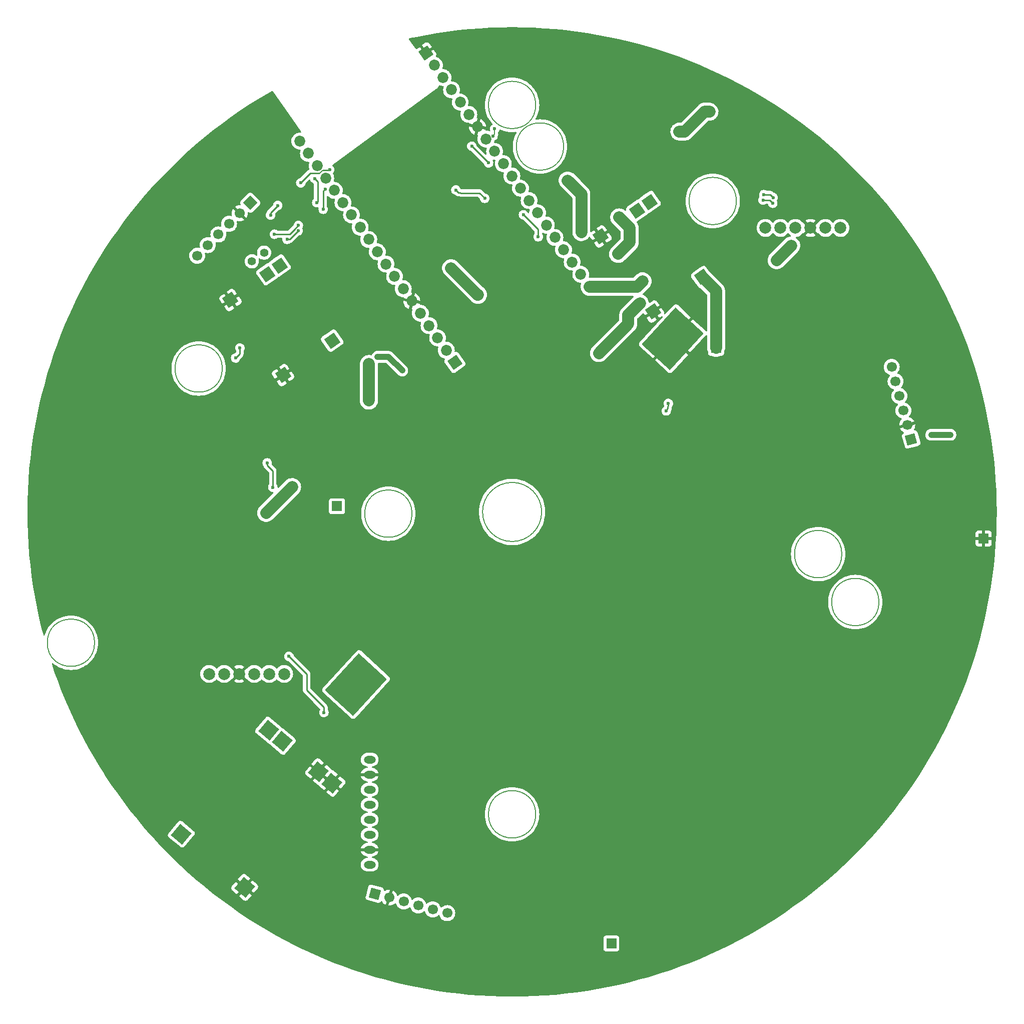
<source format=gbr>
%TF.GenerationSoftware,KiCad,Pcbnew,7.0.9-rc1*%
%TF.CreationDate,2023-11-11T13:07:52+02:00*%
%TF.ProjectId,projectA,70726f6a-6563-4744-912e-6b696361645f,rev?*%
%TF.SameCoordinates,PX5e5c173PY6474d3b*%
%TF.FileFunction,Copper,L2,Bot*%
%TF.FilePolarity,Positive*%
%FSLAX46Y46*%
G04 Gerber Fmt 4.6, Leading zero omitted, Abs format (unit mm)*
G04 Created by KiCad (PCBNEW 7.0.9-rc1) date 2023-11-11 13:07:52*
%MOMM*%
%LPD*%
G01*
G04 APERTURE LIST*
G04 Aperture macros list*
%AMHorizOval*
0 Thick line with rounded ends*
0 $1 width*
0 $2 $3 position (X,Y) of the first rounded end (center of the circle)*
0 $4 $5 position (X,Y) of the second rounded end (center of the circle)*
0 Add line between two ends*
20,1,$1,$2,$3,$4,$5,0*
0 Add two circle primitives to create the rounded ends*
1,1,$1,$2,$3*
1,1,$1,$4,$5*%
%AMRotRect*
0 Rectangle, with rotation*
0 The origin of the aperture is its center*
0 $1 length*
0 $2 width*
0 $3 Rotation angle, in degrees counterclockwise*
0 Add horizontal line*
21,1,$1,$2,0,0,$3*%
G04 Aperture macros list end*
%TA.AperFunction,NonConductor*%
%ADD10C,0.200000*%
%TD*%
%TA.AperFunction,ComponentPad*%
%ADD11C,2.000000*%
%TD*%
%TA.AperFunction,ComponentPad*%
%ADD12R,1.700000X1.700000*%
%TD*%
%TA.AperFunction,ComponentPad*%
%ADD13RotRect,1.700000X1.700000X315.000000*%
%TD*%
%TA.AperFunction,ComponentPad*%
%ADD14HorizOval,1.700000X0.000000X0.000000X0.000000X0.000000X0*%
%TD*%
%TA.AperFunction,ComponentPad*%
%ADD15O,2.000000X1.300000*%
%TD*%
%TA.AperFunction,ComponentPad*%
%ADD16C,1.400000*%
%TD*%
%TA.AperFunction,ComponentPad*%
%ADD17RotRect,2.000000X2.000000X305.000000*%
%TD*%
%TA.AperFunction,ComponentPad*%
%ADD18RotRect,1.700000X1.700000X75.000000*%
%TD*%
%TA.AperFunction,ComponentPad*%
%ADD19HorizOval,1.700000X0.000000X0.000000X0.000000X0.000000X0*%
%TD*%
%TA.AperFunction,ComponentPad*%
%ADD20RotRect,2.500000X2.500000X50.000000*%
%TD*%
%TA.AperFunction,ComponentPad*%
%ADD21RotRect,1.700000X1.700000X195.000000*%
%TD*%
%TA.AperFunction,ComponentPad*%
%ADD22HorizOval,1.700000X0.000000X0.000000X0.000000X0.000000X0*%
%TD*%
%TA.AperFunction,ComponentPad*%
%ADD23C,1.850000*%
%TD*%
%TA.AperFunction,ComponentPad*%
%ADD24RotRect,1.850000X1.850000X35.000000*%
%TD*%
%TA.AperFunction,SMDPad,CuDef*%
%ADD25RotRect,8.460000X6.470000X47.500000*%
%TD*%
%TA.AperFunction,ViaPad*%
%ADD26C,0.600000*%
%TD*%
%TA.AperFunction,Conductor*%
%ADD27C,2.032000*%
%TD*%
%TA.AperFunction,Conductor*%
%ADD28C,1.000000*%
%TD*%
%TA.AperFunction,Conductor*%
%ADD29C,0.254000*%
%TD*%
%TA.AperFunction,Conductor*%
%ADD30C,0.178000*%
%TD*%
G04 APERTURE END LIST*
D10*
X-70624014Y-22128174D02*
G75*
G03*
X-70624014Y-22128174I-4000000J0D01*
G01*
X37944455Y52601916D02*
G75*
G03*
X37944455Y52601916I-4000000J0D01*
G01*
X4000083Y68852933D02*
G75*
G03*
X4000083Y68852933I-4000000J0D01*
G01*
X-49016488Y24265675D02*
G75*
G03*
X-49016488Y24265675I-4000000J0D01*
G01*
X-16929397Y-286285D02*
G75*
G03*
X-16929397Y-286285I-4000000J0D01*
G01*
X4000000Y-51149999D02*
G75*
G03*
X4000000Y-51149999I-4000000J0D01*
G01*
X55784740Y-7130063D02*
G75*
G03*
X55784740Y-7130063I-4000000J0D01*
G01*
X5006653Y-3877D02*
G75*
G03*
X5006653Y-3877I-5000000J0D01*
G01*
X62065554Y-15237217D02*
G75*
G03*
X62065554Y-15237217I-4000000J0D01*
G01*
X8726653Y61816123D02*
G75*
G03*
X8726653Y61816123I-4000000J0D01*
G01*
D11*
%TO.P,U1,1,A_IB*%
%TO.N,/ESP_MD_A_AIB*%
X42866653Y48056123D03*
%TO.P,U1,2,A_IA*%
%TO.N,/ESP_MD_A_AIA*%
X45406653Y48056123D03*
%TO.P,U1,3,VCC*%
%TO.N,+9V*%
X47946653Y48056123D03*
%TO.P,U1,4,GND*%
%TO.N,GND*%
X50486653Y48056123D03*
%TO.P,U1,5,B_IB*%
%TO.N,/ESP_MD_A_BIB*%
X53026653Y48056123D03*
%TO.P,U1,6,B_IA*%
%TO.N,/ESP_MD_A_BIA*%
X55566653Y48056123D03*
%TD*%
D12*
%TO.P,TP5,1,1*%
%TO.N,/CHRG_BAT_POS*%
X-26523347Y-29283877D03*
%TD*%
D13*
%TO.P,U3,1,VIN*%
%TO.N,+3.3V*%
X-44292953Y52327306D03*
D14*
%TO.P,U3,2,GND*%
%TO.N,GND*%
X-46089004Y50531255D03*
%TO.P,U3,3,SCL*%
%TO.N,/ESP_MPU_VL_SCL*%
X-47885056Y48735204D03*
%TO.P,U3,4,SDA*%
%TO.N,/ESP_MPU_VL_SDA*%
X-49681107Y46939152D03*
%TO.P,U3,5,GPIO1*%
%TO.N,unconnected-(U3-GPIO1-Pad5)*%
X-51477158Y45143101D03*
%TO.P,U3,6,XSHUT*%
%TO.N,/ESP_VL_A_XSHUT*%
X-53273209Y43347050D03*
%TD*%
D15*
%TO.P,U11,1,VCC*%
%TO.N,+3.3V*%
X-24083406Y-41892952D03*
%TO.P,U11,2,GND*%
%TO.N,GND*%
X-24083406Y-44432952D03*
%TO.P,U11,3,SCL*%
%TO.N,/ESP_MPU_VL_SCL*%
X-24083406Y-46972952D03*
%TO.P,U11,4,SDA*%
%TO.N,/ESP_MPU_VL_SDA*%
X-24083406Y-49512952D03*
%TO.P,U11,5,XDA*%
%TO.N,unconnected-(U11-XDA-Pad5)*%
X-24083406Y-52052952D03*
%TO.P,U11,6,XCL*%
%TO.N,unconnected-(U11-XCL-Pad6)*%
X-24083406Y-54592952D03*
%TO.P,U11,7,AD0*%
%TO.N,GND*%
X-24083406Y-57132952D03*
%TO.P,U11,8,INT*%
%TO.N,/MPU_ESP_INT*%
X-24083406Y-59672952D03*
%TD*%
D11*
%TO.P,U2,1,A_IB*%
%TO.N,/ESP_MD_B_AIB*%
X-38553347Y-27403877D03*
%TO.P,U2,2,A_IA*%
%TO.N,/ESP_MD_B_AIA*%
X-41093347Y-27403877D03*
%TO.P,U2,3,VCC*%
%TO.N,+9V*%
X-43633347Y-27403877D03*
%TO.P,U2,4,GND*%
%TO.N,GND*%
X-46173347Y-27403877D03*
%TO.P,U2,5,B_IB*%
%TO.N,/ESP_MD_B_BIB*%
X-48713347Y-27403877D03*
%TO.P,U2,6,B_IA*%
%TO.N,/ESP_MD_B_BIA*%
X-51253347Y-27403877D03*
%TD*%
D12*
%TO.P,TP4,1,1*%
%TO.N,GND*%
X79766653Y-4513877D03*
%TD*%
D16*
%TO.P,JP1,1,A*%
%TO.N,/CHRG_BB_IN_P*%
X-41942701Y43863007D03*
%TO.P,JP1,2,B*%
%TO.N,/BB_EN*%
X-44023347Y42406123D03*
%TD*%
D17*
%TO.P,U7,1,IN_P*%
%TO.N,/CHRG_BB_IN_P*%
X-39313782Y41682980D03*
%TO.P,U7,2,EN*%
%TO.N,/BB_EN*%
X-41394428Y40226095D03*
%TO.P,U7,3,IN_N*%
%TO.N,GND*%
X-47636367Y35855443D03*
%TO.P,U7,4,OUT_P*%
%TO.N,+9V*%
X-30423347Y28986123D03*
%TO.P,U7,5,OUT_N*%
%TO.N,GND*%
X-38745932Y23158586D03*
%TD*%
%TO.P,U6,1,IN_P*%
%TO.N,/CHRG_BB_IN_P*%
X23272728Y52438320D03*
%TO.P,U6,2,EN*%
X21192082Y50981435D03*
%TO.P,U6,3,IN_N*%
%TO.N,GND*%
X14950143Y46610783D03*
%TO.P,U6,4,OUT_P*%
%TO.N,+5V*%
X32163163Y39741463D03*
%TO.P,U6,5,OUT_N*%
%TO.N,GND*%
X23840578Y33913926D03*
%TD*%
D12*
%TO.P,TP1,1,1*%
%TO.N,+3.3V*%
X16796653Y-72993877D03*
%TD*%
D18*
%TO.P,U4,1,VIN*%
%TO.N,+3.3V*%
X-23236673Y-64584203D03*
D19*
%TO.P,U4,2,GND*%
%TO.N,GND*%
X-20783222Y-65241603D03*
%TO.P,U4,3,SCL*%
%TO.N,/ESP_MPU_VL_SCL*%
X-18329770Y-65899004D03*
%TO.P,U4,4,SDA*%
%TO.N,/ESP_MPU_VL_SDA*%
X-15876319Y-66556404D03*
%TO.P,U4,5,GPIO1*%
%TO.N,unconnected-(U4-GPIO1-Pad5)*%
X-13422867Y-67213804D03*
%TO.P,U4,6,XSHUT*%
%TO.N,/ESP_VL_B_XSHUT*%
X-10969415Y-67871205D03*
%TD*%
D12*
%TO.P,TP6,1,1*%
%TO.N,GND*%
X26936653Y28956123D03*
%TD*%
D20*
%TO.P,U9,1,OUT_P*%
%TO.N,/CHRG_BB_IN_P*%
X-41173600Y-36894853D03*
%TO.P,U9,2,B_P*%
%TO.N,/CHRG_BAT_POS*%
X-38875467Y-38823216D03*
%TO.P,U9,3,B_N*%
%TO.N,GND*%
X-32747111Y-43965517D03*
%TO.P,U9,4,OUT_N*%
X-30448978Y-45893880D03*
%TO.P,U9,5,IN_P*%
%TO.N,unconnected-(U9-IN_P-Pad5)*%
X-55957715Y-54513876D03*
%TO.P,U9,6,IN_N*%
%TO.N,GND*%
X-45233093Y-63512902D03*
%TD*%
D21*
%TO.P,U5,1,VIN*%
%TO.N,+3.3V*%
X67505637Y12261317D03*
D22*
%TO.P,U5,2,GND*%
%TO.N,GND*%
X66848236Y14714769D03*
%TO.P,U5,3,SCL*%
%TO.N,/ESP_MPU_VL_SCL*%
X66190836Y17168220D03*
%TO.P,U5,4,SDA*%
%TO.N,/ESP_MPU_VL_SDA*%
X65533435Y19621672D03*
%TO.P,U5,5,GPIO1*%
%TO.N,unconnected-(U5-GPIO1-Pad5)*%
X64876035Y22075123D03*
%TO.P,U5,6,XSHUT*%
%TO.N,/ESP_VL_C_XSHUT*%
X64218635Y24528575D03*
%TD*%
D12*
%TO.P,TP3,1,1*%
%TO.N,+9V*%
X-29623347Y966123D03*
%TD*%
%TO.P,TP2,1,1*%
%TO.N,+5V*%
X34511653Y27751123D03*
%TD*%
D23*
%TO.P,U12,1,3V3*%
%TO.N,+3.3V*%
X-35898837Y62735720D03*
%TO.P,U12,2,RESTART__EN*%
%TO.N,+5V*%
X-34441953Y60655074D03*
%TO.P,U12,3,ADC1_0_RTC_GPIO0__GPIO36*%
%TO.N,/MPU_ESP_INT*%
X-32985068Y58574428D03*
%TO.P,U12,4,ADC1_3_RTC_GPIO3__GPIO39*%
%TO.N,unconnected-(U12-ADC1_3_RTC_GPIO3__GPIO39-Pad4)*%
X-31528184Y56493782D03*
%TO.P,U12,5,ADC1_6_RTC_GPIO4__GPIO34*%
%TO.N,unconnected-(U12-ADC1_6_RTC_GPIO4__GPIO34-Pad5)*%
X-30071300Y54413135D03*
%TO.P,U12,6,ADC1_7_RTC_GPIO5__GPIO35*%
%TO.N,unconnected-(U12-ADC1_7_RTC_GPIO5__GPIO35-Pad6)*%
X-28614416Y52332489D03*
%TO.P,U12,7,TOUCH_9__ADC1_4__RTC_GPIO9_GPIO32*%
%TO.N,/ESP_LED1*%
X-27157532Y50251843D03*
%TO.P,U12,8,TOUCH_8__ADC1_5__RTC_GPIO8_GPIO33*%
%TO.N,/ESP_LED2*%
X-25700648Y48171197D03*
%TO.P,U12,9,DAC_1__ADC2_8__RTC_GPIO6__GPIO25*%
%TO.N,/ESP_LED3*%
X-24243764Y46090551D03*
%TO.P,U12,10,DAC_2__ADC2_9__RTC_GPIO7__GPIO26*%
%TO.N,/ESP_LED4*%
X-22786879Y44009904D03*
%TO.P,U12,11,TOUCH_7__ADC2_7__RTC_GPIO17__GPIO27*%
%TO.N,/ESP_LED5*%
X-21329995Y41929258D03*
%TO.P,U12,12,SC_CLK__HSPI_CLK__TOUCH_6__ADC2_6__RTC_GPIO16__GPIO14*%
%TO.N,/ESP_LED6*%
X-19873111Y39848612D03*
%TO.P,U12,13,SD_DAT2__HSPI_MISO__TOUCH_5__ADC2_5__RTC_GPIO15__GPIO12*%
%TO.N,/ESP_LED7*%
X-18416227Y37767966D03*
%TO.P,U12,14,GND1*%
%TO.N,GND*%
X-16959343Y35687320D03*
%TO.P,U12,15,SD_DAT3__HSPI_MOSI__TOUCH_4__ADC2_4__RTC_GPIO14__GPIO13*%
%TO.N,/ESP_VL_A_XSHUT*%
X-15502459Y33606673D03*
%TO.P,U12,16,SHD_SD2__GPIO9*%
%TO.N,unconnected-(U12-SHD_SD2__GPIO9-Pad16)*%
X-14045574Y31526027D03*
%TO.P,U12,17,SWP_SD3__GPIO10*%
%TO.N,unconnected-(U12-SWP_SD3__GPIO10-Pad17)*%
X-12588690Y29445381D03*
%TO.P,U12,18,CSC_CMD__GPIO11*%
%TO.N,unconnected-(U12-CSC_CMD__GPIO11-Pad18)*%
X-11131806Y27364735D03*
D24*
%TO.P,U12,19,5V*%
%TO.N,+5V*%
X-9674922Y25284089D03*
D23*
%TO.P,U12,20,GPIO6__SCK_CLK*%
%TO.N,unconnected-(U12-GPIO6__SCK_CLK-Pad20)*%
X11623031Y40197076D03*
%TO.P,U12,21,GPIO7__SDO_SD0*%
%TO.N,unconnected-(U12-GPIO7__SDO_SD0-Pad21)*%
X10166147Y42277722D03*
%TO.P,U12,22,GPIO8__SDI_SD1*%
%TO.N,unconnected-(U12-GPIO8__SDI_SD1-Pad22)*%
X8709263Y44358368D03*
%TO.P,U12,23,GPIO15__RTC_GPIO13__ADC2_3__TOUCH3__SD_CMD__HSPI_CS*%
%TO.N,/ESP_VL_C_XSHUT*%
X7252379Y46439015D03*
%TO.P,U12,24,GPIO2__RTC_GPIO12__ADC2_2__TOUCH_2__SD_DAT0__LED*%
%TO.N,/ESP_MD_A_AIA*%
X5795495Y48519661D03*
%TO.P,U12,25,GPIO0__RTC_GPIO11__ADC2_1__TOUCH_1*%
%TO.N,/ESP_MD_B_AIA*%
X4338610Y50600307D03*
%TO.P,U12,26,GPIO4__RTC_GPIO10__ADC2_0__TOUCH0__SD_DAT1*%
%TO.N,/ESP_MD_B_AIB*%
X2881726Y52680953D03*
%TO.P,U12,27,GPIO16__RX2*%
%TO.N,/LUNA_ESP_RXD*%
X1424842Y54761599D03*
%TO.P,U12,28,GPIO17__TX2*%
%TO.N,/ESP_LUNA_LED8_TXD*%
X-32042Y56842246D03*
%TO.P,U12,29,GPIO5__VSPI_CS*%
%TO.N,/ESP_MD_B_BIA*%
X-1488926Y58922892D03*
%TO.P,U12,30,GPIO18__VSPI_CLK*%
%TO.N,/ESP_MD_B_BIB*%
X-2945810Y61003538D03*
%TO.P,U12,31,GPIO19__VSPI_MISO*%
%TO.N,/ESP_MD_A_BIA*%
X-4402695Y63084184D03*
%TO.P,U12,32,GND2*%
%TO.N,GND*%
X-5859579Y65164830D03*
%TO.P,U12,33,GPIO21__I2C_SDA*%
%TO.N,/ESP_MPU_VL_SDA*%
X-7316463Y67245476D03*
%TO.P,U12,34,GPIO3__RX0*%
%TO.N,/ESP_MD_A_BIB*%
X-8773347Y69326123D03*
%TO.P,U12,35,GPIO1__TX0*%
%TO.N,/ESP_MD_A_AIB*%
X-10230231Y71406769D03*
%TO.P,U12,36,GPIO22__I2C_SCL*%
%TO.N,/ESP_MPU_VL_SCL*%
X-11687115Y73487415D03*
%TO.P,U12,37,GPIO23__VSPI_MOSI*%
%TO.N,/ESP_VL_B_XSHUT*%
X-13143999Y75568061D03*
D24*
%TO.P,U12,38,GND3*%
%TO.N,GND*%
X-14600884Y77648707D03*
%TD*%
D25*
%TO.P,8U,N,NEG*%
%TO.N,GND*%
X27208731Y29295384D03*
%TO.P,8U,P,POS*%
%TO.N,/CHRG_BAT_POS*%
X-26392596Y-29200200D03*
%TD*%
D26*
%TO.N,+3.3V*%
X33396653Y67716123D03*
X74146653Y13056123D03*
X70916653Y13056123D03*
X28296653Y64346123D03*
%TO.N,GND*%
X-44693347Y46396123D03*
X-43700347Y-30283877D03*
X28711327Y32001449D03*
X4106653Y56456123D03*
X16586653Y57616123D03*
X80376653Y-1013877D03*
X-30743347Y22286123D03*
X-49403347Y-33143877D03*
X-17553347Y27496123D03*
X-46483347Y62986123D03*
%TO.N,/ESP_MPU_VL_SCL*%
X-35741294Y55676482D03*
X4416653Y46546123D03*
X-6813347Y61876123D03*
X-40845533Y50203937D03*
X-3983347Y59046123D03*
X-39642025Y51827445D03*
X-30853347Y57903646D03*
X1926653Y50276123D03*
%TO.N,/ESP_MPU_VL_SDA*%
X-9503347Y54466123D03*
X-4623347Y53056123D03*
X-36170344Y47563120D03*
X26075486Y17096562D03*
X-31943347Y51196123D03*
X26426653Y18366123D03*
X-31631864Y54623167D03*
X-38063347Y46126123D03*
%TO.N,+5V*%
X-10313347Y41246123D03*
X11716653Y47346123D03*
X9416653Y56066123D03*
X22091653Y39021123D03*
X13134798Y38084267D03*
X-5803347Y36776123D03*
%TO.N,/MPU_ESP_INT*%
X-33383347Y56386123D03*
X-40479847Y4176123D03*
X-37743347Y-24433877D03*
X-40220101Y46979369D03*
X-46050344Y27749126D03*
X-46757376Y26042094D03*
X-31829847Y-33922211D03*
X-33038168Y52331302D03*
X-41428237Y8296123D03*
X-36153347Y48466123D03*
%TO.N,+9V*%
X-37043347Y4206123D03*
X14636653Y26866123D03*
X44756653Y42586123D03*
X-41588347Y-158877D03*
X-24213347Y18836123D03*
X21626653Y35316123D03*
X47221653Y45051123D03*
X-24213347Y25026123D03*
%TO.N,/ESP_MD_A_BIB*%
X42586653Y53686123D03*
X44156653Y53186123D03*
%TO.N,/ESP_MD_A_BIA*%
X44097153Y52226123D03*
X42456653Y52766123D03*
X-3231449Y63598021D03*
X-2933329Y64807277D03*
%TO.N,/CHRG_BB_IN_P*%
X-22753347Y26236123D03*
X18116653Y49824661D03*
X-18583347Y23926123D03*
X17956653Y43656123D03*
%TO.N,/CHRG_BAT_POS*%
X-29493347Y-29200200D03*
%TD*%
D27*
%TO.N,+3.3V*%
X28296653Y64346123D02*
X29206653Y64346123D01*
X29206653Y64346123D02*
X32576653Y67716123D01*
X32576653Y67716123D02*
X33396653Y67716123D01*
D28*
X70916653Y13056123D02*
X74146653Y13056123D01*
D29*
%TO.N,/ESP_MPU_VL_SCL*%
X4416653Y46546123D02*
X4416653Y47782389D01*
D30*
X-32506439Y57286123D02*
X-31976439Y57816123D01*
D29*
X-30853347Y57903646D02*
X-30940870Y57816123D01*
X-40845533Y50623937D02*
X-39642025Y51827445D01*
X-34131653Y57286123D02*
X-32573347Y57286123D01*
D30*
X-32573347Y57286123D02*
X-32506439Y57286123D01*
D29*
X4414011Y47788767D02*
X1926653Y50276123D01*
X-35741294Y55676482D02*
X-34131653Y57286123D01*
X-30940870Y57816123D02*
X-31976439Y57816123D01*
X-3983347Y59046123D02*
X-6813347Y61876123D01*
X-40845533Y50203937D02*
X-40845533Y50623937D01*
X4416634Y47782389D02*
G75*
G03*
X4414011Y47788767I-8981J34D01*
G01*
%TO.N,/ESP_MPU_VL_SDA*%
X26426653Y18366123D02*
X26426653Y17944354D01*
X-31943347Y51196123D02*
X-31943347Y54311684D01*
X-38063347Y46126123D02*
X-37607341Y46126123D01*
X-31943347Y54311684D02*
X-31631864Y54623167D01*
X-8408941Y53958615D02*
X-9048384Y54013342D01*
X-4623347Y53056123D02*
X-5525839Y53958615D01*
X-9503347Y54466123D02*
X-9048384Y54013342D01*
X-37607341Y46126123D02*
X-36170344Y47563120D01*
X-5525839Y53958615D02*
X-8408941Y53958615D01*
X26075510Y17096538D02*
G75*
G03*
X26426653Y17944354I-847857J847785D01*
G01*
D27*
%TO.N,+5V*%
X13134798Y38084267D02*
X21154797Y38084267D01*
X-5803347Y36736123D02*
X-5803347Y36776123D01*
X34511653Y37392973D02*
X32163163Y39741463D01*
X21154797Y38084267D02*
X22091653Y39021123D01*
X-5843347Y36776123D02*
X-10313347Y41246123D01*
X11716653Y53766123D02*
X9416653Y56066123D01*
X-5763347Y36716123D02*
X-5783347Y36716123D01*
X11716653Y47346123D02*
X11716653Y53766123D01*
X-5803347Y36776123D02*
X-5843347Y36776123D01*
X-5783347Y36716123D02*
X-5803347Y36736123D01*
X34511653Y27751123D02*
X34511653Y37392973D01*
D29*
%TO.N,/MPU_ESP_INT*%
X-32873347Y52496123D02*
X-32873347Y55876123D01*
X-33038168Y52331302D02*
X-32873347Y52496123D01*
X-37640101Y46979369D02*
X-36797344Y47822126D01*
X-40479847Y6952623D02*
X-40479847Y4176123D01*
X-36797344Y47822126D02*
X-36153347Y48466123D01*
X-41428237Y8296123D02*
X-41428237Y7901013D01*
X-46050344Y26749126D02*
X-46757376Y26042094D01*
X-34753347Y-30123877D02*
X-31829847Y-33047377D01*
X-41428237Y7901013D02*
X-40479847Y6952623D01*
X-34753347Y-27423877D02*
X-34753347Y-30123877D01*
X-31829847Y-33047377D02*
X-31829847Y-33922211D01*
X-37743347Y-24433877D02*
X-34753347Y-27423877D01*
X-46050344Y27749126D02*
X-46050344Y26749126D01*
X-40220101Y46979369D02*
X-37640101Y46979369D01*
X-32873347Y55876123D02*
X-33383347Y56386123D01*
D27*
%TO.N,+9V*%
X-41588347Y-158877D02*
X-37213347Y4216123D01*
X14696653Y26866123D02*
X19646653Y31816123D01*
D28*
X14636653Y26866123D02*
X14696653Y26866123D01*
D27*
X44756653Y42586123D02*
X47221653Y45051123D01*
X19646653Y31816123D02*
X19646653Y33336123D01*
X-24213347Y18836123D02*
X-24213347Y25026123D01*
X19646653Y33336123D02*
X21626653Y35316123D01*
D29*
%TO.N,/ESP_MD_A_BIB*%
X43656653Y53686123D02*
X44156653Y53186123D01*
X42586653Y53686123D02*
X43656653Y53686123D01*
D30*
%TO.N,/ESP_MD_A_BIA*%
X-3231449Y63598021D02*
X-2933329Y63896141D01*
D29*
X42456653Y52766123D02*
X43557153Y52766123D01*
X43557153Y52766123D02*
X44097153Y52226123D01*
D30*
X-2933329Y63896141D02*
X-2933329Y64807277D01*
D28*
%TO.N,/CHRG_BB_IN_P*%
X-20893347Y26236123D02*
X-18583347Y23926123D01*
D27*
X17946653Y43656123D02*
X17946653Y43656123D01*
X17956653Y43666123D02*
X17956653Y43656123D01*
X17956653Y43656123D02*
X17946653Y43656123D01*
X18116653Y49824661D02*
X19886653Y48054661D01*
X19886653Y45596123D02*
X17956653Y43666123D01*
X19886653Y48054661D02*
X19886653Y45596123D01*
D28*
X-22753347Y26236123D02*
X-20893347Y26236123D01*
%TD*%
%TA.AperFunction,Conductor*%
%TO.N,GND*%
G36*
X-31503175Y-44682952D02*
G01*
X-30629807Y-45415795D01*
X-30727540Y-45460429D01*
X-30838373Y-45556467D01*
X-30917660Y-45679840D01*
X-30952320Y-45797877D01*
X-31536588Y-45307618D01*
X-31561812Y-45286453D01*
X-31980894Y-44934801D01*
X-32566282Y-44443600D01*
X-32468549Y-44398968D01*
X-32357716Y-44302930D01*
X-32278429Y-44179557D01*
X-32243770Y-44061519D01*
X-31503175Y-44682952D01*
G37*
%TD.AperFunction*%
%TA.AperFunction,Conductor*%
G36*
X1814000Y81979433D02*
G01*
X3627112Y81919241D01*
X5438449Y81818954D01*
X7247124Y81678621D01*
X9052252Y81498311D01*
X10852950Y81278112D01*
X12648335Y81018131D01*
X14437530Y80718497D01*
X16219659Y80379355D01*
X17993848Y80000871D01*
X19759231Y79583232D01*
X21514943Y79126641D01*
X23260124Y78631321D01*
X24993921Y78097516D01*
X26715484Y77525486D01*
X28423972Y76915511D01*
X30118547Y76267890D01*
X31798382Y75582941D01*
X33462652Y74860997D01*
X35110545Y74102413D01*
X36741252Y73307560D01*
X38353977Y72476827D01*
X39947930Y71610620D01*
X41522330Y70709364D01*
X43076407Y69773499D01*
X44609401Y68803484D01*
X46120560Y67799793D01*
X47609147Y66762918D01*
X49074431Y65693365D01*
X50515695Y64591660D01*
X51932235Y63458340D01*
X53323357Y62293961D01*
X54688380Y61099092D01*
X56026636Y59874319D01*
X57337470Y58620240D01*
X58620240Y57337470D01*
X59874319Y56026636D01*
X61099092Y54688380D01*
X62293961Y53323357D01*
X63458340Y51932235D01*
X64591660Y50515695D01*
X65693365Y49074431D01*
X66762918Y47609147D01*
X67799793Y46120560D01*
X68803484Y44609401D01*
X69773499Y43076407D01*
X70709364Y41522330D01*
X71610620Y39947930D01*
X72476827Y38353977D01*
X73307560Y36741252D01*
X74102413Y35110545D01*
X74860997Y33462652D01*
X75582941Y31798382D01*
X76267890Y30118547D01*
X76915511Y28423972D01*
X77525486Y26715484D01*
X78097516Y24993921D01*
X78631321Y23260124D01*
X79126641Y21514943D01*
X79583232Y19759231D01*
X80000871Y17993848D01*
X80379355Y16219659D01*
X80718497Y14437530D01*
X81018131Y12648335D01*
X81278112Y10852950D01*
X81498311Y9052252D01*
X81678621Y7247124D01*
X81818954Y5438449D01*
X81919241Y3627112D01*
X81979433Y1814000D01*
X81999500Y0D01*
X81979433Y-1814000D01*
X81919241Y-3627112D01*
X81818954Y-5438449D01*
X81678621Y-7247124D01*
X81498311Y-9052252D01*
X81278112Y-10852950D01*
X81018131Y-12648335D01*
X80718497Y-14437530D01*
X80379355Y-16219659D01*
X80000871Y-17993848D01*
X79583232Y-19759231D01*
X79126641Y-21514943D01*
X78631321Y-23260124D01*
X78097516Y-24993921D01*
X77525486Y-26715484D01*
X76915511Y-28423972D01*
X76267890Y-30118547D01*
X75582941Y-31798382D01*
X74860997Y-33462652D01*
X74102413Y-35110545D01*
X73307560Y-36741252D01*
X72476827Y-38353977D01*
X71610620Y-39947930D01*
X70709364Y-41522330D01*
X69773499Y-43076407D01*
X68803484Y-44609401D01*
X67799793Y-46120560D01*
X66762918Y-47609147D01*
X65693365Y-49074431D01*
X64591660Y-50515695D01*
X63458340Y-51932235D01*
X62293961Y-53323357D01*
X61099092Y-54688380D01*
X59874319Y-56026636D01*
X58620240Y-57337470D01*
X57337470Y-58620240D01*
X56026636Y-59874319D01*
X54688380Y-61099092D01*
X53323357Y-62293961D01*
X51932235Y-63458340D01*
X50515695Y-64591660D01*
X49074431Y-65693365D01*
X47609147Y-66762918D01*
X46120560Y-67799793D01*
X44609401Y-68803484D01*
X43076407Y-69773499D01*
X41522330Y-70709364D01*
X39947930Y-71610620D01*
X38353977Y-72476827D01*
X36741252Y-73307560D01*
X35110545Y-74102413D01*
X33462652Y-74860997D01*
X31798382Y-75582941D01*
X30118547Y-76267890D01*
X28423972Y-76915511D01*
X26715484Y-77525486D01*
X24993921Y-78097516D01*
X23260124Y-78631321D01*
X21514943Y-79126641D01*
X19759231Y-79583232D01*
X17993848Y-80000871D01*
X16219659Y-80379355D01*
X14437530Y-80718497D01*
X12648335Y-81018131D01*
X10852950Y-81278112D01*
X9052252Y-81498311D01*
X7247124Y-81678621D01*
X5438449Y-81818954D01*
X3627112Y-81919241D01*
X1814000Y-81979433D01*
X0Y-81999500D01*
X-1814000Y-81979433D01*
X-3627112Y-81919241D01*
X-5438449Y-81818954D01*
X-7247124Y-81678621D01*
X-9052252Y-81498311D01*
X-10852950Y-81278112D01*
X-12648335Y-81018131D01*
X-14437530Y-80718497D01*
X-16219659Y-80379355D01*
X-17993848Y-80000871D01*
X-19759231Y-79583232D01*
X-21514943Y-79126641D01*
X-23260124Y-78631321D01*
X-24993921Y-78097516D01*
X-26715484Y-77525486D01*
X-28423972Y-76915511D01*
X-30118547Y-76267890D01*
X-31798382Y-75582941D01*
X-33462652Y-74860997D01*
X-35110545Y-74102413D01*
X-35542744Y-73891747D01*
X15446153Y-73891747D01*
X15446154Y-73891753D01*
X15452561Y-73951360D01*
X15502855Y-74086205D01*
X15502859Y-74086212D01*
X15589105Y-74201421D01*
X15589108Y-74201424D01*
X15704317Y-74287670D01*
X15704324Y-74287674D01*
X15839170Y-74337968D01*
X15839169Y-74337968D01*
X15846097Y-74338712D01*
X15898780Y-74344377D01*
X17694525Y-74344376D01*
X17754136Y-74337968D01*
X17888984Y-74287673D01*
X18004199Y-74201423D01*
X18090449Y-74086208D01*
X18140744Y-73951360D01*
X18147153Y-73891750D01*
X18147152Y-72096005D01*
X18140744Y-72036394D01*
X18090449Y-71901546D01*
X18090448Y-71901545D01*
X18090446Y-71901541D01*
X18004200Y-71786332D01*
X18004197Y-71786329D01*
X17888988Y-71700083D01*
X17888981Y-71700079D01*
X17754135Y-71649785D01*
X17754136Y-71649785D01*
X17694536Y-71643378D01*
X17694534Y-71643377D01*
X17694526Y-71643377D01*
X17694517Y-71643377D01*
X15898782Y-71643377D01*
X15898776Y-71643378D01*
X15839169Y-71649785D01*
X15704324Y-71700079D01*
X15704317Y-71700083D01*
X15589108Y-71786329D01*
X15589105Y-71786332D01*
X15502859Y-71901541D01*
X15502855Y-71901548D01*
X15452561Y-72036394D01*
X15446154Y-72095993D01*
X15446154Y-72096000D01*
X15446153Y-72096012D01*
X15446153Y-73891747D01*
X-35542744Y-73891747D01*
X-36741252Y-73307560D01*
X-38353977Y-72476827D01*
X-39947930Y-71610620D01*
X-41522330Y-70709364D01*
X-43076407Y-69773499D01*
X-44609401Y-68803484D01*
X-46120560Y-67799793D01*
X-47609147Y-66762918D01*
X-49074431Y-65693365D01*
X-50515695Y-64591660D01*
X-51616436Y-63710999D01*
X-47497352Y-63710999D01*
X-47464568Y-63850984D01*
X-47464567Y-63850987D01*
X-47393666Y-63976073D01*
X-47352171Y-64019245D01*
X-47352160Y-64019256D01*
X-46549484Y-64692782D01*
X-45711437Y-63694038D01*
X-45701775Y-63726942D01*
X-45622488Y-63850315D01*
X-45511655Y-63946353D01*
X-45378254Y-64007275D01*
X-45327674Y-64014547D01*
X-46166462Y-65014175D01*
X-45363775Y-65687710D01*
X-45314052Y-65721076D01*
X-45314046Y-65721079D01*
X-45178554Y-65769182D01*
X-45034996Y-65777160D01*
X-44895011Y-65744376D01*
X-44895008Y-65744375D01*
X-44769922Y-65673474D01*
X-44726750Y-65631979D01*
X-44726749Y-65631978D01*
X-44331705Y-65161184D01*
X-24782780Y-65161184D01*
X-24779003Y-65200745D01*
X-24769100Y-65304456D01*
X-24715610Y-65438066D01*
X-24626647Y-65551194D01*
X-24626645Y-65551195D01*
X-24626643Y-65551198D01*
X-24509407Y-65634680D01*
X-24453487Y-65656299D01*
X-22718930Y-66121071D01*
X-22659692Y-66130310D01*
X-22516421Y-66116630D01*
X-22382809Y-66063139D01*
X-22269678Y-65974173D01*
X-22188576Y-65860278D01*
X-22133655Y-65817088D01*
X-22064102Y-65810446D01*
X-22001999Y-65842461D01*
X-21975186Y-65879800D01*
X-21956823Y-65919181D01*
X-21821328Y-66112685D01*
X-21654305Y-66279708D01*
X-21460801Y-66415203D01*
X-21368092Y-66458433D01*
X-21137144Y-65596524D01*
X-21056322Y-65666555D01*
X-20925537Y-65726283D01*
X-20818985Y-65741603D01*
X-20747459Y-65741603D01*
X-20654809Y-65728281D01*
X-20885128Y-66587843D01*
X-20783223Y-66596760D01*
X-20783220Y-66596760D01*
X-20547907Y-66576172D01*
X-20547896Y-66576170D01*
X-20319739Y-66515036D01*
X-20319730Y-66515032D01*
X-20105644Y-66415203D01*
X-19912144Y-66279711D01*
X-19838260Y-66205827D01*
X-19776937Y-66172342D01*
X-19707245Y-66177326D01*
X-19651311Y-66219197D01*
X-19630803Y-66261415D01*
X-19603676Y-66362659D01*
X-19603674Y-66362663D01*
X-19603673Y-66362667D01*
X-19504115Y-66576170D01*
X-19503805Y-66576834D01*
X-19503803Y-66576838D01*
X-19395489Y-66731525D01*
X-19368265Y-66770405D01*
X-19201171Y-66937499D01*
X-19197733Y-66939906D01*
X-19007605Y-67073036D01*
X-19007603Y-67073037D01*
X-19007600Y-67073039D01*
X-18793433Y-67172907D01*
X-18565178Y-67234067D01*
X-18376852Y-67250543D01*
X-18329771Y-67254663D01*
X-18329770Y-67254663D01*
X-18329769Y-67254663D01*
X-18290536Y-67251230D01*
X-18094362Y-67234067D01*
X-17866107Y-67172907D01*
X-17651940Y-67073039D01*
X-17458369Y-66937499D01*
X-17384658Y-66863788D01*
X-17323335Y-66830303D01*
X-17253643Y-66835287D01*
X-17197710Y-66877159D01*
X-17177202Y-66919376D01*
X-17150225Y-67020059D01*
X-17150223Y-67020063D01*
X-17150222Y-67020067D01*
X-17113483Y-67098853D01*
X-17050354Y-67234234D01*
X-17050352Y-67234238D01*
X-16984170Y-67328755D01*
X-16914814Y-67427805D01*
X-16747720Y-67594899D01*
X-16689306Y-67635801D01*
X-16554154Y-67730436D01*
X-16554152Y-67730437D01*
X-16554149Y-67730439D01*
X-16339982Y-67830307D01*
X-16111727Y-67891467D01*
X-15923401Y-67907943D01*
X-15876320Y-67912063D01*
X-15876319Y-67912063D01*
X-15876318Y-67912063D01*
X-15837085Y-67908630D01*
X-15640911Y-67891467D01*
X-15412656Y-67830307D01*
X-15198489Y-67730439D01*
X-15004918Y-67594899D01*
X-14931204Y-67521184D01*
X-14869885Y-67487702D01*
X-14800193Y-67492686D01*
X-14744259Y-67534557D01*
X-14723751Y-67576774D01*
X-14696772Y-67677461D01*
X-14696770Y-67677467D01*
X-14639728Y-67799793D01*
X-14596902Y-67891634D01*
X-14596900Y-67891638D01*
X-14530718Y-67986155D01*
X-14461362Y-68085205D01*
X-14294268Y-68252299D01*
X-14197483Y-68320069D01*
X-14100702Y-68387836D01*
X-14100700Y-68387837D01*
X-14100697Y-68387839D01*
X-13886530Y-68487707D01*
X-13658275Y-68548867D01*
X-13469949Y-68565343D01*
X-13422868Y-68569463D01*
X-13422867Y-68569463D01*
X-13422866Y-68569463D01*
X-13383633Y-68566030D01*
X-13187459Y-68548867D01*
X-12959204Y-68487707D01*
X-12745037Y-68387839D01*
X-12551466Y-68252299D01*
X-12477752Y-68178584D01*
X-12416433Y-68145102D01*
X-12346741Y-68150086D01*
X-12290807Y-68191957D01*
X-12270299Y-68234174D01*
X-12243320Y-68334863D01*
X-12243319Y-68334865D01*
X-12243318Y-68334868D01*
X-12218617Y-68387839D01*
X-12143450Y-68549035D01*
X-12143448Y-68549039D01*
X-12035134Y-68703726D01*
X-12007910Y-68742606D01*
X-11840816Y-68909700D01*
X-11744031Y-68977470D01*
X-11647250Y-69045237D01*
X-11647248Y-69045238D01*
X-11647245Y-69045240D01*
X-11433078Y-69145108D01*
X-11204823Y-69206268D01*
X-11016497Y-69222744D01*
X-10969416Y-69226864D01*
X-10969415Y-69226864D01*
X-10969414Y-69226864D01*
X-10930181Y-69223431D01*
X-10734007Y-69206268D01*
X-10505752Y-69145108D01*
X-10291585Y-69045240D01*
X-10098014Y-68909700D01*
X-9930920Y-68742606D01*
X-9795380Y-68549035D01*
X-9695512Y-68334868D01*
X-9634352Y-68106613D01*
X-9613756Y-67871205D01*
X-9634352Y-67635797D01*
X-9695512Y-67407542D01*
X-9795380Y-67193376D01*
X-9809713Y-67172905D01*
X-9930921Y-66999802D01*
X-10098013Y-66832711D01*
X-10098020Y-66832706D01*
X-10291581Y-66697172D01*
X-10291585Y-66697170D01*
X-10346943Y-66671356D01*
X-10505752Y-66597302D01*
X-10505756Y-66597301D01*
X-10505760Y-66597299D01*
X-10734002Y-66536143D01*
X-10734012Y-66536141D01*
X-10969414Y-66515546D01*
X-10969416Y-66515546D01*
X-11204819Y-66536141D01*
X-11204829Y-66536143D01*
X-11433071Y-66597299D01*
X-11433080Y-66597303D01*
X-11647244Y-66697169D01*
X-11647246Y-66697170D01*
X-11840818Y-66832710D01*
X-11914528Y-66906421D01*
X-11975851Y-66939906D01*
X-12045543Y-66934922D01*
X-12101476Y-66893050D01*
X-12121984Y-66850833D01*
X-12148962Y-66750148D01*
X-12148963Y-66750147D01*
X-12148964Y-66750141D01*
X-12248832Y-66535975D01*
X-12263493Y-66515036D01*
X-12384373Y-66342401D01*
X-12551465Y-66175310D01*
X-12551472Y-66175305D01*
X-12555704Y-66172342D01*
X-12628926Y-66121071D01*
X-12745033Y-66039771D01*
X-12745037Y-66039769D01*
X-12745039Y-66039768D01*
X-12959204Y-65939901D01*
X-12959208Y-65939900D01*
X-12959212Y-65939898D01*
X-13187454Y-65878742D01*
X-13187464Y-65878740D01*
X-13422866Y-65858145D01*
X-13422868Y-65858145D01*
X-13658271Y-65878740D01*
X-13658281Y-65878742D01*
X-13886523Y-65939898D01*
X-13886532Y-65939902D01*
X-14100696Y-66039768D01*
X-14100698Y-66039769D01*
X-14294270Y-66175309D01*
X-14367980Y-66249020D01*
X-14429303Y-66282505D01*
X-14498995Y-66277521D01*
X-14554928Y-66235649D01*
X-14575436Y-66193432D01*
X-14602414Y-66092748D01*
X-14602415Y-66092747D01*
X-14602416Y-66092741D01*
X-14702284Y-65878575D01*
X-14796250Y-65744376D01*
X-14837825Y-65685001D01*
X-15004917Y-65517910D01*
X-15004924Y-65517905D01*
X-15198485Y-65382371D01*
X-15198489Y-65382369D01*
X-15198491Y-65382368D01*
X-15412656Y-65282501D01*
X-15412660Y-65282500D01*
X-15412664Y-65282498D01*
X-15640906Y-65221342D01*
X-15640916Y-65221340D01*
X-15876318Y-65200745D01*
X-15876320Y-65200745D01*
X-16111723Y-65221340D01*
X-16111733Y-65221342D01*
X-16339975Y-65282498D01*
X-16339984Y-65282502D01*
X-16554148Y-65382368D01*
X-16554150Y-65382369D01*
X-16747719Y-65517907D01*
X-16821432Y-65591620D01*
X-16882756Y-65625104D01*
X-16952447Y-65620119D01*
X-17008381Y-65578248D01*
X-17028888Y-65536030D01*
X-17055864Y-65435350D01*
X-17055866Y-65435346D01*
X-17055867Y-65435341D01*
X-17155735Y-65221175D01*
X-17197741Y-65161183D01*
X-17291276Y-65027601D01*
X-17458368Y-64860510D01*
X-17458375Y-64860505D01*
X-17651936Y-64724971D01*
X-17651940Y-64724969D01*
X-17720965Y-64692782D01*
X-17866107Y-64625101D01*
X-17866111Y-64625100D01*
X-17866115Y-64625098D01*
X-18094357Y-64563942D01*
X-18094367Y-64563940D01*
X-18329769Y-64543345D01*
X-18329771Y-64543345D01*
X-18565174Y-64563940D01*
X-18565184Y-64563942D01*
X-18793426Y-64625098D01*
X-18793435Y-64625102D01*
X-19007599Y-64724968D01*
X-19007601Y-64724969D01*
X-19201170Y-64860507D01*
X-19275292Y-64934629D01*
X-19336616Y-64968113D01*
X-19406307Y-64963128D01*
X-19462241Y-64921257D01*
X-19482748Y-64879040D01*
X-19509789Y-64778119D01*
X-19509793Y-64778110D01*
X-19609622Y-64564025D01*
X-19609623Y-64564023D01*
X-19745109Y-64370529D01*
X-19745114Y-64370523D01*
X-19912140Y-64203497D01*
X-20105646Y-64068001D01*
X-20198354Y-64024771D01*
X-20429302Y-64886681D01*
X-20510122Y-64816651D01*
X-20640907Y-64756923D01*
X-20747459Y-64741603D01*
X-20818985Y-64741603D01*
X-20911637Y-64754924D01*
X-20681318Y-63895361D01*
X-20681318Y-63895360D01*
X-20783221Y-63886446D01*
X-20783224Y-63886446D01*
X-21018538Y-63907033D01*
X-21018549Y-63907035D01*
X-21246706Y-63968169D01*
X-21246715Y-63968173D01*
X-21460800Y-64068002D01*
X-21496396Y-64092927D01*
X-21562602Y-64115254D01*
X-21630369Y-64098242D01*
X-21678181Y-64047294D01*
X-21690956Y-64003141D01*
X-21704246Y-63863951D01*
X-21757737Y-63730339D01*
X-21772946Y-63710999D01*
X-21846700Y-63617211D01*
X-21846702Y-63617209D01*
X-21846703Y-63617208D01*
X-21963939Y-63533726D01*
X-21963941Y-63533725D01*
X-22019858Y-63512107D01*
X-23754411Y-63047336D01*
X-23754415Y-63047335D01*
X-23754416Y-63047335D01*
X-23813654Y-63038096D01*
X-23813655Y-63038096D01*
X-23956927Y-63051776D01*
X-24090537Y-63105266D01*
X-24203665Y-63194229D01*
X-24203668Y-63194233D01*
X-24287151Y-63311470D01*
X-24308769Y-63367387D01*
X-24773540Y-65101940D01*
X-24773541Y-65101946D01*
X-24782780Y-65161184D01*
X-44331705Y-65161184D01*
X-44053213Y-64829290D01*
X-45052264Y-63990985D01*
X-44954531Y-63946353D01*
X-44843698Y-63850315D01*
X-44764411Y-63726942D01*
X-44729752Y-63608904D01*
X-43731820Y-64446269D01*
X-43058285Y-63643583D01*
X-43024919Y-63593860D01*
X-43024916Y-63593854D01*
X-42976813Y-63458362D01*
X-42968835Y-63314804D01*
X-43001619Y-63174819D01*
X-43001620Y-63174816D01*
X-43072521Y-63049730D01*
X-43114016Y-63006558D01*
X-43114027Y-63006547D01*
X-43916704Y-62333020D01*
X-44754751Y-63331762D01*
X-44764411Y-63298862D01*
X-44843698Y-63175489D01*
X-44954531Y-63079451D01*
X-45087932Y-63018529D01*
X-45138516Y-63011256D01*
X-44299726Y-62011627D01*
X-45102418Y-61338089D01*
X-45152135Y-61304727D01*
X-45152141Y-61304724D01*
X-45287633Y-61256621D01*
X-45431191Y-61248643D01*
X-45571176Y-61281427D01*
X-45571179Y-61281428D01*
X-45696265Y-61352329D01*
X-45739437Y-61393824D01*
X-45739448Y-61393835D01*
X-46412975Y-62196511D01*
X-45413922Y-63034817D01*
X-45511655Y-63079451D01*
X-45622488Y-63175489D01*
X-45701775Y-63298862D01*
X-45736435Y-63416899D01*
X-46734368Y-62579533D01*
X-47407906Y-63382226D01*
X-47441268Y-63431943D01*
X-47441271Y-63431949D01*
X-47489374Y-63567441D01*
X-47497352Y-63710999D01*
X-51616436Y-63710999D01*
X-51932235Y-63458340D01*
X-53323357Y-62293961D01*
X-54688380Y-61099092D01*
X-56026636Y-59874319D01*
X-56125681Y-59779562D01*
X-25583906Y-59779562D01*
X-25544727Y-59989150D01*
X-25467704Y-60187971D01*
X-25355458Y-60369254D01*
X-25211813Y-60526824D01*
X-25041660Y-60655319D01*
X-24850800Y-60750355D01*
X-24850798Y-60750355D01*
X-24850795Y-60750357D01*
X-24645716Y-60808708D01*
X-24486600Y-60823452D01*
X-24486596Y-60823452D01*
X-23680216Y-60823452D01*
X-23680212Y-60823452D01*
X-23521096Y-60808708D01*
X-23316017Y-60750357D01*
X-23316013Y-60750355D01*
X-23316012Y-60750355D01*
X-23125153Y-60655319D01*
X-23125153Y-60655318D01*
X-23125151Y-60655318D01*
X-22954999Y-60526824D01*
X-22811354Y-60369254D01*
X-22699108Y-60187971D01*
X-22622085Y-59989150D01*
X-22582906Y-59779562D01*
X-22582906Y-59566342D01*
X-22622085Y-59356754D01*
X-22699108Y-59157933D01*
X-22811354Y-58976650D01*
X-22954999Y-58819080D01*
X-22955000Y-58819079D01*
X-23125153Y-58690584D01*
X-23316013Y-58595548D01*
X-23521096Y-58537196D01*
X-23640072Y-58526171D01*
X-23705009Y-58500385D01*
X-23745696Y-58443584D01*
X-23749216Y-58373803D01*
X-23714451Y-58313197D01*
X-23652438Y-58281007D01*
X-23640070Y-58279229D01*
X-23521191Y-58268214D01*
X-23521187Y-58268213D01*
X-23316210Y-58209893D01*
X-23316190Y-58209885D01*
X-23125417Y-58114892D01*
X-22955335Y-57986451D01*
X-22811755Y-57828951D01*
X-22811753Y-57828949D01*
X-22699560Y-57647750D01*
X-22699556Y-57647741D01*
X-22622570Y-57449015D01*
X-22622569Y-57449010D01*
X-22610219Y-57382952D01*
X-23637834Y-57382952D01*
X-23614724Y-57346992D01*
X-23573406Y-57206279D01*
X-23573406Y-57059625D01*
X-23614724Y-56918912D01*
X-23637834Y-56882952D01*
X-22610219Y-56882952D01*
X-22622569Y-56816893D01*
X-22622570Y-56816888D01*
X-22699556Y-56618162D01*
X-22699560Y-56618153D01*
X-22811753Y-56436954D01*
X-22811755Y-56436952D01*
X-22955335Y-56279452D01*
X-23125417Y-56151011D01*
X-23316190Y-56056018D01*
X-23316210Y-56056010D01*
X-23521187Y-55997690D01*
X-23521190Y-55997689D01*
X-23640071Y-55986674D01*
X-23705008Y-55960888D01*
X-23745696Y-55904087D01*
X-23749216Y-55834306D01*
X-23714451Y-55773700D01*
X-23652438Y-55741510D01*
X-23640080Y-55739733D01*
X-23521096Y-55728708D01*
X-23316017Y-55670357D01*
X-23316013Y-55670355D01*
X-23316012Y-55670355D01*
X-23125153Y-55575319D01*
X-23125153Y-55575318D01*
X-23125151Y-55575318D01*
X-22954999Y-55446824D01*
X-22811354Y-55289254D01*
X-22699108Y-55107971D01*
X-22622085Y-54909150D01*
X-22582906Y-54699562D01*
X-22582906Y-54486342D01*
X-22622085Y-54276754D01*
X-22699108Y-54077933D01*
X-22811354Y-53896650D01*
X-22954999Y-53739080D01*
X-23033835Y-53679545D01*
X-23125153Y-53610584D01*
X-23316013Y-53515548D01*
X-23521096Y-53457196D01*
X-23524981Y-53456836D01*
X-23637363Y-53446422D01*
X-23702298Y-53420637D01*
X-23742986Y-53363837D01*
X-23746506Y-53294056D01*
X-23711741Y-53233449D01*
X-23649729Y-53201259D01*
X-23637368Y-53199481D01*
X-23521096Y-53188708D01*
X-23316017Y-53130357D01*
X-23316013Y-53130355D01*
X-23316012Y-53130355D01*
X-23125153Y-53035319D01*
X-23125153Y-53035318D01*
X-23125151Y-53035318D01*
X-22954999Y-52906824D01*
X-22811354Y-52749254D01*
X-22699108Y-52567971D01*
X-22622085Y-52369150D01*
X-22582906Y-52159562D01*
X-22582906Y-51946342D01*
X-22622085Y-51736754D01*
X-22699108Y-51537933D01*
X-22811354Y-51356650D01*
X-22954999Y-51199080D01*
X-23019992Y-51149999D01*
X-4605414Y-51149999D01*
X-4585768Y-51574933D01*
X-4585768Y-51574939D01*
X-4585767Y-51574942D01*
X-4526999Y-51996239D01*
X-4526997Y-51996247D01*
X-4429606Y-52410327D01*
X-4294424Y-52813660D01*
X-4294417Y-52813678D01*
X-4122607Y-53202790D01*
X-4122602Y-53202800D01*
X-4122598Y-53202809D01*
X-4122594Y-53202817D01*
X-4122593Y-53202818D01*
X-3915607Y-53574429D01*
X-3915604Y-53574433D01*
X-3915602Y-53574437D01*
X-3675200Y-53925381D01*
X-3675198Y-53925383D01*
X-3675191Y-53925393D01*
X-3467418Y-54175603D01*
X-3403442Y-54252646D01*
X-3102647Y-54553441D01*
X-3055348Y-54592718D01*
X-2775395Y-54825189D01*
X-2775389Y-54825193D01*
X-2775382Y-54825199D01*
X-2424438Y-55065601D01*
X-2052810Y-55272597D01*
X-2052793Y-55272604D01*
X-2052792Y-55272605D01*
X-1663680Y-55444415D01*
X-1663662Y-55444422D01*
X-1532189Y-55488486D01*
X-1260331Y-55579604D01*
X-846243Y-55676997D01*
X-424934Y-55735767D01*
X0Y-55755413D01*
X424934Y-55735767D01*
X846243Y-55676997D01*
X1260331Y-55579604D01*
X1663667Y-55444420D01*
X1663673Y-55444417D01*
X1663679Y-55444415D01*
X2015085Y-55289254D01*
X2052810Y-55272597D01*
X2424438Y-55065601D01*
X2775382Y-54825199D01*
X3102647Y-54553441D01*
X3403442Y-54252646D01*
X3675200Y-53925381D01*
X3915602Y-53574437D01*
X4122598Y-53202809D01*
X4294421Y-52813666D01*
X4429605Y-52410330D01*
X4526998Y-51996242D01*
X4585768Y-51574933D01*
X4605414Y-51149999D01*
X4585768Y-50725065D01*
X4526998Y-50303756D01*
X4429605Y-49889668D01*
X4294421Y-49486332D01*
X4294416Y-49486319D01*
X4122606Y-49097207D01*
X4122605Y-49097206D01*
X4122598Y-49097189D01*
X3915602Y-48725561D01*
X3675200Y-48374617D01*
X3675194Y-48374610D01*
X3675190Y-48374604D01*
X3403451Y-48047363D01*
X3403442Y-48047352D01*
X3102647Y-47746557D01*
X3009555Y-47669254D01*
X2775394Y-47474808D01*
X2775384Y-47474801D01*
X2775382Y-47474799D01*
X2424438Y-47234397D01*
X2424434Y-47234395D01*
X2424430Y-47234392D01*
X2052819Y-47027406D01*
X2052818Y-47027405D01*
X2052810Y-47027401D01*
X2052801Y-47027397D01*
X2052791Y-47027392D01*
X1663679Y-46855582D01*
X1663661Y-46855575D01*
X1260328Y-46720393D01*
X846248Y-46623002D01*
X846240Y-46623000D01*
X424943Y-46564232D01*
X424940Y-46564231D01*
X424934Y-46564231D01*
X0Y-46544585D01*
X-424934Y-46564231D01*
X-424940Y-46564231D01*
X-424944Y-46564232D01*
X-846241Y-46623000D01*
X-846249Y-46623002D01*
X-1260329Y-46720393D01*
X-1663662Y-46855575D01*
X-1663680Y-46855582D01*
X-2052792Y-47027392D01*
X-2052820Y-47027406D01*
X-2424431Y-47234392D01*
X-2424437Y-47234396D01*
X-2775385Y-47474801D01*
X-2775395Y-47474808D01*
X-3102636Y-47746547D01*
X-3102656Y-47746565D01*
X-3403434Y-48047343D01*
X-3403452Y-48047363D01*
X-3675191Y-48374604D01*
X-3675198Y-48374614D01*
X-3915603Y-48725562D01*
X-3915607Y-48725568D01*
X-4122593Y-49097179D01*
X-4122607Y-49097207D01*
X-4294417Y-49486319D01*
X-4294424Y-49486337D01*
X-4429606Y-49889670D01*
X-4526997Y-50303750D01*
X-4526999Y-50303758D01*
X-4581358Y-50693449D01*
X-4585768Y-50725065D01*
X-4605414Y-51149999D01*
X-23019992Y-51149999D01*
X-23024440Y-51146640D01*
X-23125153Y-51070584D01*
X-23316013Y-50975548D01*
X-23521096Y-50917196D01*
X-23637363Y-50906422D01*
X-23702298Y-50880637D01*
X-23742986Y-50823837D01*
X-23746506Y-50754056D01*
X-23711741Y-50693449D01*
X-23649729Y-50661259D01*
X-23637368Y-50659481D01*
X-23521096Y-50648708D01*
X-23316017Y-50590357D01*
X-23316013Y-50590355D01*
X-23316012Y-50590355D01*
X-23125153Y-50495319D01*
X-23125153Y-50495318D01*
X-23125151Y-50495318D01*
X-22954999Y-50366824D01*
X-22811354Y-50209254D01*
X-22699108Y-50027971D01*
X-22622085Y-49829150D01*
X-22582906Y-49619562D01*
X-22582906Y-49406342D01*
X-22622085Y-49196754D01*
X-22699108Y-48997933D01*
X-22811354Y-48816650D01*
X-22954999Y-48659080D01*
X-23006150Y-48620452D01*
X-23125153Y-48530584D01*
X-23316013Y-48435548D01*
X-23521096Y-48377196D01*
X-23637363Y-48366422D01*
X-23702298Y-48340637D01*
X-23742986Y-48283837D01*
X-23746506Y-48214056D01*
X-23711741Y-48153449D01*
X-23649729Y-48121259D01*
X-23637368Y-48119481D01*
X-23521096Y-48108708D01*
X-23316017Y-48050357D01*
X-23316013Y-48050355D01*
X-23316012Y-48050355D01*
X-23125153Y-47955319D01*
X-23125153Y-47955318D01*
X-23125151Y-47955318D01*
X-22954999Y-47826824D01*
X-22811354Y-47669254D01*
X-22699108Y-47487971D01*
X-22622085Y-47289150D01*
X-22582906Y-47079562D01*
X-22582906Y-46866342D01*
X-22622085Y-46656754D01*
X-22699108Y-46457933D01*
X-22811354Y-46276650D01*
X-22954999Y-46119080D01*
X-23080161Y-46024561D01*
X-23125153Y-45990584D01*
X-23316013Y-45895548D01*
X-23521096Y-45837196D01*
X-23640072Y-45826171D01*
X-23705009Y-45800385D01*
X-23745696Y-45743584D01*
X-23749216Y-45673803D01*
X-23714451Y-45613197D01*
X-23652438Y-45581007D01*
X-23640070Y-45579229D01*
X-23521191Y-45568214D01*
X-23521187Y-45568213D01*
X-23316210Y-45509893D01*
X-23316190Y-45509885D01*
X-23125417Y-45414892D01*
X-22955335Y-45286451D01*
X-22811755Y-45128951D01*
X-22811753Y-45128949D01*
X-22699560Y-44947750D01*
X-22699556Y-44947741D01*
X-22622570Y-44749015D01*
X-22622569Y-44749010D01*
X-22610219Y-44682952D01*
X-23637834Y-44682952D01*
X-23614724Y-44646992D01*
X-23573406Y-44506279D01*
X-23573406Y-44359625D01*
X-23614724Y-44218912D01*
X-23637834Y-44182952D01*
X-22610219Y-44182952D01*
X-22622569Y-44116893D01*
X-22622570Y-44116888D01*
X-22699556Y-43918162D01*
X-22699560Y-43918153D01*
X-22811753Y-43736954D01*
X-22811755Y-43736952D01*
X-22955335Y-43579452D01*
X-23125417Y-43451011D01*
X-23316190Y-43356018D01*
X-23316210Y-43356010D01*
X-23521187Y-43297690D01*
X-23521190Y-43297689D01*
X-23640071Y-43286674D01*
X-23705008Y-43260888D01*
X-23745696Y-43204087D01*
X-23749216Y-43134306D01*
X-23714451Y-43073700D01*
X-23652438Y-43041510D01*
X-23640080Y-43039733D01*
X-23521096Y-43028708D01*
X-23316017Y-42970357D01*
X-23316013Y-42970355D01*
X-23316012Y-42970355D01*
X-23125153Y-42875319D01*
X-23125153Y-42875318D01*
X-23125151Y-42875318D01*
X-22954999Y-42746824D01*
X-22811354Y-42589254D01*
X-22699108Y-42407971D01*
X-22622085Y-42209150D01*
X-22582906Y-41999562D01*
X-22582906Y-41786342D01*
X-22622085Y-41576754D01*
X-22699108Y-41377933D01*
X-22811354Y-41196650D01*
X-22954999Y-41039080D01*
X-22964586Y-41031840D01*
X-23125153Y-40910584D01*
X-23316013Y-40815548D01*
X-23521096Y-40757196D01*
X-23680212Y-40742452D01*
X-24486600Y-40742452D01*
X-24613893Y-40754247D01*
X-24645717Y-40757196D01*
X-24850799Y-40815548D01*
X-24850801Y-40815548D01*
X-25041660Y-40910584D01*
X-25211813Y-41039079D01*
X-25355459Y-41196651D01*
X-25467704Y-41377932D01*
X-25467705Y-41377934D01*
X-25523643Y-41522330D01*
X-25544727Y-41576754D01*
X-25583906Y-41786342D01*
X-25583906Y-41999562D01*
X-25544727Y-42209150D01*
X-25467704Y-42407971D01*
X-25355458Y-42589254D01*
X-25300877Y-42649126D01*
X-25211813Y-42746824D01*
X-25041660Y-42875319D01*
X-24850800Y-42970355D01*
X-24850798Y-42970355D01*
X-24850795Y-42970357D01*
X-24645716Y-43028708D01*
X-24526741Y-43039732D01*
X-24461805Y-43065518D01*
X-24421117Y-43122318D01*
X-24417597Y-43192099D01*
X-24452362Y-43252706D01*
X-24514374Y-43284896D01*
X-24526742Y-43286674D01*
X-24645623Y-43297689D01*
X-24645626Y-43297690D01*
X-24850603Y-43356010D01*
X-24850623Y-43356018D01*
X-25041396Y-43451011D01*
X-25211478Y-43579452D01*
X-25355058Y-43736952D01*
X-25355060Y-43736954D01*
X-25467253Y-43918153D01*
X-25467257Y-43918162D01*
X-25544243Y-44116888D01*
X-25544244Y-44116893D01*
X-25556593Y-44182952D01*
X-24528978Y-44182952D01*
X-24552088Y-44218912D01*
X-24593406Y-44359625D01*
X-24593406Y-44506279D01*
X-24552088Y-44646992D01*
X-24528978Y-44682952D01*
X-25556593Y-44682952D01*
X-25544244Y-44749010D01*
X-25544243Y-44749015D01*
X-25467257Y-44947741D01*
X-25467253Y-44947750D01*
X-25355060Y-45128949D01*
X-25355058Y-45128951D01*
X-25211478Y-45286451D01*
X-25041396Y-45414892D01*
X-24850623Y-45509885D01*
X-24850603Y-45509893D01*
X-24645626Y-45568213D01*
X-24645622Y-45568214D01*
X-24526743Y-45579229D01*
X-24461805Y-45605015D01*
X-24421117Y-45661815D01*
X-24417597Y-45731596D01*
X-24452362Y-45792202D01*
X-24514374Y-45824393D01*
X-24526741Y-45826171D01*
X-24645717Y-45837196D01*
X-24850799Y-45895548D01*
X-24850801Y-45895548D01*
X-25041660Y-45990584D01*
X-25211813Y-46119079D01*
X-25355459Y-46276651D01*
X-25467704Y-46457932D01*
X-25467705Y-46457934D01*
X-25501273Y-46544585D01*
X-25544727Y-46656754D01*
X-25583906Y-46866342D01*
X-25583906Y-47079562D01*
X-25544727Y-47289150D01*
X-25544726Y-47289152D01*
X-25472804Y-47474808D01*
X-25467704Y-47487971D01*
X-25355458Y-47669254D01*
X-25239908Y-47796005D01*
X-25211813Y-47826824D01*
X-25041660Y-47955319D01*
X-24850800Y-48050355D01*
X-24850798Y-48050355D01*
X-24850795Y-48050357D01*
X-24645716Y-48108708D01*
X-24529452Y-48119481D01*
X-24464515Y-48145267D01*
X-24423827Y-48202067D01*
X-24420307Y-48271848D01*
X-24455072Y-48332455D01*
X-24517085Y-48364645D01*
X-24529448Y-48366422D01*
X-24614259Y-48374281D01*
X-24645717Y-48377196D01*
X-24850799Y-48435548D01*
X-24850801Y-48435548D01*
X-25041660Y-48530584D01*
X-25211813Y-48659079D01*
X-25355459Y-48816651D01*
X-25467704Y-48997932D01*
X-25467705Y-48997934D01*
X-25503428Y-49090148D01*
X-25544727Y-49196754D01*
X-25583906Y-49406342D01*
X-25583906Y-49619562D01*
X-25544727Y-49829150D01*
X-25467704Y-50027971D01*
X-25355458Y-50209254D01*
X-25211813Y-50366824D01*
X-25041660Y-50495319D01*
X-24850800Y-50590355D01*
X-24850798Y-50590355D01*
X-24850795Y-50590357D01*
X-24645716Y-50648708D01*
X-24529452Y-50659481D01*
X-24464515Y-50685267D01*
X-24423827Y-50742067D01*
X-24420307Y-50811848D01*
X-24455072Y-50872455D01*
X-24517085Y-50904645D01*
X-24529448Y-50906422D01*
X-24614259Y-50914281D01*
X-24645717Y-50917196D01*
X-24850799Y-50975548D01*
X-24850801Y-50975548D01*
X-25041660Y-51070584D01*
X-25211813Y-51199079D01*
X-25355459Y-51356651D01*
X-25467704Y-51537932D01*
X-25467705Y-51537934D01*
X-25544726Y-51736751D01*
X-25544727Y-51736754D01*
X-25583906Y-51946342D01*
X-25583906Y-52159562D01*
X-25544727Y-52369150D01*
X-25467704Y-52567971D01*
X-25355458Y-52749254D01*
X-25296738Y-52813666D01*
X-25211813Y-52906824D01*
X-25041660Y-53035319D01*
X-24850800Y-53130355D01*
X-24850798Y-53130355D01*
X-24850795Y-53130357D01*
X-24645716Y-53188708D01*
X-24529452Y-53199481D01*
X-24464515Y-53225267D01*
X-24423827Y-53282067D01*
X-24420307Y-53351848D01*
X-24455072Y-53412455D01*
X-24517085Y-53444645D01*
X-24529448Y-53446422D01*
X-24614259Y-53454281D01*
X-24645717Y-53457196D01*
X-24850799Y-53515548D01*
X-24850801Y-53515548D01*
X-25041660Y-53610584D01*
X-25211813Y-53739079D01*
X-25355459Y-53896651D01*
X-25467704Y-54077932D01*
X-25467705Y-54077934D01*
X-25535383Y-54252634D01*
X-25544727Y-54276754D01*
X-25583906Y-54486342D01*
X-25583906Y-54699562D01*
X-25544727Y-54909150D01*
X-25467704Y-55107971D01*
X-25355458Y-55289254D01*
X-25264824Y-55388674D01*
X-25211813Y-55446824D01*
X-25041660Y-55575319D01*
X-24850800Y-55670355D01*
X-24850798Y-55670355D01*
X-24850795Y-55670357D01*
X-24645716Y-55728708D01*
X-24526741Y-55739732D01*
X-24461805Y-55765518D01*
X-24421117Y-55822318D01*
X-24417597Y-55892099D01*
X-24452362Y-55952706D01*
X-24514374Y-55984896D01*
X-24526742Y-55986674D01*
X-24645623Y-55997689D01*
X-24645626Y-55997690D01*
X-24850603Y-56056010D01*
X-24850623Y-56056018D01*
X-25041396Y-56151011D01*
X-25211478Y-56279452D01*
X-25355058Y-56436952D01*
X-25355060Y-56436954D01*
X-25467253Y-56618153D01*
X-25467257Y-56618162D01*
X-25544243Y-56816888D01*
X-25544244Y-56816893D01*
X-25556593Y-56882952D01*
X-24528978Y-56882952D01*
X-24552088Y-56918912D01*
X-24593406Y-57059625D01*
X-24593406Y-57206279D01*
X-24552088Y-57346992D01*
X-24528978Y-57382952D01*
X-25556593Y-57382952D01*
X-25544244Y-57449010D01*
X-25544243Y-57449015D01*
X-25467257Y-57647741D01*
X-25467253Y-57647750D01*
X-25355060Y-57828949D01*
X-25355058Y-57828951D01*
X-25211478Y-57986451D01*
X-25041396Y-58114892D01*
X-24850623Y-58209885D01*
X-24850603Y-58209893D01*
X-24645626Y-58268213D01*
X-24645622Y-58268214D01*
X-24526743Y-58279229D01*
X-24461805Y-58305015D01*
X-24421117Y-58361815D01*
X-24417597Y-58431596D01*
X-24452362Y-58492202D01*
X-24514374Y-58524393D01*
X-24526741Y-58526171D01*
X-24645717Y-58537196D01*
X-24850799Y-58595548D01*
X-24850801Y-58595548D01*
X-25041660Y-58690584D01*
X-25211813Y-58819079D01*
X-25355459Y-58976651D01*
X-25467704Y-59157932D01*
X-25467705Y-59157934D01*
X-25544726Y-59356751D01*
X-25544727Y-59356754D01*
X-25583906Y-59566342D01*
X-25583906Y-59779562D01*
X-56125681Y-59779562D01*
X-57337470Y-58620240D01*
X-58620240Y-57337470D01*
X-59874319Y-56026636D01*
X-61077459Y-54712017D01*
X-58222477Y-54712017D01*
X-58189660Y-54852143D01*
X-58189658Y-54852148D01*
X-58157346Y-54909152D01*
X-58118687Y-54977354D01*
X-58077143Y-55020580D01*
X-56088686Y-56689092D01*
X-56073175Y-56699501D01*
X-56038903Y-56722500D01*
X-56038900Y-56722501D01*
X-55903276Y-56770651D01*
X-55888900Y-56771449D01*
X-55759574Y-56778638D01*
X-55619444Y-56745819D01*
X-55494237Y-56674848D01*
X-55451011Y-56633304D01*
X-53782499Y-54644847D01*
X-53749091Y-54595064D01*
X-53722995Y-54521556D01*
X-53700940Y-54459436D01*
X-53699454Y-54432691D01*
X-53692953Y-54315735D01*
X-53725772Y-54175605D01*
X-53796743Y-54050398D01*
X-53838287Y-54007172D01*
X-55826744Y-52338660D01*
X-55876527Y-52305252D01*
X-55876526Y-52305252D01*
X-55876528Y-52305251D01*
X-55876531Y-52305250D01*
X-56012155Y-52257100D01*
X-56148669Y-52249513D01*
X-56155856Y-52249114D01*
X-56155857Y-52249114D01*
X-56295983Y-52281931D01*
X-56295988Y-52281933D01*
X-56421193Y-52352903D01*
X-56464419Y-52394447D01*
X-58132933Y-54382907D01*
X-58166340Y-54432688D01*
X-58166341Y-54432691D01*
X-58214491Y-54568315D01*
X-58222477Y-54712017D01*
X-61077459Y-54712017D01*
X-61099092Y-54688380D01*
X-62293961Y-53323357D01*
X-63458340Y-51932235D01*
X-64591660Y-50515695D01*
X-65693365Y-49074431D01*
X-66762918Y-47609147D01*
X-67799793Y-46120560D01*
X-68803484Y-44609401D01*
X-69085560Y-44163614D01*
X-35011370Y-44163614D01*
X-34978586Y-44303599D01*
X-34978585Y-44303602D01*
X-34907684Y-44428688D01*
X-34866189Y-44471860D01*
X-34866178Y-44471871D01*
X-34063502Y-45145397D01*
X-33225455Y-44146653D01*
X-33215793Y-44179557D01*
X-33136506Y-44302930D01*
X-33025673Y-44398968D01*
X-32892272Y-44459890D01*
X-32841692Y-44467162D01*
X-33680480Y-45466790D01*
X-32877793Y-46140325D01*
X-32828070Y-46173691D01*
X-32828067Y-46173693D01*
X-32728200Y-46209147D01*
X-32671609Y-46250126D01*
X-32661808Y-46264856D01*
X-32609551Y-46357051D01*
X-32568056Y-46400223D01*
X-32568045Y-46400234D01*
X-31765369Y-47073760D01*
X-30927322Y-46075016D01*
X-30917660Y-46107920D01*
X-30838373Y-46231293D01*
X-30727540Y-46327331D01*
X-30594139Y-46388253D01*
X-30543559Y-46395525D01*
X-31382347Y-47395153D01*
X-30579660Y-48068688D01*
X-30529937Y-48102054D01*
X-30529931Y-48102057D01*
X-30394439Y-48150160D01*
X-30250881Y-48158138D01*
X-30110896Y-48125354D01*
X-30110893Y-48125353D01*
X-29985807Y-48054452D01*
X-29942635Y-48012957D01*
X-29942634Y-48012956D01*
X-29269098Y-47210268D01*
X-30268149Y-46371963D01*
X-30170416Y-46327331D01*
X-30059583Y-46231293D01*
X-29980296Y-46107920D01*
X-29945637Y-45989882D01*
X-28947705Y-46827247D01*
X-28274170Y-46024561D01*
X-28240804Y-45974838D01*
X-28240801Y-45974832D01*
X-28192698Y-45839340D01*
X-28184720Y-45695782D01*
X-28217504Y-45555797D01*
X-28217505Y-45555794D01*
X-28288406Y-45430708D01*
X-28329901Y-45387536D01*
X-28329912Y-45387525D01*
X-29132589Y-44713998D01*
X-29970636Y-45712740D01*
X-29980296Y-45679840D01*
X-30059583Y-45556467D01*
X-30170416Y-45460429D01*
X-30303817Y-45399507D01*
X-30354401Y-45392234D01*
X-29515611Y-44392605D01*
X-30318303Y-43719067D01*
X-30368020Y-43685705D01*
X-30368026Y-43685701D01*
X-30467892Y-43650247D01*
X-30524482Y-43609268D01*
X-30534282Y-43594539D01*
X-30586539Y-43502345D01*
X-30628034Y-43459173D01*
X-30628045Y-43459162D01*
X-31430722Y-42785635D01*
X-32268769Y-43784377D01*
X-32278429Y-43751477D01*
X-32357716Y-43628104D01*
X-32468549Y-43532066D01*
X-32601950Y-43471144D01*
X-32652534Y-43463871D01*
X-31813744Y-42464242D01*
X-32616436Y-41790704D01*
X-32666153Y-41757342D01*
X-32666159Y-41757339D01*
X-32801651Y-41709236D01*
X-32945209Y-41701258D01*
X-33085194Y-41734042D01*
X-33085197Y-41734043D01*
X-33210283Y-41804944D01*
X-33253455Y-41846439D01*
X-33253466Y-41846450D01*
X-33926993Y-42649126D01*
X-32927940Y-43487432D01*
X-33025673Y-43532066D01*
X-33136506Y-43628104D01*
X-33215793Y-43751477D01*
X-33250453Y-43869514D01*
X-34248386Y-43032148D01*
X-34921924Y-43834841D01*
X-34955286Y-43884558D01*
X-34955289Y-43884564D01*
X-35003392Y-44020056D01*
X-35011370Y-44163614D01*
X-69085560Y-44163614D01*
X-69773499Y-43076407D01*
X-70709364Y-41522330D01*
X-71610620Y-39947930D01*
X-72476827Y-38353977D01*
X-73126374Y-37092994D01*
X-43438362Y-37092994D01*
X-43405545Y-37233120D01*
X-43405543Y-37233125D01*
X-43334573Y-37358330D01*
X-43334572Y-37358331D01*
X-43293028Y-37401557D01*
X-41304571Y-39070069D01*
X-41254788Y-39103477D01*
X-41254783Y-39103479D01*
X-41155031Y-39138893D01*
X-41098440Y-39179871D01*
X-41088641Y-39194600D01*
X-41036439Y-39286694D01*
X-40994895Y-39329920D01*
X-39006438Y-40998432D01*
X-38956655Y-41031840D01*
X-38956652Y-41031841D01*
X-38821028Y-41079991D01*
X-38806652Y-41080789D01*
X-38677326Y-41087978D01*
X-38537196Y-41055159D01*
X-38411989Y-40984188D01*
X-38368763Y-40942644D01*
X-36700251Y-38954187D01*
X-36666843Y-38904404D01*
X-36618692Y-38768775D01*
X-36610705Y-38625075D01*
X-36643524Y-38484945D01*
X-36714495Y-38359738D01*
X-36756039Y-38316512D01*
X-38744496Y-36648000D01*
X-38794279Y-36614592D01*
X-38794278Y-36614592D01*
X-38794280Y-36614591D01*
X-38794283Y-36614590D01*
X-38894038Y-36579175D01*
X-38950628Y-36538196D01*
X-38960427Y-36523468D01*
X-39012628Y-36431375D01*
X-39054172Y-36388149D01*
X-40576763Y-35110545D01*
X-41042629Y-34719637D01*
X-41092412Y-34686229D01*
X-41092411Y-34686229D01*
X-41092413Y-34686228D01*
X-41092416Y-34686227D01*
X-41228040Y-34638077D01*
X-41364554Y-34630490D01*
X-41371741Y-34630091D01*
X-41371742Y-34630091D01*
X-41511868Y-34662908D01*
X-41511873Y-34662910D01*
X-41637078Y-34733880D01*
X-41680304Y-34775424D01*
X-43348818Y-36763884D01*
X-43382225Y-36813665D01*
X-43382226Y-36813668D01*
X-43430376Y-36949292D01*
X-43438362Y-37092994D01*
X-73126374Y-37092994D01*
X-73307560Y-36741252D01*
X-74102413Y-35110545D01*
X-74860997Y-33462652D01*
X-75582941Y-31798382D01*
X-76267890Y-30118547D01*
X-76915511Y-28423972D01*
X-77279710Y-27403882D01*
X-52758990Y-27403882D01*
X-52738457Y-27651689D01*
X-52738455Y-27651701D01*
X-52677411Y-27892758D01*
X-52577521Y-28120483D01*
X-52441514Y-28328659D01*
X-52441511Y-28328662D01*
X-52273091Y-28511615D01*
X-52076856Y-28664351D01*
X-52076854Y-28664352D01*
X-51859015Y-28782241D01*
X-51858157Y-28782705D01*
X-51639206Y-28857871D01*
X-51624383Y-28862960D01*
X-51622961Y-28863448D01*
X-51377682Y-28904377D01*
X-51129012Y-28904377D01*
X-50883733Y-28863448D01*
X-50648537Y-28782705D01*
X-50429838Y-28664351D01*
X-50233603Y-28511615D01*
X-50074576Y-28338865D01*
X-50014690Y-28302876D01*
X-49944852Y-28304976D01*
X-49892119Y-28338865D01*
X-49733091Y-28511615D01*
X-49536856Y-28664351D01*
X-49536854Y-28664352D01*
X-49319015Y-28782241D01*
X-49318157Y-28782705D01*
X-49099206Y-28857871D01*
X-49084383Y-28862960D01*
X-49082961Y-28863448D01*
X-48837682Y-28904377D01*
X-48589012Y-28904377D01*
X-48343733Y-28863448D01*
X-48108537Y-28782705D01*
X-47889838Y-28664351D01*
X-47693603Y-28511615D01*
X-47525183Y-28328662D01*
X-47524814Y-28328096D01*
X-47524602Y-28327915D01*
X-47522025Y-28324606D01*
X-47521345Y-28325135D01*
X-47471671Y-28282737D01*
X-47408209Y-28272574D01*
X-47396783Y-28273759D01*
X-46664481Y-27541457D01*
X-46642029Y-27617917D01*
X-46562742Y-27741290D01*
X-46451909Y-27837328D01*
X-46318508Y-27898250D01*
X-46314713Y-27898795D01*
X-47043405Y-28627486D01*
X-46996579Y-28663932D01*
X-46996577Y-28663933D01*
X-46777962Y-28782241D01*
X-46777951Y-28782246D01*
X-46542841Y-28862960D01*
X-46297640Y-28903877D01*
X-46049054Y-28903877D01*
X-45803854Y-28862960D01*
X-45568744Y-28782246D01*
X-45568733Y-28782241D01*
X-45350119Y-28663934D01*
X-45350116Y-28663932D01*
X-45303291Y-28627486D01*
X-46031982Y-27898795D01*
X-46028186Y-27898250D01*
X-45894785Y-27837328D01*
X-45783952Y-27741290D01*
X-45704665Y-27617917D01*
X-45682214Y-27541457D01*
X-44949913Y-28273759D01*
X-44938486Y-28272574D01*
X-44869774Y-28285237D01*
X-44825255Y-28325071D01*
X-44824664Y-28324612D01*
X-44822129Y-28327869D01*
X-44821891Y-28328082D01*
X-44821516Y-28328657D01*
X-44821511Y-28328662D01*
X-44653091Y-28511615D01*
X-44456856Y-28664351D01*
X-44456854Y-28664352D01*
X-44239015Y-28782241D01*
X-44238157Y-28782705D01*
X-44019206Y-28857871D01*
X-44004383Y-28862960D01*
X-44002961Y-28863448D01*
X-43757682Y-28904377D01*
X-43509012Y-28904377D01*
X-43263733Y-28863448D01*
X-43028537Y-28782705D01*
X-42809838Y-28664351D01*
X-42613603Y-28511615D01*
X-42454576Y-28338865D01*
X-42394690Y-28302876D01*
X-42324852Y-28304976D01*
X-42272119Y-28338865D01*
X-42113091Y-28511615D01*
X-41916856Y-28664351D01*
X-41916854Y-28664352D01*
X-41699015Y-28782241D01*
X-41698157Y-28782705D01*
X-41479206Y-28857871D01*
X-41464383Y-28862960D01*
X-41462961Y-28863448D01*
X-41217682Y-28904377D01*
X-40969012Y-28904377D01*
X-40723733Y-28863448D01*
X-40488537Y-28782705D01*
X-40269838Y-28664351D01*
X-40073603Y-28511615D01*
X-39914576Y-28338865D01*
X-39854690Y-28302876D01*
X-39784852Y-28304976D01*
X-39732119Y-28338865D01*
X-39573091Y-28511615D01*
X-39376856Y-28664351D01*
X-39376854Y-28664352D01*
X-39159015Y-28782241D01*
X-39158157Y-28782705D01*
X-38939206Y-28857871D01*
X-38924383Y-28862960D01*
X-38922961Y-28863448D01*
X-38677682Y-28904377D01*
X-38429012Y-28904377D01*
X-38183733Y-28863448D01*
X-37948537Y-28782705D01*
X-37729838Y-28664351D01*
X-37533603Y-28511615D01*
X-37365183Y-28328662D01*
X-37229174Y-28120484D01*
X-37129284Y-27892758D01*
X-37068239Y-27651698D01*
X-37065440Y-27617917D01*
X-37047704Y-27403882D01*
X-37047704Y-27403871D01*
X-37068238Y-27156064D01*
X-37068240Y-27156052D01*
X-37129284Y-26914995D01*
X-37229174Y-26687270D01*
X-37365181Y-26479094D01*
X-37386790Y-26455621D01*
X-37533603Y-26296139D01*
X-37729838Y-26143403D01*
X-37729840Y-26143402D01*
X-37729841Y-26143401D01*
X-37948536Y-26025049D01*
X-37948545Y-26025046D01*
X-38183731Y-25944306D01*
X-38429012Y-25903377D01*
X-38677682Y-25903377D01*
X-38922964Y-25944306D01*
X-39158150Y-26025046D01*
X-39158159Y-26025049D01*
X-39376854Y-26143401D01*
X-39573090Y-26296138D01*
X-39732117Y-26468887D01*
X-39792005Y-26504878D01*
X-39861843Y-26502777D01*
X-39914577Y-26468887D01*
X-39957197Y-26422590D01*
X-40073603Y-26296139D01*
X-40269838Y-26143403D01*
X-40269840Y-26143402D01*
X-40269841Y-26143401D01*
X-40488536Y-26025049D01*
X-40488545Y-26025046D01*
X-40723731Y-25944306D01*
X-40969012Y-25903377D01*
X-41217682Y-25903377D01*
X-41462964Y-25944306D01*
X-41698150Y-26025046D01*
X-41698159Y-26025049D01*
X-41916854Y-26143401D01*
X-42113090Y-26296138D01*
X-42272117Y-26468887D01*
X-42332005Y-26504878D01*
X-42401843Y-26502777D01*
X-42454577Y-26468887D01*
X-42497197Y-26422590D01*
X-42613603Y-26296139D01*
X-42809838Y-26143403D01*
X-42809840Y-26143402D01*
X-42809841Y-26143401D01*
X-43028536Y-26025049D01*
X-43028545Y-26025046D01*
X-43263731Y-25944306D01*
X-43509012Y-25903377D01*
X-43757682Y-25903377D01*
X-44002964Y-25944306D01*
X-44238150Y-26025046D01*
X-44238159Y-26025049D01*
X-44456854Y-26143401D01*
X-44653090Y-26296138D01*
X-44821510Y-26479090D01*
X-44821518Y-26479101D01*
X-44821892Y-26479674D01*
X-44822105Y-26479855D01*
X-44824657Y-26483135D01*
X-44825333Y-26482609D01*
X-44875043Y-26525024D01*
X-44938482Y-26535179D01*
X-44949913Y-26533993D01*
X-45682215Y-27266295D01*
X-45704665Y-27189837D01*
X-45783952Y-27066464D01*
X-45894785Y-26970426D01*
X-46028186Y-26909504D01*
X-46031981Y-26908958D01*
X-45303290Y-26180267D01*
X-45303291Y-26180266D01*
X-45350118Y-26143820D01*
X-45568733Y-26025512D01*
X-45568744Y-26025507D01*
X-45803854Y-25944793D01*
X-46049054Y-25903877D01*
X-46297640Y-25903877D01*
X-46542841Y-25944793D01*
X-46777951Y-26025507D01*
X-46777957Y-26025509D01*
X-46996586Y-26143826D01*
X-47043405Y-26180265D01*
X-47043405Y-26180267D01*
X-46314713Y-26908958D01*
X-46318508Y-26909504D01*
X-46451909Y-26970426D01*
X-46562742Y-27066464D01*
X-46642029Y-27189837D01*
X-46664480Y-27266296D01*
X-47396783Y-26533993D01*
X-47408212Y-26535179D01*
X-47476924Y-26522514D01*
X-47521437Y-26482679D01*
X-47522030Y-26483142D01*
X-47524579Y-26479868D01*
X-47524812Y-26479659D01*
X-47525181Y-26479095D01*
X-47525182Y-26479094D01*
X-47525183Y-26479092D01*
X-47693603Y-26296139D01*
X-47889838Y-26143403D01*
X-47889840Y-26143402D01*
X-47889841Y-26143401D01*
X-48108536Y-26025049D01*
X-48108545Y-26025046D01*
X-48343731Y-25944306D01*
X-48589012Y-25903377D01*
X-48837682Y-25903377D01*
X-49082964Y-25944306D01*
X-49318150Y-26025046D01*
X-49318159Y-26025049D01*
X-49536854Y-26143401D01*
X-49733090Y-26296138D01*
X-49892117Y-26468887D01*
X-49952005Y-26504878D01*
X-50021843Y-26502777D01*
X-50074577Y-26468887D01*
X-50117197Y-26422590D01*
X-50233603Y-26296139D01*
X-50429838Y-26143403D01*
X-50429840Y-26143402D01*
X-50429841Y-26143401D01*
X-50648536Y-26025049D01*
X-50648545Y-26025046D01*
X-50883731Y-25944306D01*
X-51129012Y-25903377D01*
X-51377682Y-25903377D01*
X-51622964Y-25944306D01*
X-51858150Y-26025046D01*
X-51858159Y-26025049D01*
X-52076854Y-26143401D01*
X-52273090Y-26296138D01*
X-52441514Y-26479094D01*
X-52577521Y-26687270D01*
X-52677411Y-26914995D01*
X-52738455Y-27156052D01*
X-52738457Y-27156064D01*
X-52758990Y-27403871D01*
X-52758990Y-27403882D01*
X-77279710Y-27403882D01*
X-77525486Y-26715484D01*
X-77855345Y-25722751D01*
X-77857804Y-25652925D01*
X-77822121Y-25592854D01*
X-77759626Y-25561610D01*
X-77690161Y-25569114D01*
X-77658457Y-25588252D01*
X-77580574Y-25652925D01*
X-77399409Y-25803364D01*
X-77399403Y-25803368D01*
X-77399396Y-25803374D01*
X-77048452Y-26043776D01*
X-76676824Y-26250772D01*
X-76676807Y-26250779D01*
X-76676806Y-26250780D01*
X-76287694Y-26422590D01*
X-76287676Y-26422597D01*
X-76156203Y-26466661D01*
X-75884345Y-26557779D01*
X-75470257Y-26655172D01*
X-75048948Y-26713942D01*
X-74624014Y-26733588D01*
X-74199080Y-26713942D01*
X-73777771Y-26655172D01*
X-73363683Y-26557779D01*
X-72960347Y-26422595D01*
X-72960341Y-26422592D01*
X-72960335Y-26422590D01*
X-72673951Y-26296139D01*
X-72571204Y-26250772D01*
X-72199576Y-26043776D01*
X-71848632Y-25803374D01*
X-71521367Y-25531616D01*
X-71220572Y-25230821D01*
X-70948814Y-24903556D01*
X-70708412Y-24552612D01*
X-70642279Y-24433880D01*
X-38548912Y-24433880D01*
X-38528717Y-24613126D01*
X-38528716Y-24613131D01*
X-38469136Y-24783400D01*
X-38393636Y-24903556D01*
X-38373163Y-24936139D01*
X-38245609Y-25063693D01*
X-38092869Y-25159666D01*
X-37922602Y-25219245D01*
X-37878712Y-25224190D01*
X-37814299Y-25251255D01*
X-37804914Y-25259729D01*
X-35417166Y-27647477D01*
X-35383681Y-27708800D01*
X-35380847Y-27735158D01*
X-35380847Y-30040909D01*
X-35382575Y-30056558D01*
X-35382293Y-30056585D01*
X-35383028Y-30064352D01*
X-35380847Y-30133736D01*
X-35380847Y-30163354D01*
X-35379976Y-30170257D01*
X-35379518Y-30176076D01*
X-35378049Y-30222819D01*
X-35372431Y-30242152D01*
X-35368485Y-30261206D01*
X-35365964Y-30281164D01*
X-35365961Y-30281176D01*
X-35348752Y-30324642D01*
X-35346860Y-30330170D01*
X-35333817Y-30375064D01*
X-35333817Y-30375065D01*
X-35323570Y-30392392D01*
X-35315012Y-30409862D01*
X-35307602Y-30428578D01*
X-35280118Y-30466406D01*
X-35276910Y-30471290D01*
X-35253113Y-30511529D01*
X-35253107Y-30511537D01*
X-35238878Y-30525765D01*
X-35226238Y-30540564D01*
X-35214413Y-30556841D01*
X-35214411Y-30556842D01*
X-35214410Y-30556844D01*
X-35178390Y-30586642D01*
X-35174079Y-30590564D01*
X-33617131Y-32147512D01*
X-32493666Y-33270977D01*
X-32460181Y-33332300D01*
X-32457347Y-33358658D01*
X-32457347Y-33380539D01*
X-32476353Y-33446511D01*
X-32555636Y-33572687D01*
X-32615216Y-33742956D01*
X-32615217Y-33742961D01*
X-32635412Y-33922207D01*
X-32635412Y-33922214D01*
X-32615217Y-34101460D01*
X-32615216Y-34101465D01*
X-32555636Y-34271734D01*
X-32459663Y-34424473D01*
X-32332109Y-34552027D01*
X-32241767Y-34608793D01*
X-32195162Y-34638077D01*
X-32179369Y-34648000D01*
X-32009102Y-34707579D01*
X-32009097Y-34707580D01*
X-31829851Y-34727776D01*
X-31829847Y-34727776D01*
X-31829843Y-34727776D01*
X-31650598Y-34707580D01*
X-31650595Y-34707579D01*
X-31650592Y-34707579D01*
X-31480325Y-34648000D01*
X-31327585Y-34552027D01*
X-31200031Y-34424473D01*
X-31104058Y-34271733D01*
X-31044479Y-34101466D01*
X-31024282Y-33922211D01*
X-31034341Y-33832936D01*
X-31044478Y-33742961D01*
X-31044479Y-33742956D01*
X-31104059Y-33572687D01*
X-31183341Y-33446511D01*
X-31202347Y-33380539D01*
X-31202347Y-33130341D01*
X-31200619Y-33114691D01*
X-31200901Y-33114665D01*
X-31200167Y-33106902D01*
X-31202347Y-33037531D01*
X-31202347Y-33007905D01*
X-31202347Y-33007901D01*
X-31203220Y-33000991D01*
X-31203679Y-32995162D01*
X-31205147Y-32948434D01*
X-31210765Y-32929097D01*
X-31214709Y-32910051D01*
X-31217231Y-32890084D01*
X-31234445Y-32846608D01*
X-31236334Y-32841087D01*
X-31249379Y-32796185D01*
X-31259622Y-32778866D01*
X-31268185Y-32761388D01*
X-31275594Y-32742674D01*
X-31275594Y-32742673D01*
X-31303076Y-32704849D01*
X-31306280Y-32699973D01*
X-31330084Y-32659721D01*
X-31330086Y-32659719D01*
X-31330088Y-32659716D01*
X-31344316Y-32645489D01*
X-31356951Y-32630697D01*
X-31368784Y-32614410D01*
X-31368787Y-32614408D01*
X-31368787Y-32614407D01*
X-31368788Y-32614406D01*
X-31404812Y-32584605D01*
X-31409134Y-32580671D01*
X-33834397Y-30155408D01*
X-32140600Y-30155408D01*
X-32113926Y-30296828D01*
X-32113925Y-30296832D01*
X-32048482Y-30425018D01*
X-32008869Y-30470008D01*
X-32008858Y-30470019D01*
X-27168090Y-34905765D01*
X-27152198Y-34917466D01*
X-27119809Y-34941314D01*
X-26986409Y-34995335D01*
X-26843194Y-35009583D01*
X-26701766Y-34982907D01*
X-26573583Y-34917465D01*
X-26528586Y-34877846D01*
X-20748409Y-28569888D01*
X-20712861Y-28521609D01*
X-20658840Y-28388210D01*
X-20644592Y-28244995D01*
X-20671268Y-28103567D01*
X-20736709Y-27975384D01*
X-20736711Y-27975382D01*
X-20736711Y-27975381D01*
X-20776324Y-27930391D01*
X-20776335Y-27930380D01*
X-25617103Y-23494634D01*
X-25665380Y-23459088D01*
X-25665385Y-23459085D01*
X-25798784Y-23405064D01*
X-25941998Y-23390817D01*
X-25942000Y-23390817D01*
X-26083423Y-23417492D01*
X-26083427Y-23417493D01*
X-26211607Y-23482933D01*
X-26211609Y-23482934D01*
X-26256612Y-23522558D01*
X-26256612Y-23522559D01*
X-32036783Y-29830510D01*
X-32072329Y-29878787D01*
X-32072334Y-29878796D01*
X-32126352Y-30012187D01*
X-32140600Y-30155404D01*
X-32140600Y-30155408D01*
X-33834397Y-30155408D01*
X-34089528Y-29900277D01*
X-34123013Y-29838954D01*
X-34125847Y-29812596D01*
X-34125847Y-27506841D01*
X-34124119Y-27491190D01*
X-34124401Y-27491164D01*
X-34123667Y-27483401D01*
X-34125847Y-27414017D01*
X-34125847Y-27384407D01*
X-34125847Y-27384401D01*
X-34126721Y-27377484D01*
X-34127178Y-27371669D01*
X-34128646Y-27324937D01*
X-34128646Y-27324935D01*
X-34134267Y-27305588D01*
X-34138210Y-27286542D01*
X-34140731Y-27266584D01*
X-34157945Y-27223107D01*
X-34159829Y-27217603D01*
X-34172878Y-27172686D01*
X-34183134Y-27155344D01*
X-34191685Y-27137887D01*
X-34199094Y-27119174D01*
X-34226575Y-27081350D01*
X-34229779Y-27076472D01*
X-34253583Y-27036222D01*
X-34253587Y-27036217D01*
X-34267816Y-27021989D01*
X-34280451Y-27007197D01*
X-34292284Y-26990910D01*
X-34292287Y-26990908D01*
X-34292287Y-26990907D01*
X-34292288Y-26990906D01*
X-34328312Y-26961105D01*
X-34332634Y-26957171D01*
X-36917495Y-24372310D01*
X-36950980Y-24310987D01*
X-36953033Y-24298525D01*
X-36957979Y-24254622D01*
X-37017558Y-24084355D01*
X-37113531Y-23931615D01*
X-37241085Y-23804061D01*
X-37260533Y-23791841D01*
X-37393824Y-23708088D01*
X-37564093Y-23648508D01*
X-37564098Y-23648507D01*
X-37743343Y-23628312D01*
X-37743351Y-23628312D01*
X-37922597Y-23648507D01*
X-37922602Y-23648508D01*
X-38092871Y-23708088D01*
X-38245610Y-23804061D01*
X-38373163Y-23931614D01*
X-38469136Y-24084353D01*
X-38528716Y-24254622D01*
X-38528717Y-24254627D01*
X-38548912Y-24433873D01*
X-38548912Y-24433880D01*
X-70642279Y-24433880D01*
X-70501416Y-24180984D01*
X-70357823Y-23855776D01*
X-70329598Y-23791853D01*
X-70329591Y-23791835D01*
X-70301522Y-23708088D01*
X-70194409Y-23388505D01*
X-70097016Y-22974417D01*
X-70038246Y-22553108D01*
X-70018600Y-22128174D01*
X-70038246Y-21703240D01*
X-70097016Y-21281931D01*
X-70194409Y-20867843D01*
X-70329593Y-20464507D01*
X-70329598Y-20464494D01*
X-70501408Y-20075382D01*
X-70501409Y-20075381D01*
X-70501416Y-20075364D01*
X-70708412Y-19703736D01*
X-70948814Y-19352792D01*
X-70948820Y-19352785D01*
X-70948824Y-19352779D01*
X-71220563Y-19025538D01*
X-71220572Y-19025527D01*
X-71521367Y-18724732D01*
X-71622612Y-18640659D01*
X-71848620Y-18452983D01*
X-71848630Y-18452976D01*
X-71848632Y-18452974D01*
X-72199576Y-18212572D01*
X-72199580Y-18212570D01*
X-72199584Y-18212567D01*
X-72571195Y-18005581D01*
X-72571196Y-18005580D01*
X-72571204Y-18005576D01*
X-72571213Y-18005572D01*
X-72571223Y-18005567D01*
X-72960335Y-17833757D01*
X-72960353Y-17833750D01*
X-73363686Y-17698568D01*
X-73777766Y-17601177D01*
X-73777774Y-17601175D01*
X-74199071Y-17542407D01*
X-74199074Y-17542406D01*
X-74199080Y-17542406D01*
X-74624014Y-17522760D01*
X-75048948Y-17542406D01*
X-75048954Y-17542406D01*
X-75048958Y-17542407D01*
X-75470255Y-17601175D01*
X-75470263Y-17601177D01*
X-75884343Y-17698568D01*
X-76287676Y-17833750D01*
X-76287694Y-17833757D01*
X-76676806Y-18005567D01*
X-76676834Y-18005581D01*
X-77048445Y-18212567D01*
X-77048451Y-18212571D01*
X-77399399Y-18452976D01*
X-77399409Y-18452983D01*
X-77726650Y-18724722D01*
X-77726670Y-18724740D01*
X-78027448Y-19025518D01*
X-78027466Y-19025538D01*
X-78299205Y-19352779D01*
X-78299212Y-19352789D01*
X-78539617Y-19703737D01*
X-78539621Y-19703743D01*
X-78746607Y-20075354D01*
X-78746621Y-20075382D01*
X-78918431Y-20464494D01*
X-78918438Y-20464512D01*
X-79053622Y-20867851D01*
X-79054403Y-20870598D01*
X-79055150Y-20870385D01*
X-79088083Y-20928331D01*
X-79149967Y-20960767D01*
X-79219564Y-20954597D01*
X-79274777Y-20911780D01*
X-79294267Y-20870379D01*
X-79294927Y-20867843D01*
X-79583232Y-19759231D01*
X-80000871Y-17993848D01*
X-80379355Y-16219659D01*
X-80566315Y-15237217D01*
X53460140Y-15237217D01*
X53479786Y-15662151D01*
X53479786Y-15662157D01*
X53479787Y-15662160D01*
X53538555Y-16083457D01*
X53538557Y-16083465D01*
X53635948Y-16497545D01*
X53771130Y-16900878D01*
X53771137Y-16900896D01*
X53942947Y-17290008D01*
X53942952Y-17290018D01*
X53942956Y-17290027D01*
X53942960Y-17290035D01*
X53942961Y-17290036D01*
X54149947Y-17661647D01*
X54149950Y-17661651D01*
X54149952Y-17661655D01*
X54390354Y-18012599D01*
X54390356Y-18012601D01*
X54390363Y-18012611D01*
X54662102Y-18339852D01*
X54662112Y-18339864D01*
X54962907Y-18640659D01*
X54962918Y-18640668D01*
X55290159Y-18912407D01*
X55290165Y-18912411D01*
X55290172Y-18912417D01*
X55641116Y-19152819D01*
X56012744Y-19359815D01*
X56012761Y-19359822D01*
X56012762Y-19359823D01*
X56401874Y-19531633D01*
X56401892Y-19531640D01*
X56533365Y-19575704D01*
X56805223Y-19666822D01*
X57219311Y-19764215D01*
X57640620Y-19822985D01*
X58065554Y-19842631D01*
X58490488Y-19822985D01*
X58911797Y-19764215D01*
X59325885Y-19666822D01*
X59729221Y-19531638D01*
X59729227Y-19531635D01*
X59729233Y-19531633D01*
X59898106Y-19457067D01*
X60118364Y-19359815D01*
X60489992Y-19152819D01*
X60840936Y-18912417D01*
X61168201Y-18640659D01*
X61468996Y-18339864D01*
X61740754Y-18012599D01*
X61981156Y-17661655D01*
X62188152Y-17290027D01*
X62359975Y-16900884D01*
X62495159Y-16497548D01*
X62592552Y-16083460D01*
X62651322Y-15662151D01*
X62670968Y-15237217D01*
X62651322Y-14812283D01*
X62592552Y-14390974D01*
X62495159Y-13976886D01*
X62359975Y-13573550D01*
X62359970Y-13573537D01*
X62188160Y-13184425D01*
X62188159Y-13184424D01*
X62188152Y-13184407D01*
X61981156Y-12812779D01*
X61740754Y-12461835D01*
X61740748Y-12461828D01*
X61740744Y-12461822D01*
X61469005Y-12134581D01*
X61468996Y-12134570D01*
X61168201Y-11833775D01*
X61168189Y-11833765D01*
X60840948Y-11562026D01*
X60840938Y-11562019D01*
X60840936Y-11562017D01*
X60489992Y-11321615D01*
X60489988Y-11321613D01*
X60489984Y-11321610D01*
X60118373Y-11114624D01*
X60118372Y-11114623D01*
X60118364Y-11114619D01*
X60118355Y-11114615D01*
X60118345Y-11114610D01*
X59729233Y-10942800D01*
X59729215Y-10942793D01*
X59325882Y-10807611D01*
X58911802Y-10710220D01*
X58911794Y-10710218D01*
X58490497Y-10651450D01*
X58490494Y-10651449D01*
X58490488Y-10651449D01*
X58065554Y-10631803D01*
X57640620Y-10651449D01*
X57640614Y-10651449D01*
X57640610Y-10651450D01*
X57219313Y-10710218D01*
X57219305Y-10710220D01*
X56805225Y-10807611D01*
X56401892Y-10942793D01*
X56401874Y-10942800D01*
X56012762Y-11114610D01*
X56012734Y-11114624D01*
X55641123Y-11321610D01*
X55641117Y-11321614D01*
X55290169Y-11562019D01*
X55290159Y-11562026D01*
X54962918Y-11833765D01*
X54962898Y-11833783D01*
X54662120Y-12134561D01*
X54662102Y-12134581D01*
X54390363Y-12461822D01*
X54390356Y-12461832D01*
X54149951Y-12812780D01*
X54149947Y-12812786D01*
X53942961Y-13184397D01*
X53942947Y-13184425D01*
X53771137Y-13573537D01*
X53771130Y-13573555D01*
X53635948Y-13976888D01*
X53538557Y-14390968D01*
X53538555Y-14390976D01*
X53479787Y-14812273D01*
X53479786Y-14812283D01*
X53460140Y-15237217D01*
X-80566315Y-15237217D01*
X-80718497Y-14437530D01*
X-81018131Y-12648335D01*
X-81278112Y-10852950D01*
X-81498311Y-9052252D01*
X-81678621Y-7247124D01*
X-81687704Y-7130063D01*
X47179326Y-7130063D01*
X47198972Y-7554997D01*
X47198972Y-7555003D01*
X47198973Y-7555006D01*
X47257741Y-7976303D01*
X47257743Y-7976311D01*
X47355134Y-8390391D01*
X47490316Y-8793724D01*
X47490323Y-8793742D01*
X47662133Y-9182854D01*
X47662138Y-9182864D01*
X47662142Y-9182873D01*
X47662146Y-9182881D01*
X47662147Y-9182882D01*
X47869133Y-9554493D01*
X47869136Y-9554497D01*
X47869138Y-9554501D01*
X48109540Y-9905445D01*
X48109542Y-9905447D01*
X48109549Y-9905457D01*
X48381288Y-10232698D01*
X48381298Y-10232710D01*
X48682093Y-10533505D01*
X48682104Y-10533514D01*
X49009345Y-10805253D01*
X49009351Y-10805257D01*
X49009358Y-10805263D01*
X49360302Y-11045665D01*
X49731930Y-11252661D01*
X49731947Y-11252668D01*
X49731948Y-11252669D01*
X50121060Y-11424479D01*
X50121078Y-11424486D01*
X50252551Y-11468550D01*
X50524409Y-11559668D01*
X50938497Y-11657061D01*
X51359806Y-11715831D01*
X51784740Y-11735477D01*
X52209674Y-11715831D01*
X52630983Y-11657061D01*
X53045071Y-11559668D01*
X53448407Y-11424484D01*
X53448413Y-11424481D01*
X53448419Y-11424479D01*
X53617292Y-11349913D01*
X53837550Y-11252661D01*
X54209178Y-11045665D01*
X54560122Y-10805263D01*
X54887387Y-10533505D01*
X55188182Y-10232710D01*
X55459940Y-9905445D01*
X55700342Y-9554501D01*
X55907338Y-9182873D01*
X56079161Y-8793730D01*
X56214345Y-8390394D01*
X56311738Y-7976306D01*
X56370508Y-7554997D01*
X56390154Y-7130063D01*
X56370508Y-6705129D01*
X56311738Y-6283820D01*
X56214345Y-5869732D01*
X56111883Y-5564025D01*
X56079163Y-5466401D01*
X56079156Y-5466383D01*
X56055020Y-5411721D01*
X78416653Y-5411721D01*
X78423054Y-5471249D01*
X78423056Y-5471256D01*
X78473298Y-5605963D01*
X78473302Y-5605970D01*
X78559462Y-5721064D01*
X78559465Y-5721067D01*
X78674559Y-5807227D01*
X78674566Y-5807231D01*
X78809273Y-5857473D01*
X78809280Y-5857475D01*
X78868808Y-5863876D01*
X78868825Y-5863877D01*
X79516653Y-5863877D01*
X79516653Y-4949378D01*
X79624338Y-4998557D01*
X79730890Y-5013877D01*
X79802416Y-5013877D01*
X79908968Y-4998557D01*
X80016653Y-4949378D01*
X80016653Y-5863877D01*
X80664481Y-5863877D01*
X80664497Y-5863876D01*
X80724025Y-5857475D01*
X80724032Y-5857473D01*
X80858739Y-5807231D01*
X80858746Y-5807227D01*
X80973840Y-5721067D01*
X80973843Y-5721064D01*
X81060003Y-5605970D01*
X81060007Y-5605963D01*
X81110249Y-5471256D01*
X81110251Y-5471249D01*
X81116652Y-5411721D01*
X81116653Y-5411704D01*
X81116653Y-4763877D01*
X80200339Y-4763877D01*
X80226146Y-4723721D01*
X80266653Y-4585766D01*
X80266653Y-4441988D01*
X80226146Y-4304033D01*
X80200339Y-4263877D01*
X81116653Y-4263877D01*
X81116653Y-3616049D01*
X81116652Y-3616032D01*
X81110251Y-3556504D01*
X81110249Y-3556497D01*
X81060007Y-3421790D01*
X81060003Y-3421783D01*
X80973843Y-3306689D01*
X80973840Y-3306686D01*
X80858746Y-3220526D01*
X80858739Y-3220522D01*
X80724032Y-3170280D01*
X80724025Y-3170278D01*
X80664497Y-3163877D01*
X80016653Y-3163877D01*
X80016653Y-4078375D01*
X79908968Y-4029197D01*
X79802416Y-4013877D01*
X79730890Y-4013877D01*
X79624338Y-4029197D01*
X79516653Y-4078375D01*
X79516653Y-3163877D01*
X78868808Y-3163877D01*
X78809280Y-3170278D01*
X78809273Y-3170280D01*
X78674566Y-3220522D01*
X78674559Y-3220526D01*
X78559465Y-3306686D01*
X78559462Y-3306689D01*
X78473302Y-3421783D01*
X78473298Y-3421790D01*
X78423056Y-3556497D01*
X78423054Y-3556504D01*
X78416653Y-3616032D01*
X78416653Y-4263877D01*
X79332967Y-4263877D01*
X79307160Y-4304033D01*
X79266653Y-4441988D01*
X79266653Y-4585766D01*
X79307160Y-4723721D01*
X79332967Y-4763877D01*
X78416653Y-4763877D01*
X78416653Y-5411721D01*
X56055020Y-5411721D01*
X55907346Y-5077271D01*
X55907345Y-5077270D01*
X55907338Y-5077253D01*
X55732788Y-4763877D01*
X55700346Y-4705632D01*
X55700345Y-4705631D01*
X55700342Y-4705625D01*
X55459940Y-4354681D01*
X55459934Y-4354674D01*
X55459930Y-4354668D01*
X55188191Y-4027427D01*
X55188182Y-4027416D01*
X54887387Y-3726621D01*
X54842968Y-3689736D01*
X54560134Y-3454872D01*
X54560124Y-3454865D01*
X54560122Y-3454863D01*
X54209178Y-3214461D01*
X54209174Y-3214459D01*
X54209170Y-3214456D01*
X53837559Y-3007470D01*
X53837558Y-3007469D01*
X53837550Y-3007465D01*
X53837541Y-3007461D01*
X53837531Y-3007456D01*
X53448419Y-2835646D01*
X53448401Y-2835639D01*
X53045068Y-2700457D01*
X52630988Y-2603066D01*
X52630980Y-2603064D01*
X52209683Y-2544296D01*
X52209680Y-2544295D01*
X52209674Y-2544295D01*
X51784740Y-2524649D01*
X51359806Y-2544295D01*
X51359800Y-2544295D01*
X51359796Y-2544296D01*
X50938499Y-2603064D01*
X50938491Y-2603066D01*
X50524411Y-2700457D01*
X50121078Y-2835639D01*
X50121060Y-2835646D01*
X49731948Y-3007456D01*
X49731920Y-3007470D01*
X49360309Y-3214456D01*
X49360303Y-3214460D01*
X49009355Y-3454865D01*
X49009345Y-3454872D01*
X48682104Y-3726611D01*
X48682084Y-3726629D01*
X48381306Y-4027407D01*
X48381288Y-4027427D01*
X48109549Y-4354668D01*
X48109542Y-4354678D01*
X47869137Y-4705626D01*
X47869133Y-4705632D01*
X47662147Y-5077243D01*
X47662133Y-5077271D01*
X47490323Y-5466383D01*
X47490316Y-5466401D01*
X47355134Y-5869734D01*
X47257743Y-6283814D01*
X47257741Y-6283822D01*
X47198973Y-6705119D01*
X47198972Y-6705129D01*
X47179326Y-7130063D01*
X-81687704Y-7130063D01*
X-81818954Y-5438449D01*
X-81919241Y-3627112D01*
X-81979433Y-1814000D01*
X-81997404Y-189517D01*
X-43109472Y-189517D01*
X-43085681Y-425003D01*
X-43084860Y-433123D01*
X-43021488Y-669629D01*
X-42920999Y-892907D01*
X-42838933Y-1017077D01*
X-42785995Y-1097174D01*
X-42785991Y-1097179D01*
X-42619972Y-1277140D01*
X-42619969Y-1277142D01*
X-42427231Y-1428143D01*
X-42212762Y-1546274D01*
X-42040500Y-1607664D01*
X-41982123Y-1628469D01*
X-41741284Y-1672605D01*
X-41496485Y-1677535D01*
X-41254064Y-1643133D01*
X-41020302Y-1570290D01*
X-40801252Y-1460892D01*
X-40602587Y-1317772D01*
X-39216562Y68253D01*
X-30973847Y68253D01*
X-30973846Y68247D01*
X-30967439Y8640D01*
X-30917145Y-126205D01*
X-30917141Y-126212D01*
X-30830895Y-241421D01*
X-30830892Y-241424D01*
X-30715683Y-327670D01*
X-30715676Y-327674D01*
X-30580830Y-377968D01*
X-30580831Y-377968D01*
X-30573903Y-378712D01*
X-30521220Y-384377D01*
X-28725475Y-384376D01*
X-28665864Y-377968D01*
X-28531016Y-327673D01*
X-28475729Y-286285D01*
X-25534811Y-286285D01*
X-25515165Y-711219D01*
X-25515165Y-711225D01*
X-25515164Y-711228D01*
X-25456396Y-1132525D01*
X-25456394Y-1132533D01*
X-25359003Y-1546613D01*
X-25223821Y-1949946D01*
X-25223814Y-1949964D01*
X-25052004Y-2339076D01*
X-25051999Y-2339086D01*
X-25051995Y-2339095D01*
X-25051991Y-2339103D01*
X-25051990Y-2339104D01*
X-24845004Y-2710715D01*
X-24845001Y-2710719D01*
X-24844999Y-2710723D01*
X-24604597Y-3061667D01*
X-24604595Y-3061669D01*
X-24604588Y-3061679D01*
X-24401133Y-3306689D01*
X-24332839Y-3388932D01*
X-24032044Y-3689727D01*
X-24032033Y-3689736D01*
X-23704792Y-3961475D01*
X-23704786Y-3961479D01*
X-23704779Y-3961485D01*
X-23353835Y-4201887D01*
X-23353829Y-4201890D01*
X-23353828Y-4201891D01*
X-23336022Y-4211809D01*
X-22982207Y-4408883D01*
X-22982190Y-4408890D01*
X-22982189Y-4408891D01*
X-22593077Y-4580701D01*
X-22593059Y-4580708D01*
X-22533965Y-4600514D01*
X-22189728Y-4715890D01*
X-21775640Y-4813283D01*
X-21354331Y-4872053D01*
X-20929397Y-4891699D01*
X-20504463Y-4872053D01*
X-20083154Y-4813283D01*
X-19669066Y-4715890D01*
X-19265730Y-4580706D01*
X-19265724Y-4580703D01*
X-19265718Y-4580701D01*
X-18951563Y-4441988D01*
X-18876587Y-4408883D01*
X-18504959Y-4201887D01*
X-18154015Y-3961485D01*
X-17826750Y-3689727D01*
X-17525955Y-3388932D01*
X-17254197Y-3061667D01*
X-17013795Y-2710723D01*
X-16806799Y-2339095D01*
X-16634976Y-1949952D01*
X-16499792Y-1546616D01*
X-16402399Y-1132528D01*
X-16343629Y-711219D01*
X-16323983Y-286285D01*
X-16337040Y-3878D01*
X-5598898Y-3878D01*
X-5578705Y-479255D01*
X-5548999Y-711228D01*
X-5518267Y-951220D01*
X-5426962Y-1374877D01*
X-5418021Y-1416360D01*
X-5402676Y-1466468D01*
X-5290559Y-1832570D01*
X-5278694Y-1871311D01*
X-5278694Y-1871312D01*
X-5101286Y-2312808D01*
X-5101286Y-2312809D01*
X-4887075Y-2737671D01*
X-4637599Y-3142846D01*
X-4528924Y-3289784D01*
X-4354666Y-3525396D01*
X-4354664Y-3525398D01*
X-4354665Y-3525398D01*
X-4134683Y-3775346D01*
X-4040309Y-3882576D01*
X-3696793Y-4211809D01*
X-3326594Y-4510724D01*
X-3038218Y-4705632D01*
X-2932378Y-4777167D01*
X-2932377Y-4777168D01*
X-2516989Y-5009217D01*
X-2083417Y-5205205D01*
X-2083416Y-5205205D01*
X-1634776Y-5363720D01*
X-1634776Y-5363719D01*
X-1174320Y-5483613D01*
X-705352Y-5564025D01*
X-494642Y-5581959D01*
X-231258Y-5604377D01*
X-231253Y-5604377D01*
X244564Y-5604377D01*
X507947Y-5581959D01*
X718658Y-5564025D01*
X1187626Y-5483613D01*
X1648082Y-5363719D01*
X1648082Y-5363720D01*
X2096722Y-5205205D01*
X2096723Y-5205205D01*
X2530295Y-5009217D01*
X2945683Y-4777168D01*
X2945684Y-4777167D01*
X3051524Y-4705632D01*
X3339900Y-4510724D01*
X3710099Y-4211809D01*
X4053615Y-3882576D01*
X4147989Y-3775346D01*
X4367971Y-3525398D01*
X4367970Y-3525398D01*
X4367972Y-3525396D01*
X4542230Y-3289784D01*
X4650905Y-3142846D01*
X4900381Y-2737671D01*
X5114592Y-2312809D01*
X5114592Y-2312808D01*
X5292000Y-1871312D01*
X5292000Y-1871311D01*
X5303865Y-1832570D01*
X5415982Y-1466468D01*
X5431327Y-1416360D01*
X5440268Y-1374877D01*
X5531573Y-951220D01*
X5562305Y-711228D01*
X5592011Y-479255D01*
X5612204Y-3878D01*
X5612204Y-3876D01*
X5592011Y471501D01*
X5550464Y795941D01*
X5531573Y943466D01*
X5431329Y1408599D01*
X5292001Y1863555D01*
X5291819Y1864007D01*
X5114592Y2305054D01*
X5114592Y2305055D01*
X4900381Y2729917D01*
X4650905Y3135092D01*
X4476124Y3371411D01*
X4367972Y3517642D01*
X4367970Y3517644D01*
X4367971Y3517644D01*
X4053615Y3874822D01*
X3763830Y4152558D01*
X3710099Y4204055D01*
X3339900Y4502970D01*
X2945684Y4769413D01*
X2945683Y4769414D01*
X2530295Y5001463D01*
X2096723Y5197451D01*
X2096722Y5197451D01*
X1648082Y5355966D01*
X1648082Y5355965D01*
X1187626Y5475859D01*
X718658Y5556271D01*
X507947Y5574206D01*
X244564Y5596623D01*
X244559Y5596623D01*
X-231253Y5596623D01*
X-231258Y5596623D01*
X-494642Y5574206D01*
X-705352Y5556271D01*
X-1174320Y5475859D01*
X-1634776Y5355965D01*
X-1634776Y5355966D01*
X-2083416Y5197451D01*
X-2083417Y5197451D01*
X-2516989Y5001463D01*
X-2932377Y4769414D01*
X-2932378Y4769413D01*
X-3326594Y4502970D01*
X-3696793Y4204055D01*
X-3750524Y4152558D01*
X-4040309Y3874822D01*
X-4354665Y3517644D01*
X-4354664Y3517644D01*
X-4354666Y3517642D01*
X-4462818Y3371411D01*
X-4637599Y3135092D01*
X-4887075Y2729917D01*
X-5101286Y2305055D01*
X-5101286Y2305054D01*
X-5278513Y1864007D01*
X-5278695Y1863555D01*
X-5418023Y1408599D01*
X-5518267Y943466D01*
X-5537158Y795941D01*
X-5578705Y471501D01*
X-5598898Y-3876D01*
X-5598898Y-3878D01*
X-16337040Y-3878D01*
X-16343629Y138649D01*
X-16402399Y559958D01*
X-16499792Y974046D01*
X-16634976Y1377382D01*
X-16634981Y1377395D01*
X-16806791Y1766507D01*
X-16806792Y1766508D01*
X-16806799Y1766525D01*
X-17013795Y2138153D01*
X-17254197Y2489097D01*
X-17254203Y2489104D01*
X-17254207Y2489110D01*
X-17525946Y2816351D01*
X-17525955Y2816362D01*
X-17826750Y3117157D01*
X-17833065Y3122401D01*
X-18154003Y3388906D01*
X-18154013Y3388913D01*
X-18154015Y3388915D01*
X-18504959Y3629317D01*
X-18504963Y3629319D01*
X-18504967Y3629322D01*
X-18876578Y3836308D01*
X-18876579Y3836309D01*
X-18876587Y3836313D01*
X-18876596Y3836317D01*
X-18876606Y3836322D01*
X-19265718Y4008132D01*
X-19265736Y4008139D01*
X-19669069Y4143321D01*
X-20083149Y4240712D01*
X-20083157Y4240714D01*
X-20504454Y4299482D01*
X-20504457Y4299483D01*
X-20504463Y4299483D01*
X-20929397Y4319129D01*
X-21354331Y4299483D01*
X-21354337Y4299483D01*
X-21354341Y4299482D01*
X-21775638Y4240714D01*
X-21775646Y4240712D01*
X-22189726Y4143321D01*
X-22593059Y4008139D01*
X-22593077Y4008132D01*
X-22982189Y3836322D01*
X-22982217Y3836308D01*
X-23353828Y3629322D01*
X-23353834Y3629318D01*
X-23704782Y3388913D01*
X-23704792Y3388906D01*
X-24032033Y3117167D01*
X-24032053Y3117149D01*
X-24332831Y2816371D01*
X-24332849Y2816351D01*
X-24604588Y2489110D01*
X-24604595Y2489100D01*
X-24845000Y2138152D01*
X-24845004Y2138146D01*
X-25051990Y1766535D01*
X-25052004Y1766507D01*
X-25223814Y1377395D01*
X-25223821Y1377377D01*
X-25359003Y974044D01*
X-25456394Y559964D01*
X-25456396Y559956D01*
X-25493529Y293755D01*
X-25515165Y138649D01*
X-25534811Y-286285D01*
X-28475729Y-286285D01*
X-28415801Y-241423D01*
X-28329551Y-126208D01*
X-28279256Y8640D01*
X-28272847Y68250D01*
X-28272848Y1863995D01*
X-28279256Y1923606D01*
X-28312259Y2012091D01*
X-28329550Y2058452D01*
X-28329554Y2058459D01*
X-28415800Y2173668D01*
X-28415803Y2173671D01*
X-28531012Y2259917D01*
X-28531019Y2259921D01*
X-28665865Y2310215D01*
X-28665864Y2310215D01*
X-28725464Y2316622D01*
X-28725466Y2316623D01*
X-28725474Y2316623D01*
X-28725483Y2316623D01*
X-30521218Y2316623D01*
X-30521224Y2316622D01*
X-30580831Y2310215D01*
X-30715676Y2259921D01*
X-30715683Y2259917D01*
X-30830892Y2173671D01*
X-30830895Y2173668D01*
X-30917141Y2058459D01*
X-30917145Y2058452D01*
X-30967439Y1923606D01*
X-30973846Y1864007D01*
X-30973846Y1864000D01*
X-30973847Y1863988D01*
X-30973847Y68253D01*
X-39216562Y68253D01*
X-36097802Y3187013D01*
X-35978889Y3326811D01*
X-35852220Y3536348D01*
X-35760802Y3763492D01*
X-35707005Y4002358D01*
X-35692222Y4246760D01*
X-35716834Y4490369D01*
X-35780207Y4726875D01*
X-35880695Y4950153D01*
X-36015696Y5154416D01*
X-36015699Y5154421D01*
X-36095366Y5240778D01*
X-36181722Y5334385D01*
X-36181725Y5334387D01*
X-36181726Y5334389D01*
X-36374464Y5485390D01*
X-36588933Y5603521D01*
X-36819567Y5685714D01*
X-36819570Y5685715D01*
X-36819571Y5685715D01*
X-36921068Y5704315D01*
X-37060408Y5729850D01*
X-37142010Y5731494D01*
X-37305210Y5734781D01*
X-37305211Y5734781D01*
X-37305214Y5734781D01*
X-37547626Y5700380D01*
X-37547636Y5700378D01*
X-37781391Y5627536D01*
X-38000445Y5518137D01*
X-38199113Y5375014D01*
X-39464234Y4109893D01*
X-39525557Y4076408D01*
X-39595249Y4081392D01*
X-39651182Y4123264D01*
X-39675135Y4183691D01*
X-39681560Y4240713D01*
X-39688181Y4299483D01*
X-39694478Y4355373D01*
X-39694479Y4355378D01*
X-39741713Y4490365D01*
X-39754058Y4525645D01*
X-39833342Y4651824D01*
X-39852347Y4717795D01*
X-39852347Y6869659D01*
X-39850619Y6885310D01*
X-39850901Y6885336D01*
X-39850167Y6893099D01*
X-39852347Y6962483D01*
X-39852347Y6992093D01*
X-39852347Y6992099D01*
X-39853221Y6999016D01*
X-39853678Y7004831D01*
X-39855146Y7051566D01*
X-39860763Y7070896D01*
X-39864709Y7089955D01*
X-39867230Y7109912D01*
X-39867231Y7109914D01*
X-39867231Y7109916D01*
X-39884444Y7153389D01*
X-39886333Y7158910D01*
X-39899380Y7203816D01*
X-39909622Y7221134D01*
X-39918185Y7238612D01*
X-39925594Y7257326D01*
X-39925594Y7257327D01*
X-39953076Y7295151D01*
X-39956280Y7300027D01*
X-39980084Y7340279D01*
X-39980086Y7340281D01*
X-39980088Y7340284D01*
X-39994316Y7354511D01*
X-40006951Y7369303D01*
X-40018784Y7385590D01*
X-40018787Y7385592D01*
X-40018787Y7385593D01*
X-40018788Y7385594D01*
X-40054812Y7415395D01*
X-40059134Y7419329D01*
X-40617275Y7977470D01*
X-40650760Y8038793D01*
X-40646635Y8106107D01*
X-40642869Y8116868D01*
X-40622672Y8296123D01*
X-40642869Y8475378D01*
X-40702448Y8645645D01*
X-40798421Y8798385D01*
X-40925975Y8925939D01*
X-41078714Y9021912D01*
X-41248983Y9081492D01*
X-41248988Y9081493D01*
X-41428233Y9101688D01*
X-41428241Y9101688D01*
X-41607487Y9081493D01*
X-41607492Y9081492D01*
X-41777761Y9021912D01*
X-41930500Y8925939D01*
X-42058053Y8798386D01*
X-42154026Y8645647D01*
X-42213606Y8475378D01*
X-42213607Y8475373D01*
X-42233802Y8296127D01*
X-42233802Y8296120D01*
X-42213607Y8116874D01*
X-42213606Y8116869D01*
X-42154026Y7946600D01*
X-42059044Y7795438D01*
X-42043217Y7751168D01*
X-42042792Y7751276D01*
X-42041613Y7746681D01*
X-42041017Y7745016D01*
X-42040855Y7743730D01*
X-42040851Y7743714D01*
X-42023642Y7700248D01*
X-42021750Y7694720D01*
X-42008707Y7649826D01*
X-42008707Y7649825D01*
X-41998460Y7632498D01*
X-41989902Y7615028D01*
X-41982492Y7596312D01*
X-41955008Y7558484D01*
X-41951800Y7553600D01*
X-41928003Y7513361D01*
X-41927997Y7513353D01*
X-41913768Y7499125D01*
X-41901128Y7484326D01*
X-41889303Y7468049D01*
X-41889301Y7468048D01*
X-41889300Y7468046D01*
X-41853280Y7438248D01*
X-41848969Y7434326D01*
X-41494916Y7080273D01*
X-41143666Y6729023D01*
X-41110181Y6667700D01*
X-41107347Y6641342D01*
X-41107347Y4717795D01*
X-41126353Y4651823D01*
X-41205636Y4525647D01*
X-41265216Y4355378D01*
X-41265217Y4355373D01*
X-41285412Y4176127D01*
X-41285412Y4176120D01*
X-41265217Y3996874D01*
X-41265216Y3996869D01*
X-41205636Y3826600D01*
X-41165982Y3763492D01*
X-41109663Y3673861D01*
X-40982109Y3546307D01*
X-40829369Y3450334D01*
X-40768337Y3428978D01*
X-40659102Y3390755D01*
X-40659097Y3390754D01*
X-40557212Y3379275D01*
X-40487415Y3371411D01*
X-40423001Y3344345D01*
X-40383446Y3286750D01*
X-40381308Y3216913D01*
X-40413617Y3160510D01*
X-41559478Y2014647D01*
X-42703892Y870233D01*
X-42736750Y831604D01*
X-42822802Y730440D01*
X-42822809Y730429D01*
X-42949472Y520904D01*
X-42949475Y520899D01*
X-43040892Y293757D01*
X-43040892Y293755D01*
X-43094689Y54890D01*
X-43109472Y-189517D01*
X-81997404Y-189517D01*
X-81999500Y0D01*
X-81979433Y1814000D01*
X-81919241Y3627112D01*
X-81818954Y5438449D01*
X-81678621Y7247124D01*
X-81498311Y9052252D01*
X-81278112Y10852950D01*
X-81018131Y12648335D01*
X-80718497Y14437530D01*
X-80379355Y16219659D01*
X-80192288Y17096559D01*
X25269921Y17096559D01*
X25290116Y16917313D01*
X25290117Y16917308D01*
X25349697Y16747039D01*
X25376391Y16704556D01*
X25445670Y16594300D01*
X25573224Y16466746D01*
X25725964Y16370773D01*
X25896231Y16311194D01*
X25896236Y16311193D01*
X26075482Y16290997D01*
X26075486Y16290997D01*
X26075490Y16290997D01*
X26254735Y16311193D01*
X26254738Y16311194D01*
X26254741Y16311194D01*
X26425008Y16370773D01*
X26577748Y16466746D01*
X26705302Y16594300D01*
X26801275Y16747040D01*
X26860854Y16917307D01*
X26862601Y16932807D01*
X26867490Y16976211D01*
X26881051Y17096562D01*
X26878738Y17117084D01*
X26887396Y17178417D01*
X26960944Y17355994D01*
X26960944Y17355995D01*
X26960951Y17356011D01*
X27022912Y17587280D01*
X27054156Y17824658D01*
X27054155Y17824665D01*
X27054157Y17824672D01*
X27054422Y17828712D01*
X27055371Y17828650D01*
X27073160Y17890426D01*
X27152442Y18016601D01*
X27212021Y18186868D01*
X27214257Y18206714D01*
X27232218Y18366120D01*
X27232218Y18366127D01*
X27212022Y18545373D01*
X27212021Y18545378D01*
X27198796Y18583174D01*
X27152442Y18715645D01*
X27056469Y18868385D01*
X26928915Y18995939D01*
X26776176Y19091912D01*
X26605907Y19151492D01*
X26605902Y19151493D01*
X26426657Y19171688D01*
X26426649Y19171688D01*
X26247403Y19151493D01*
X26247398Y19151492D01*
X26077129Y19091912D01*
X25924390Y18995939D01*
X25796837Y18868386D01*
X25700864Y18715647D01*
X25641284Y18545378D01*
X25641283Y18545373D01*
X25621088Y18366127D01*
X25621088Y18366120D01*
X25641283Y18186874D01*
X25641284Y18186869D01*
X25700864Y18016600D01*
X25729503Y17971022D01*
X25748503Y17903785D01*
X25728135Y17836950D01*
X25690481Y17800057D01*
X25573229Y17726383D01*
X25573223Y17726378D01*
X25445670Y17598825D01*
X25349697Y17446086D01*
X25290117Y17275817D01*
X25290116Y17275812D01*
X25269921Y17096566D01*
X25269921Y17096559D01*
X-80192288Y17096559D01*
X-80000871Y17993848D01*
X-79816072Y18775003D01*
X-25729847Y18775003D01*
X-25715080Y18592069D01*
X-25656483Y18354332D01*
X-25560515Y18129086D01*
X-25560512Y18129081D01*
X-25560510Y18129077D01*
X-25429646Y17922133D01*
X-25429643Y17922129D01*
X-25267284Y17738863D01*
X-25167777Y17657618D01*
X-25081629Y17587280D01*
X-25077622Y17584009D01*
X-25077619Y17584006D01*
X-24964198Y17518523D01*
X-24865574Y17461583D01*
X-24636637Y17374758D01*
X-24519662Y17350878D01*
X-24396743Y17325783D01*
X-24396739Y17325783D01*
X-24396736Y17325782D01*
X-24323341Y17322825D01*
X-24152092Y17315923D01*
X-24152091Y17315923D01*
X-24152090Y17315924D01*
X-24152085Y17315923D01*
X-23943745Y17341220D01*
X-23909020Y17345436D01*
X-23830627Y17368143D01*
X-23673839Y17413557D01*
X-23452630Y17518523D01*
X-23251123Y17657613D01*
X-23079612Y17822351D01*
X-23074539Y17827224D01*
X-23073420Y17828712D01*
X-22927446Y18022969D01*
X-22813659Y18239772D01*
X-22736123Y18472020D01*
X-22696847Y18713698D01*
X-22696847Y25087242D01*
X-22698010Y25101645D01*
X-22683784Y25170050D01*
X-22634834Y25219906D01*
X-22574412Y25235623D01*
X-21359130Y25235623D01*
X-21292091Y25215938D01*
X-21271449Y25199304D01*
X-19254928Y23182783D01*
X-19136754Y23086425D01*
X-18956396Y22992214D01*
X-18760765Y22936237D01*
X-18572230Y22921880D01*
X-18557872Y22920786D01*
X-18557871Y22920786D01*
X-18356026Y22946492D01*
X-18356026Y22946493D01*
X-18356019Y22946493D01*
X-18163475Y23012307D01*
X-17988120Y23115533D01*
X-17837134Y23251944D01*
X-17716698Y23415956D01*
X-17631742Y23600855D01*
X-17618671Y23657179D01*
X-17585745Y23799070D01*
X-17585363Y23814165D01*
X-17580591Y24002487D01*
X-17616489Y24202776D01*
X-17691970Y24391740D01*
X-17691975Y24391747D01*
X-17691977Y24391752D01*
X-17803944Y24561641D01*
X-17803947Y24561645D01*
X-20176896Y26934592D01*
X-20238286Y26999174D01*
X-20238287Y26999175D01*
X-20238288Y26999176D01*
X-20283275Y27030488D01*
X-20288638Y27034221D01*
X-20292401Y27037059D01*
X-20339934Y27075818D01*
X-20339941Y27075823D01*
X-20370388Y27091726D01*
X-20377096Y27095789D01*
X-20405298Y27115418D01*
X-20405301Y27115420D01*
X-20405302Y27115420D01*
X-20405306Y27115422D01*
X-20461667Y27139609D01*
X-20465923Y27141630D01*
X-20520290Y27170029D01*
X-20520297Y27170032D01*
X-20520298Y27170032D01*
X-20526339Y27171761D01*
X-20553317Y27179481D01*
X-20560717Y27182115D01*
X-20592290Y27195664D01*
X-20592289Y27195664D01*
X-20652381Y27208014D01*
X-20656956Y27209137D01*
X-20715927Y27226010D01*
X-20715922Y27226010D01*
X-20750189Y27228620D01*
X-20757967Y27229711D01*
X-20791605Y27236623D01*
X-20791606Y27236623D01*
X-20852945Y27236623D01*
X-20857652Y27236802D01*
X-20863226Y27237227D01*
X-20918823Y27241461D01*
X-20938758Y27238922D01*
X-20952907Y27237120D01*
X-20960736Y27236623D01*
X-22804090Y27236623D01*
X-22955787Y27221198D01*
X-23149927Y27160286D01*
X-23149942Y27160279D01*
X-23327847Y27061534D01*
X-23327852Y27061531D01*
X-23482241Y26928991D01*
X-23482243Y26928989D01*
X-23606793Y26768086D01*
X-23606794Y26768083D01*
X-23696409Y26585390D01*
X-23698591Y26579497D01*
X-23700469Y26580193D01*
X-23731546Y26528232D01*
X-23794135Y26497178D01*
X-23840524Y26497791D01*
X-24029952Y26536464D01*
X-24029962Y26536465D01*
X-24274603Y26546324D01*
X-24274604Y26546324D01*
X-24517675Y26516811D01*
X-24752854Y26448690D01*
X-24974066Y26343723D01*
X-25175573Y26204632D01*
X-25175577Y26204629D01*
X-25352156Y26035023D01*
X-25499245Y25839283D01*
X-25499251Y25839272D01*
X-25613035Y25622477D01*
X-25613036Y25622473D01*
X-25690572Y25390227D01*
X-25690572Y25390226D01*
X-25729847Y25148551D01*
X-25729847Y18775003D01*
X-79816072Y18775003D01*
X-79583232Y19759231D01*
X-79126641Y21514943D01*
X-78631321Y23260124D01*
X-78321730Y24265675D01*
X-57621902Y24265675D01*
X-57602256Y23840741D01*
X-57602256Y23840735D01*
X-57602255Y23840732D01*
X-57543487Y23419435D01*
X-57543485Y23419427D01*
X-57446094Y23005347D01*
X-57310912Y22602014D01*
X-57310905Y22601996D01*
X-57139095Y22212884D01*
X-57139090Y22212874D01*
X-57139086Y22212865D01*
X-57139082Y22212857D01*
X-57139081Y22212856D01*
X-56932095Y21841245D01*
X-56932092Y21841241D01*
X-56932090Y21841237D01*
X-56691688Y21490293D01*
X-56691686Y21490291D01*
X-56691679Y21490281D01*
X-56453727Y21203728D01*
X-56419930Y21163028D01*
X-56119135Y20862233D01*
X-56119124Y20862224D01*
X-55791883Y20590485D01*
X-55791877Y20590481D01*
X-55791870Y20590475D01*
X-55440926Y20350073D01*
X-55069298Y20143077D01*
X-55069281Y20143070D01*
X-55069280Y20143069D01*
X-54680168Y19971259D01*
X-54680150Y19971252D01*
X-54548677Y19927188D01*
X-54276819Y19836070D01*
X-53862731Y19738677D01*
X-53441422Y19679907D01*
X-53016488Y19660261D01*
X-52591554Y19679907D01*
X-52170245Y19738677D01*
X-51756157Y19836070D01*
X-51352821Y19971254D01*
X-51352815Y19971257D01*
X-51352809Y19971259D01*
X-51183936Y20045825D01*
X-50963678Y20143077D01*
X-50592050Y20350073D01*
X-50241106Y20590475D01*
X-49913841Y20862233D01*
X-49613046Y21163028D01*
X-49341288Y21490293D01*
X-49100886Y21841237D01*
X-48893890Y22212865D01*
X-48760034Y22516020D01*
X-48722072Y22601996D01*
X-48722065Y22602014D01*
X-48671476Y22752952D01*
X-48586883Y23005344D01*
X-48506251Y23348169D01*
X-40640691Y23348169D01*
X-40604582Y23209006D01*
X-40604581Y23209003D01*
X-40575671Y23156553D01*
X-40575665Y23156544D01*
X-40118056Y22503009D01*
X-40118055Y22503009D01*
X-39255932Y23106676D01*
X-39255932Y23085259D01*
X-39214614Y22944546D01*
X-39135327Y22821173D01*
X-39024494Y22725135D01*
X-38966760Y22698769D01*
X-39831267Y22093434D01*
X-39373647Y21439886D01*
X-39334253Y21394786D01*
X-39334252Y21394785D01*
X-39215823Y21313252D01*
X-39079226Y21268391D01*
X-39079229Y21268391D01*
X-38935515Y21263828D01*
X-38796352Y21299937D01*
X-38796349Y21299938D01*
X-38743899Y21328848D01*
X-38743890Y21328854D01*
X-38090356Y21786464D01*
X-38090355Y21786465D01*
X-38695432Y22650603D01*
X-38600771Y22664213D01*
X-38467370Y22725135D01*
X-38356537Y22821173D01*
X-38283767Y22934407D01*
X-37680780Y22073253D01*
X-37680779Y22073252D01*
X-37027240Y22530865D01*
X-37027232Y22530872D01*
X-36982132Y22570266D01*
X-36982131Y22570267D01*
X-36900598Y22688696D01*
X-36855737Y22825292D01*
X-36851174Y22969004D01*
X-36887283Y23108167D01*
X-36887284Y23108170D01*
X-36916194Y23160620D01*
X-36916200Y23160629D01*
X-37373810Y23814165D01*
X-37373811Y23814165D01*
X-38235932Y23210501D01*
X-38235932Y23231913D01*
X-38277250Y23372626D01*
X-38356537Y23495999D01*
X-38467370Y23592037D01*
X-38525108Y23618405D01*
X-37660599Y24223740D01*
X-38118218Y24877287D01*
X-38157612Y24922387D01*
X-38157613Y24922388D01*
X-38276042Y25003921D01*
X-38412639Y25048782D01*
X-38412636Y25048782D01*
X-38556350Y25053345D01*
X-38695513Y25017236D01*
X-38695516Y25017235D01*
X-38747966Y24988325D01*
X-38747975Y24988319D01*
X-39401511Y24530710D01*
X-39401511Y24530709D01*
X-38796433Y23666570D01*
X-38891093Y23652959D01*
X-39024494Y23592037D01*
X-39135327Y23495999D01*
X-39208098Y23382766D01*
X-39811086Y24243921D01*
X-40464633Y23786301D01*
X-40509733Y23746907D01*
X-40509734Y23746906D01*
X-40591267Y23628477D01*
X-40636128Y23491881D01*
X-40640691Y23348169D01*
X-48506251Y23348169D01*
X-48489490Y23419432D01*
X-48430720Y23840741D01*
X-48411074Y24265675D01*
X-48430720Y24690609D01*
X-48489490Y25111918D01*
X-48586883Y25526006D01*
X-48699777Y25862838D01*
X-48722065Y25929337D01*
X-48722072Y25929355D01*
X-48771850Y26042091D01*
X-47562941Y26042091D01*
X-47542746Y25862845D01*
X-47542745Y25862840D01*
X-47483165Y25692571D01*
X-47439119Y25622473D01*
X-47387192Y25539832D01*
X-47259638Y25412278D01*
X-47106898Y25316305D01*
X-46955676Y25263390D01*
X-46936631Y25256726D01*
X-46936626Y25256725D01*
X-46757380Y25236529D01*
X-46757376Y25236529D01*
X-46757372Y25236529D01*
X-46578127Y25256725D01*
X-46578124Y25256726D01*
X-46578121Y25256726D01*
X-46407854Y25316305D01*
X-46255114Y25412278D01*
X-46127560Y25539832D01*
X-46031587Y25692572D01*
X-45972008Y25862839D01*
X-45967063Y25906733D01*
X-45939998Y25971143D01*
X-45931534Y25980519D01*
X-45665301Y26246752D01*
X-45653019Y26256589D01*
X-45653200Y26256808D01*
X-45647192Y26261780D01*
X-45647182Y26261786D01*
X-45599667Y26312385D01*
X-45578721Y26333330D01*
X-45574452Y26338836D01*
X-45570668Y26343267D01*
X-45538651Y26377359D01*
X-45528955Y26394998D01*
X-45518271Y26411265D01*
X-45505936Y26427164D01*
X-45487366Y26470080D01*
X-45484810Y26475299D01*
X-45462272Y26516292D01*
X-45457263Y26535804D01*
X-45450966Y26554194D01*
X-45442971Y26572667D01*
X-45435655Y26618869D01*
X-45434480Y26624543D01*
X-45422844Y26669854D01*
X-45422844Y26689985D01*
X-45421317Y26709385D01*
X-45420351Y26715484D01*
X-45418169Y26729259D01*
X-45422569Y26775805D01*
X-45422844Y26781643D01*
X-45422844Y27207455D01*
X-45403837Y27273428D01*
X-45375356Y27318754D01*
X-45324555Y27399604D01*
X-45264976Y27569871D01*
X-45264975Y27569877D01*
X-45244779Y27749123D01*
X-45244779Y27749130D01*
X-45264975Y27928376D01*
X-45264976Y27928381D01*
X-45305966Y28045523D01*
X-45324555Y28098648D01*
X-45420528Y28251388D01*
X-45548082Y28378942D01*
X-45562932Y28388273D01*
X-45700821Y28474915D01*
X-45871090Y28534495D01*
X-45871095Y28534496D01*
X-46050340Y28554691D01*
X-46050348Y28554691D01*
X-46229594Y28534496D01*
X-46229599Y28534495D01*
X-46399868Y28474915D01*
X-46552607Y28378942D01*
X-46680160Y28251389D01*
X-46776133Y28098650D01*
X-46835713Y27928381D01*
X-46835714Y27928376D01*
X-46855909Y27749130D01*
X-46855909Y27749123D01*
X-46835714Y27569877D01*
X-46835713Y27569872D01*
X-46776133Y27399602D01*
X-46696851Y27273428D01*
X-46677844Y27207455D01*
X-46677844Y27060408D01*
X-46697529Y26993369D01*
X-46714163Y26972726D01*
X-46818944Y26867946D01*
X-46880267Y26834462D01*
X-46892739Y26832408D01*
X-46936631Y26827462D01*
X-47106898Y26767884D01*
X-47259639Y26671910D01*
X-47387192Y26544357D01*
X-47483165Y26391618D01*
X-47542745Y26221349D01*
X-47542746Y26221344D01*
X-47562941Y26042098D01*
X-47562941Y26042091D01*
X-48771850Y26042091D01*
X-48893882Y26318467D01*
X-48893883Y26318468D01*
X-48893890Y26318485D01*
X-49090747Y26671910D01*
X-49100882Y26690106D01*
X-49100883Y26690107D01*
X-49100886Y26690113D01*
X-49341288Y27041057D01*
X-49341294Y27041064D01*
X-49341298Y27041070D01*
X-49610063Y27364730D01*
X-49613046Y27368322D01*
X-49913841Y27669117D01*
X-50010192Y27749126D01*
X-50241094Y27940866D01*
X-50241104Y27940873D01*
X-50241106Y27940875D01*
X-50592050Y28181277D01*
X-50592054Y28181279D01*
X-50592058Y28181282D01*
X-50963669Y28388268D01*
X-50963670Y28388269D01*
X-50963678Y28388273D01*
X-50963687Y28388277D01*
X-50963697Y28388282D01*
X-51352809Y28560092D01*
X-51352827Y28560099D01*
X-51756160Y28695281D01*
X-52170240Y28792672D01*
X-52170248Y28792674D01*
X-52591545Y28851442D01*
X-52591548Y28851443D01*
X-52591554Y28851443D01*
X-53016488Y28871089D01*
X-53441422Y28851443D01*
X-53441428Y28851443D01*
X-53441432Y28851442D01*
X-53862729Y28792674D01*
X-53862737Y28792672D01*
X-54276817Y28695281D01*
X-54680150Y28560099D01*
X-54680168Y28560092D01*
X-55069280Y28388282D01*
X-55069308Y28388268D01*
X-55440919Y28181282D01*
X-55440925Y28181278D01*
X-55791873Y27940873D01*
X-55791883Y27940866D01*
X-56119124Y27669127D01*
X-56119144Y27669109D01*
X-56419922Y27368331D01*
X-56419940Y27368311D01*
X-56691679Y27041070D01*
X-56691686Y27041060D01*
X-56932091Y26690112D01*
X-56932095Y26690106D01*
X-57139081Y26318495D01*
X-57139095Y26318467D01*
X-57310905Y25929355D01*
X-57310912Y25929337D01*
X-57446094Y25526004D01*
X-57543485Y25111924D01*
X-57543487Y25111916D01*
X-57599015Y24713846D01*
X-57602256Y24690609D01*
X-57621902Y24265675D01*
X-78321730Y24265675D01*
X-78097516Y24993921D01*
X-77525486Y26715484D01*
X-76915511Y28423972D01*
X-76628239Y29175651D01*
X-32318607Y29175651D01*
X-32316094Y29165967D01*
X-32282461Y29036345D01*
X-32253520Y28983839D01*
X-31051449Y27267106D01*
X-31012009Y27221951D01*
X-30893464Y27140338D01*
X-30893463Y27140338D01*
X-30893462Y27140337D01*
X-30847223Y27125152D01*
X-30756730Y27095431D01*
X-30756727Y27095430D01*
X-30612878Y27090863D01*
X-30473569Y27127009D01*
X-30421063Y27155950D01*
X-28704330Y28358021D01*
X-28659175Y28397461D01*
X-28577562Y28516006D01*
X-28532654Y28652743D01*
X-28528087Y28796592D01*
X-28564233Y28935901D01*
X-28593174Y28988407D01*
X-29795245Y30705140D01*
X-29834685Y30750295D01*
X-29953230Y30831908D01*
X-29953231Y30831909D01*
X-29953233Y30831910D01*
X-30089967Y30876816D01*
X-30089964Y30876816D01*
X-30151617Y30878774D01*
X-30233816Y30881383D01*
X-30233817Y30881383D01*
X-30233820Y30881383D01*
X-30373120Y30845239D01*
X-30373129Y30845235D01*
X-30425623Y30816301D01*
X-30425630Y30816297D01*
X-31282774Y30216117D01*
X-31909864Y29777023D01*
X-32142368Y29614222D01*
X-32187519Y29574786D01*
X-32187522Y29574782D01*
X-32269134Y29456238D01*
X-32314040Y29319506D01*
X-32318607Y29175651D01*
X-76628239Y29175651D01*
X-76267890Y30118547D01*
X-75582941Y31798382D01*
X-74860997Y33462652D01*
X-74102413Y35110545D01*
X-73646920Y36045026D01*
X-49531126Y36045026D01*
X-49495017Y35905863D01*
X-49495016Y35905860D01*
X-49466106Y35853410D01*
X-49466100Y35853401D01*
X-49008491Y35199866D01*
X-49008490Y35199866D01*
X-48146367Y35803533D01*
X-48146367Y35782116D01*
X-48105049Y35641403D01*
X-48025762Y35518030D01*
X-47914929Y35421992D01*
X-47857195Y35395626D01*
X-48721702Y34790291D01*
X-48264082Y34136743D01*
X-48224688Y34091643D01*
X-48224687Y34091642D01*
X-48106258Y34010109D01*
X-47969661Y33965248D01*
X-47969664Y33965248D01*
X-47825950Y33960685D01*
X-47686787Y33996794D01*
X-47686784Y33996795D01*
X-47634334Y34025705D01*
X-47634325Y34025711D01*
X-46980791Y34483321D01*
X-46980790Y34483322D01*
X-47585867Y35347460D01*
X-47491206Y35361070D01*
X-47357805Y35421992D01*
X-47246972Y35518030D01*
X-47174202Y35631264D01*
X-46571215Y34770110D01*
X-46571214Y34770109D01*
X-45917675Y35227722D01*
X-45917667Y35227729D01*
X-45872567Y35267123D01*
X-45872566Y35267124D01*
X-45791033Y35385553D01*
X-45746172Y35522149D01*
X-45741609Y35665861D01*
X-45777718Y35805024D01*
X-45777719Y35805027D01*
X-45806629Y35857477D01*
X-45806635Y35857486D01*
X-46264245Y36511022D01*
X-46264246Y36511022D01*
X-47126367Y35907358D01*
X-47126367Y35928770D01*
X-47167685Y36069483D01*
X-47246972Y36192856D01*
X-47357805Y36288894D01*
X-47415543Y36315262D01*
X-46551034Y36920597D01*
X-47008653Y37574144D01*
X-47048047Y37619244D01*
X-47048048Y37619245D01*
X-47166477Y37700778D01*
X-47303074Y37745639D01*
X-47303071Y37745639D01*
X-47446785Y37750202D01*
X-47585948Y37714093D01*
X-47585951Y37714092D01*
X-47638401Y37685182D01*
X-47638410Y37685176D01*
X-48291946Y37227567D01*
X-48291946Y37227566D01*
X-47686868Y36363427D01*
X-47781528Y36349816D01*
X-47914929Y36288894D01*
X-48025762Y36192856D01*
X-48098533Y36079623D01*
X-48701521Y36940778D01*
X-49355068Y36483158D01*
X-49400168Y36443764D01*
X-49400169Y36443763D01*
X-49481702Y36325334D01*
X-49526563Y36188738D01*
X-49531126Y36045026D01*
X-73646920Y36045026D01*
X-73307560Y36741252D01*
X-72476827Y38353977D01*
X-71610620Y39947930D01*
X-71342892Y40415623D01*
X-43289688Y40415623D01*
X-43253544Y40276323D01*
X-43253542Y40276317D01*
X-43224601Y40223811D01*
X-42022530Y38507078D01*
X-41983090Y38461923D01*
X-41864545Y38380310D01*
X-41864544Y38380310D01*
X-41864543Y38380309D01*
X-41818304Y38365124D01*
X-41727811Y38335403D01*
X-41727808Y38335402D01*
X-41583959Y38330835D01*
X-41444650Y38366981D01*
X-41392144Y38395922D01*
X-39675411Y39597993D01*
X-39630256Y39637433D01*
X-39558122Y39742209D01*
X-39503893Y39786266D01*
X-39487140Y39791917D01*
X-39364004Y39823866D01*
X-39311498Y39852807D01*
X-37594765Y41054878D01*
X-37549610Y41094318D01*
X-37467997Y41212863D01*
X-37423089Y41349600D01*
X-37418522Y41493449D01*
X-37454668Y41632758D01*
X-37483609Y41685264D01*
X-38685680Y43401997D01*
X-38725120Y43447152D01*
X-38780633Y43485370D01*
X-38843668Y43528767D01*
X-38980402Y43573673D01*
X-38980399Y43573673D01*
X-39042052Y43575631D01*
X-39124251Y43578240D01*
X-39124252Y43578240D01*
X-39124255Y43578240D01*
X-39263555Y43542096D01*
X-39263564Y43542092D01*
X-39316058Y43513158D01*
X-39316065Y43513154D01*
X-40190480Y42900881D01*
X-41031663Y42311877D01*
X-41032803Y42311079D01*
X-41077954Y42271643D01*
X-41077957Y42271639D01*
X-41150088Y42166866D01*
X-41204318Y42122810D01*
X-41221080Y42117157D01*
X-41339455Y42086442D01*
X-41344206Y42085209D01*
X-41344209Y42085208D01*
X-41344210Y42085207D01*
X-41396704Y42056273D01*
X-41396711Y42056269D01*
X-42241392Y41464816D01*
X-43098386Y40864741D01*
X-43113449Y40854194D01*
X-43158600Y40814758D01*
X-43158603Y40814754D01*
X-43240215Y40696210D01*
X-43285121Y40559478D01*
X-43289688Y40415623D01*
X-71342892Y40415623D01*
X-70709364Y41522330D01*
X-69773499Y43076407D01*
X-69602247Y43347050D01*
X-54628868Y43347050D01*
X-54608273Y43111647D01*
X-54608271Y43111637D01*
X-54547115Y42883395D01*
X-54547113Y42883391D01*
X-54547112Y42883387D01*
X-54481260Y42742168D01*
X-54447244Y42669220D01*
X-54447242Y42669216D01*
X-54357647Y42541262D01*
X-54311704Y42475649D01*
X-54144610Y42308555D01*
X-54070179Y42256438D01*
X-53951044Y42173018D01*
X-53951042Y42173017D01*
X-53951039Y42173015D01*
X-53736872Y42073147D01*
X-53508617Y42011987D01*
X-53320291Y41995511D01*
X-53273210Y41991391D01*
X-53273209Y41991391D01*
X-53273208Y41991391D01*
X-53233975Y41994824D01*
X-53037801Y42011987D01*
X-52809546Y42073147D01*
X-52595379Y42173015D01*
X-52401808Y42308555D01*
X-52304240Y42406123D01*
X-45228990Y42406123D01*
X-45208463Y42184588D01*
X-45208462Y42184586D01*
X-45147578Y41970600D01*
X-45147572Y41970585D01*
X-45048409Y41771440D01*
X-45048404Y41771432D01*
X-44914327Y41593885D01*
X-44749910Y41444000D01*
X-44749908Y41443998D01*
X-44560752Y41326878D01*
X-44560751Y41326878D01*
X-44560748Y41326876D01*
X-44353287Y41246505D01*
X-44134590Y41205623D01*
X-44134588Y41205623D01*
X-43912106Y41205623D01*
X-43912104Y41205623D01*
X-43693407Y41246505D01*
X-43485946Y41326876D01*
X-43296785Y41443999D01*
X-43143549Y41583692D01*
X-43132368Y41593885D01*
X-43130065Y41596934D01*
X-42998289Y41771434D01*
X-42899118Y41970595D01*
X-42838232Y42184587D01*
X-42817704Y42406123D01*
X-42821193Y42443771D01*
X-42838232Y42627659D01*
X-42852915Y42679264D01*
X-42883107Y42785379D01*
X-42882521Y42855242D01*
X-42844254Y42913701D01*
X-42780457Y42942192D01*
X-42711384Y42931668D01*
X-42680305Y42910949D01*
X-42669263Y42900883D01*
X-42669261Y42900882D01*
X-42669260Y42900881D01*
X-42480106Y42783762D01*
X-42480105Y42783762D01*
X-42480102Y42783760D01*
X-42272641Y42703389D01*
X-42053944Y42662507D01*
X-42053942Y42662507D01*
X-41831460Y42662507D01*
X-41831458Y42662507D01*
X-41612761Y42703389D01*
X-41405300Y42783760D01*
X-41216139Y42900883D01*
X-41051720Y43050771D01*
X-40917643Y43228318D01*
X-40818472Y43427479D01*
X-40757586Y43641471D01*
X-40737058Y43863007D01*
X-40757586Y44084543D01*
X-40818472Y44298535D01*
X-40823359Y44308350D01*
X-40917640Y44497691D01*
X-40917645Y44497699D01*
X-41051722Y44675246D01*
X-41216139Y44825131D01*
X-41216141Y44825133D01*
X-41405297Y44942253D01*
X-41405303Y44942255D01*
X-41612761Y45022625D01*
X-41831458Y45063507D01*
X-42053944Y45063507D01*
X-42272641Y45022625D01*
X-42346969Y44993830D01*
X-42480100Y44942255D01*
X-42480106Y44942253D01*
X-42669262Y44825133D01*
X-42669264Y44825131D01*
X-42833681Y44675246D01*
X-42967758Y44497699D01*
X-42967763Y44497691D01*
X-43066926Y44298546D01*
X-43066932Y44298531D01*
X-43127816Y44084545D01*
X-43127817Y44084543D01*
X-43148344Y43863008D01*
X-43148344Y43863007D01*
X-43127817Y43641472D01*
X-43127816Y43641470D01*
X-43082942Y43483755D01*
X-43083529Y43413888D01*
X-43121795Y43355429D01*
X-43185593Y43326939D01*
X-43254665Y43337463D01*
X-43285746Y43358184D01*
X-43296785Y43368247D01*
X-43296787Y43368249D01*
X-43485943Y43485369D01*
X-43485949Y43485371D01*
X-43514431Y43496405D01*
X-43693407Y43565741D01*
X-43912104Y43606623D01*
X-44134590Y43606623D01*
X-44353287Y43565741D01*
X-44448733Y43528765D01*
X-44560746Y43485371D01*
X-44560752Y43485369D01*
X-44749908Y43368249D01*
X-44749910Y43368247D01*
X-44914327Y43218362D01*
X-45048404Y43040815D01*
X-45048409Y43040807D01*
X-45147572Y42841662D01*
X-45147578Y42841647D01*
X-45208462Y42627661D01*
X-45208463Y42627659D01*
X-45228990Y42406124D01*
X-45228990Y42406123D01*
X-52304240Y42406123D01*
X-52234714Y42475649D01*
X-52099174Y42669220D01*
X-51999306Y42883387D01*
X-51938146Y43111642D01*
X-51917550Y43347050D01*
X-51919405Y43368247D01*
X-51923398Y43413888D01*
X-51938146Y43582458D01*
X-51965126Y43683150D01*
X-51963463Y43753000D01*
X-51924300Y43810862D01*
X-51860072Y43838366D01*
X-51813258Y43835018D01*
X-51712566Y43808038D01*
X-51524240Y43791562D01*
X-51477159Y43787442D01*
X-51477158Y43787442D01*
X-51477157Y43787442D01*
X-51437924Y43790875D01*
X-51241750Y43808038D01*
X-51013495Y43869198D01*
X-50799328Y43969066D01*
X-50605757Y44104606D01*
X-50438663Y44271700D01*
X-50303123Y44465271D01*
X-50203255Y44679438D01*
X-50142095Y44907693D01*
X-50121499Y45143101D01*
X-50142095Y45378509D01*
X-50169075Y45479201D01*
X-50167412Y45549051D01*
X-50128249Y45606913D01*
X-50064021Y45634417D01*
X-50017207Y45631069D01*
X-49916515Y45604089D01*
X-49728189Y45587613D01*
X-49681108Y45583493D01*
X-49681107Y45583493D01*
X-49681106Y45583493D01*
X-49641873Y45586926D01*
X-49445699Y45604089D01*
X-49217444Y45665249D01*
X-49003277Y45765117D01*
X-48809706Y45900657D01*
X-48642612Y46067751D01*
X-48507072Y46261322D01*
X-48407204Y46475489D01*
X-48346044Y46703744D01*
X-48325448Y46939152D01*
X-48327182Y46958966D01*
X-48328967Y46979366D01*
X-41025666Y46979366D01*
X-41005471Y46800120D01*
X-41005470Y46800115D01*
X-40945890Y46629846D01*
X-40850582Y46478165D01*
X-40849917Y46477107D01*
X-40722363Y46349553D01*
X-40652059Y46305378D01*
X-40581945Y46261322D01*
X-40569623Y46253580D01*
X-40399356Y46194001D01*
X-40399351Y46194000D01*
X-40220105Y46173804D01*
X-40220101Y46173804D01*
X-40220097Y46173804D01*
X-40040852Y46194000D01*
X-40040849Y46194001D01*
X-40040846Y46194001D01*
X-39870579Y46253580D01*
X-39744401Y46332864D01*
X-39678429Y46351869D01*
X-38982233Y46351869D01*
X-38915194Y46332184D01*
X-38869439Y46279380D01*
X-38859013Y46213986D01*
X-38868912Y46126127D01*
X-38868912Y46126120D01*
X-38848717Y45946874D01*
X-38848716Y45946869D01*
X-38789136Y45776600D01*
X-38721795Y45669429D01*
X-38693163Y45623861D01*
X-38565609Y45496307D01*
X-38542933Y45482059D01*
X-38429426Y45410737D01*
X-38412869Y45400334D01*
X-38350485Y45378505D01*
X-38242602Y45340755D01*
X-38242597Y45340754D01*
X-38063351Y45320558D01*
X-38063347Y45320558D01*
X-38063343Y45320558D01*
X-37884098Y45340754D01*
X-37884095Y45340755D01*
X-37884092Y45340755D01*
X-37713825Y45400334D01*
X-37697268Y45410737D01*
X-37583761Y45482059D01*
X-37521681Y45501005D01*
X-37508398Y45501422D01*
X-37489069Y45507039D01*
X-37470013Y45510986D01*
X-37450048Y45513507D01*
X-37406571Y45530722D01*
X-37401065Y45532607D01*
X-37356150Y45545655D01*
X-37338826Y45555902D01*
X-37321358Y45564460D01*
X-37302638Y45571870D01*
X-37264799Y45599364D01*
X-37259950Y45602549D01*
X-37219685Y45626360D01*
X-37205444Y45640603D01*
X-37190663Y45653226D01*
X-37174374Y45665060D01*
X-37144566Y45701094D01*
X-37140653Y45705394D01*
X-36108776Y46737270D01*
X-36047455Y46770753D01*
X-36034996Y46772806D01*
X-35991089Y46777752D01*
X-35820822Y46837331D01*
X-35668082Y46933304D01*
X-35540528Y47060858D01*
X-35444555Y47213598D01*
X-35384976Y47383865D01*
X-35383106Y47400462D01*
X-35364779Y47563117D01*
X-35364779Y47563124D01*
X-35384975Y47742370D01*
X-35384976Y47742375D01*
X-35414109Y47825631D01*
X-35444555Y47912642D01*
X-35444557Y47912645D01*
X-35444557Y47912646D01*
X-35458682Y47935127D01*
X-35477682Y48002364D01*
X-35458682Y48067069D01*
X-35427558Y48116601D01*
X-35367979Y48286868D01*
X-35366055Y48303944D01*
X-35347782Y48466120D01*
X-35347782Y48466127D01*
X-35367978Y48645373D01*
X-35367979Y48645378D01*
X-35390370Y48709367D01*
X-35427558Y48815645D01*
X-35442168Y48838896D01*
X-35497349Y48926716D01*
X-35523531Y48968385D01*
X-35651085Y49095939D01*
X-35803824Y49191912D01*
X-35974093Y49251492D01*
X-35974098Y49251493D01*
X-36153343Y49271688D01*
X-36153351Y49271688D01*
X-36332597Y49251493D01*
X-36332602Y49251492D01*
X-36502871Y49191912D01*
X-36655610Y49095939D01*
X-36783163Y48968386D01*
X-36879137Y48815645D01*
X-36938715Y48645378D01*
X-36943661Y48601486D01*
X-36970729Y48537072D01*
X-36979199Y48527691D01*
X-37185000Y48321889D01*
X-37863701Y47643188D01*
X-37925024Y47609703D01*
X-37951382Y47606869D01*
X-39678429Y47606869D01*
X-39744401Y47625875D01*
X-39870578Y47705158D01*
X-40040847Y47764738D01*
X-40040852Y47764739D01*
X-40220097Y47784934D01*
X-40220105Y47784934D01*
X-40399351Y47764739D01*
X-40399356Y47764738D01*
X-40569625Y47705158D01*
X-40722364Y47609185D01*
X-40849917Y47481632D01*
X-40945890Y47328893D01*
X-41005470Y47158624D01*
X-41005471Y47158619D01*
X-41025666Y46979373D01*
X-41025666Y46979366D01*
X-48328967Y46979366D01*
X-48335005Y47048385D01*
X-48346044Y47174560D01*
X-48373025Y47275256D01*
X-48371362Y47345102D01*
X-48332200Y47402965D01*
X-48267971Y47430469D01*
X-48221157Y47427121D01*
X-48179199Y47415879D01*
X-48120464Y47400141D01*
X-47934501Y47383871D01*
X-47885057Y47379545D01*
X-47885056Y47379545D01*
X-47885055Y47379545D01*
X-47845822Y47382978D01*
X-47649648Y47400141D01*
X-47421393Y47461301D01*
X-47207226Y47561169D01*
X-47013655Y47696709D01*
X-46846561Y47863803D01*
X-46711021Y48057374D01*
X-46611153Y48271541D01*
X-46549993Y48499796D01*
X-46529397Y48735204D01*
X-46549993Y48970612D01*
X-46577123Y49071864D01*
X-46575460Y49141711D01*
X-46536298Y49199574D01*
X-46472069Y49227078D01*
X-46425255Y49223730D01*
X-46324331Y49196688D01*
X-46324320Y49196686D01*
X-46089006Y49176098D01*
X-46089002Y49176098D01*
X-45853689Y49196686D01*
X-45853678Y49196688D01*
X-45625521Y49257822D01*
X-45625512Y49257826D01*
X-45411426Y49357655D01*
X-45411422Y49357657D01*
X-45327631Y49416329D01*
X-45327631Y49416330D01*
X-45956471Y50045169D01*
X-45946689Y50046575D01*
X-45815904Y50106303D01*
X-45707243Y50200457D01*
X-45629511Y50321411D01*
X-45605928Y50401731D01*
X-44974079Y49769882D01*
X-44974078Y49769882D01*
X-44915406Y49853673D01*
X-44915404Y49853677D01*
X-44815575Y50067763D01*
X-44815571Y50067772D01*
X-44779087Y50203934D01*
X-41651098Y50203934D01*
X-41630903Y50024688D01*
X-41630902Y50024683D01*
X-41571322Y49854414D01*
X-41498390Y49738344D01*
X-41475349Y49701675D01*
X-41347795Y49574121D01*
X-41309938Y49550334D01*
X-41215121Y49490756D01*
X-41195055Y49478148D01*
X-41071605Y49434951D01*
X-41024788Y49418569D01*
X-41024783Y49418568D01*
X-40845537Y49398372D01*
X-40845533Y49398372D01*
X-40845529Y49398372D01*
X-40666284Y49418568D01*
X-40666281Y49418569D01*
X-40666278Y49418569D01*
X-40496011Y49478148D01*
X-40343271Y49574121D01*
X-40215717Y49701675D01*
X-40119744Y49854415D01*
X-40060165Y50024682D01*
X-40059424Y50031255D01*
X-40039968Y50203934D01*
X-40039968Y50203941D01*
X-40060164Y50383188D01*
X-40063518Y50392773D01*
X-40070384Y50412394D01*
X-40073947Y50482169D01*
X-40041026Y50541027D01*
X-39580458Y51001595D01*
X-39519137Y51035078D01*
X-39506680Y51037130D01*
X-39462770Y51042077D01*
X-39292503Y51101656D01*
X-39139763Y51197629D01*
X-39012209Y51325183D01*
X-38916236Y51477923D01*
X-38856657Y51648190D01*
X-38856152Y51652672D01*
X-38836460Y51827442D01*
X-38836460Y51827449D01*
X-38856656Y52006695D01*
X-38856657Y52006700D01*
X-38895931Y52118938D01*
X-38916236Y52176967D01*
X-38921189Y52184849D01*
X-38985932Y52287887D01*
X-39012209Y52329707D01*
X-39139763Y52457261D01*
X-39159660Y52469763D01*
X-39292502Y52553234D01*
X-39462771Y52612814D01*
X-39462776Y52612815D01*
X-39642021Y52633010D01*
X-39642029Y52633010D01*
X-39821275Y52612815D01*
X-39821280Y52612814D01*
X-39991549Y52553234D01*
X-40144288Y52457261D01*
X-40271841Y52329708D01*
X-40367815Y52176967D01*
X-40427393Y52006700D01*
X-40432339Y51962808D01*
X-40459407Y51898394D01*
X-40467878Y51889013D01*
X-41230580Y51126311D01*
X-41242864Y51116468D01*
X-41242684Y51116250D01*
X-41248695Y51111278D01*
X-41296211Y51060679D01*
X-41317158Y51039732D01*
X-41321427Y51034228D01*
X-41325218Y51029790D01*
X-41357225Y50995707D01*
X-41357228Y50995703D01*
X-41366927Y50978060D01*
X-41377605Y50961804D01*
X-41389939Y50945903D01*
X-41389944Y50945895D01*
X-41408508Y50902994D01*
X-41411079Y50897746D01*
X-41433606Y50856770D01*
X-41438613Y50837269D01*
X-41444912Y50818873D01*
X-41451640Y50803325D01*
X-41452908Y50800393D01*
X-41452908Y50800391D01*
X-41460221Y50754219D01*
X-41461406Y50748496D01*
X-41465323Y50733242D01*
X-41480433Y50698108D01*
X-41571322Y50553461D01*
X-41630902Y50383192D01*
X-41630903Y50383187D01*
X-41651098Y50203941D01*
X-41651098Y50203934D01*
X-44779087Y50203934D01*
X-44754437Y50295929D01*
X-44754435Y50295940D01*
X-44733847Y50531254D01*
X-44733847Y50531257D01*
X-44737634Y50574542D01*
X-44723867Y50643042D01*
X-44675252Y50693225D01*
X-44607224Y50709158D01*
X-44562596Y50698144D01*
X-44499331Y50669251D01*
X-44435413Y50640060D01*
X-44435412Y50640060D01*
X-44435410Y50640059D01*
X-44292953Y50619578D01*
X-44150496Y50640059D01*
X-44019580Y50699847D01*
X-43972897Y50737466D01*
X-42703115Y52007250D01*
X-42665494Y52053933D01*
X-42605706Y52184849D01*
X-42585225Y52327306D01*
X-42605706Y52469763D01*
X-42665494Y52600679D01*
X-42703113Y52647362D01*
X-42703118Y52647367D01*
X-42703122Y52647372D01*
X-43972894Y53917141D01*
X-43972900Y53917146D01*
X-43991289Y53931966D01*
X-44019580Y53954766D01*
X-44150494Y54014553D01*
X-44150498Y54014554D01*
X-44292953Y54035034D01*
X-44435409Y54014554D01*
X-44435413Y54014553D01*
X-44566324Y53954767D01*
X-44613019Y53917138D01*
X-45882788Y52647366D01*
X-45882797Y52647356D01*
X-45920413Y52600680D01*
X-45980200Y52469766D01*
X-45980201Y52469762D01*
X-46000681Y52327306D01*
X-45980201Y52184851D01*
X-45980200Y52184847D01*
X-45922117Y52057666D01*
X-45912173Y51988508D01*
X-45941198Y51924952D01*
X-45999975Y51887177D01*
X-46045716Y51882626D01*
X-46088999Y51886412D01*
X-46089006Y51886412D01*
X-46324320Y51865825D01*
X-46324331Y51865823D01*
X-46552488Y51804689D01*
X-46552497Y51804685D01*
X-46766585Y51704854D01*
X-46850379Y51646183D01*
X-46221538Y51017342D01*
X-46231319Y51015935D01*
X-46362104Y50956207D01*
X-46470765Y50862053D01*
X-46548497Y50741099D01*
X-46572081Y50660779D01*
X-47203932Y51292630D01*
X-47262603Y51208836D01*
X-47362434Y50994748D01*
X-47362438Y50994739D01*
X-47423572Y50766582D01*
X-47423574Y50766571D01*
X-47444161Y50531257D01*
X-47444161Y50531254D01*
X-47423574Y50295940D01*
X-47423572Y50295929D01*
X-47396530Y50195006D01*
X-47398193Y50125156D01*
X-47437356Y50067294D01*
X-47501585Y50039790D01*
X-47548398Y50043138D01*
X-47649643Y50070266D01*
X-47649653Y50070268D01*
X-47885055Y50090863D01*
X-47885057Y50090863D01*
X-48120460Y50070268D01*
X-48120470Y50070266D01*
X-48348712Y50009110D01*
X-48348721Y50009106D01*
X-48562885Y49909240D01*
X-48562887Y49909239D01*
X-48756459Y49773699D01*
X-48923551Y49606607D01*
X-49059091Y49413035D01*
X-49059092Y49413033D01*
X-49158958Y49198869D01*
X-49158962Y49198860D01*
X-49220118Y48970618D01*
X-49220120Y48970608D01*
X-49240715Y48735205D01*
X-49240715Y48735204D01*
X-49220120Y48499801D01*
X-49220118Y48499791D01*
X-49193139Y48399104D01*
X-49194802Y48329254D01*
X-49233965Y48271392D01*
X-49298193Y48243888D01*
X-49345006Y48247236D01*
X-49445691Y48274213D01*
X-49445695Y48274214D01*
X-49445699Y48274215D01*
X-49445701Y48274216D01*
X-49445704Y48274216D01*
X-49681106Y48294811D01*
X-49681108Y48294811D01*
X-49916511Y48274216D01*
X-49916521Y48274214D01*
X-50144763Y48213058D01*
X-50144772Y48213054D01*
X-50358936Y48113188D01*
X-50358938Y48113187D01*
X-50552510Y47977647D01*
X-50719602Y47810555D01*
X-50855142Y47616983D01*
X-50855143Y47616981D01*
X-50955009Y47402817D01*
X-50955013Y47402808D01*
X-51016169Y47174566D01*
X-51016171Y47174556D01*
X-51036766Y46939153D01*
X-51036766Y46939152D01*
X-51016171Y46703749D01*
X-51016168Y46703736D01*
X-50989191Y46603052D01*
X-50990854Y46533202D01*
X-51030017Y46475340D01*
X-51094246Y46447837D01*
X-51141058Y46451185D01*
X-51241742Y46478162D01*
X-51241746Y46478163D01*
X-51241750Y46478164D01*
X-51241752Y46478165D01*
X-51241755Y46478165D01*
X-51477157Y46498760D01*
X-51477159Y46498760D01*
X-51712562Y46478165D01*
X-51712572Y46478163D01*
X-51940814Y46417007D01*
X-51940823Y46417003D01*
X-52154987Y46317137D01*
X-52154989Y46317136D01*
X-52348561Y46181596D01*
X-52515653Y46014504D01*
X-52651193Y45820932D01*
X-52651194Y45820930D01*
X-52723788Y45665251D01*
X-52750991Y45606913D01*
X-52751060Y45606766D01*
X-52751064Y45606757D01*
X-52812220Y45378515D01*
X-52812222Y45378505D01*
X-52832817Y45143102D01*
X-52832817Y45143101D01*
X-52812222Y44907698D01*
X-52812219Y44907685D01*
X-52785242Y44807001D01*
X-52786905Y44737151D01*
X-52826068Y44679289D01*
X-52890297Y44651786D01*
X-52937109Y44655134D01*
X-53037793Y44682111D01*
X-53037797Y44682112D01*
X-53037801Y44682113D01*
X-53037803Y44682114D01*
X-53037806Y44682114D01*
X-53273208Y44702709D01*
X-53273210Y44702709D01*
X-53508613Y44682114D01*
X-53508623Y44682112D01*
X-53736865Y44620956D01*
X-53736874Y44620952D01*
X-53951038Y44521086D01*
X-53951040Y44521085D01*
X-54144612Y44385545D01*
X-54311704Y44218453D01*
X-54447244Y44024881D01*
X-54447245Y44024879D01*
X-54533683Y43839512D01*
X-54547042Y43810862D01*
X-54547111Y43810715D01*
X-54547115Y43810706D01*
X-54608271Y43582464D01*
X-54608273Y43582454D01*
X-54628868Y43347051D01*
X-54628868Y43347050D01*
X-69602247Y43347050D01*
X-68803484Y44609401D01*
X-67799793Y46120560D01*
X-66762918Y47609147D01*
X-65693365Y49074431D01*
X-64591660Y50515695D01*
X-63458340Y51932235D01*
X-62293961Y53323357D01*
X-61099092Y54688380D01*
X-59874319Y56026636D01*
X-58620240Y57337470D01*
X-57337470Y58620240D01*
X-56026636Y59874319D01*
X-54688380Y61099092D01*
X-53323357Y62293961D01*
X-51932235Y63458340D01*
X-50515695Y64591660D01*
X-49074431Y65693365D01*
X-47609147Y66762918D01*
X-46120560Y67799793D01*
X-44609401Y68803484D01*
X-43076407Y69773499D01*
X-41522330Y70709364D01*
X-40674007Y71194983D01*
X-40606048Y71211204D01*
X-40540106Y71188109D01*
X-40511142Y71158934D01*
X-37125824Y66368960D01*
X-35730085Y64394092D01*
X-35703719Y64356787D01*
X-35681102Y64290680D01*
X-35697816Y64222839D01*
X-35748554Y64174803D01*
X-35804982Y64161220D01*
X-36016957Y64161220D01*
X-36060482Y64153957D01*
X-36249979Y64122336D01*
X-36473409Y64045631D01*
X-36473418Y64045628D01*
X-36681186Y63933189D01*
X-36867609Y63788089D01*
X-36867614Y63788085D01*
X-37027612Y63614283D01*
X-37156824Y63416508D01*
X-37251720Y63200166D01*
X-37309714Y62971151D01*
X-37329222Y62735726D01*
X-37329222Y62735715D01*
X-37309714Y62500290D01*
X-37251720Y62271275D01*
X-37156824Y62054933D01*
X-37027612Y61857158D01*
X-36868507Y61684326D01*
X-36867610Y61683352D01*
X-36681183Y61538250D01*
X-36473416Y61425812D01*
X-36249976Y61349104D01*
X-36016957Y61310220D01*
X-36016956Y61310220D01*
X-35900983Y61310220D01*
X-35833944Y61290535D01*
X-35788189Y61237731D01*
X-35778245Y61168573D01*
X-35787426Y61136415D01*
X-35792487Y61124877D01*
X-35794838Y61119515D01*
X-35852830Y60890505D01*
X-35872338Y60655080D01*
X-35872338Y60655069D01*
X-35852830Y60419644D01*
X-35794836Y60190629D01*
X-35699940Y59974287D01*
X-35570728Y59776512D01*
X-35474555Y59672042D01*
X-35410726Y59602706D01*
X-35290700Y59509286D01*
X-35247904Y59475976D01*
X-35224299Y59457604D01*
X-35016532Y59345166D01*
X-34793092Y59268458D01*
X-34560073Y59229574D01*
X-34560072Y59229574D01*
X-34444098Y59229574D01*
X-34377059Y59209889D01*
X-34331304Y59157085D01*
X-34321360Y59087927D01*
X-34330540Y59055769D01*
X-34334769Y59046127D01*
X-34337953Y59038869D01*
X-34395945Y58809859D01*
X-34415453Y58574434D01*
X-34415453Y58574423D01*
X-34395945Y58338998D01*
X-34337952Y58109985D01*
X-34337950Y58109981D01*
X-34305114Y58035120D01*
X-34296211Y57965820D01*
X-34326189Y57902708D01*
X-34376303Y57871127D01*
X-34375681Y57869691D01*
X-34382848Y57866590D01*
X-34400173Y57856344D01*
X-34417643Y57847786D01*
X-34436355Y57840378D01*
X-34474190Y57812890D01*
X-34479073Y57809683D01*
X-34519307Y57785889D01*
X-34533547Y57771649D01*
X-34548333Y57759021D01*
X-34564620Y57747187D01*
X-34564621Y57747187D01*
X-34594426Y57711160D01*
X-34598358Y57706838D01*
X-35802862Y56502335D01*
X-35864185Y56468850D01*
X-35876657Y56466796D01*
X-35920549Y56461850D01*
X-36090816Y56402272D01*
X-36243557Y56306298D01*
X-36371110Y56178745D01*
X-36467083Y56026006D01*
X-36526663Y55855737D01*
X-36526664Y55855732D01*
X-36546859Y55676486D01*
X-36546859Y55676479D01*
X-36526664Y55497233D01*
X-36526663Y55497228D01*
X-36467083Y55326959D01*
X-36382839Y55192886D01*
X-36371110Y55174220D01*
X-36243556Y55046666D01*
X-36090816Y54950693D01*
X-35970964Y54908755D01*
X-35920549Y54891114D01*
X-35920544Y54891113D01*
X-35741298Y54870917D01*
X-35741294Y54870917D01*
X-35741290Y54870917D01*
X-35562045Y54891113D01*
X-35562042Y54891114D01*
X-35562039Y54891114D01*
X-35391772Y54950693D01*
X-35239032Y55046666D01*
X-35111478Y55174220D01*
X-35015505Y55326960D01*
X-34955926Y55497227D01*
X-34950981Y55541121D01*
X-34923916Y55605531D01*
X-34915452Y55614907D01*
X-34348377Y56181982D01*
X-34287056Y56215465D01*
X-34217364Y56210481D01*
X-34161431Y56168609D01*
X-34143656Y56135253D01*
X-34109137Y56036602D01*
X-34013163Y55883861D01*
X-33885609Y55756307D01*
X-33732869Y55660334D01*
X-33583893Y55608205D01*
X-33527116Y55567483D01*
X-33501369Y55502530D01*
X-33500847Y55491163D01*
X-33500847Y53052063D01*
X-33520532Y52985024D01*
X-33537166Y52964382D01*
X-33667984Y52833565D01*
X-33763957Y52680826D01*
X-33823537Y52510557D01*
X-33823538Y52510552D01*
X-33843733Y52331306D01*
X-33843733Y52331299D01*
X-33823538Y52152053D01*
X-33823537Y52152048D01*
X-33763957Y51981779D01*
X-33697869Y51876602D01*
X-33667984Y51829040D01*
X-33540430Y51701486D01*
X-33482084Y51664825D01*
X-33394090Y51609534D01*
X-33387690Y51605513D01*
X-33286477Y51570097D01*
X-33217423Y51545934D01*
X-33217418Y51545933D01*
X-33038172Y51525737D01*
X-33038168Y51525737D01*
X-33038164Y51525737D01*
X-32857346Y51546110D01*
X-32788524Y51534055D01*
X-32737145Y51486706D01*
X-32719521Y51419096D01*
X-32726420Y51381938D01*
X-32728715Y51375380D01*
X-32728717Y51375373D01*
X-32748912Y51196127D01*
X-32748912Y51196120D01*
X-32728717Y51016874D01*
X-32728716Y51016869D01*
X-32669136Y50846600D01*
X-32576924Y50699847D01*
X-32573163Y50693861D01*
X-32445609Y50566307D01*
X-32358095Y50511318D01*
X-32311705Y50482169D01*
X-32292869Y50470334D01*
X-32232117Y50449076D01*
X-32122602Y50410755D01*
X-32122597Y50410754D01*
X-31943351Y50390558D01*
X-31943347Y50390558D01*
X-31943343Y50390558D01*
X-31764098Y50410754D01*
X-31764095Y50410755D01*
X-31764092Y50410755D01*
X-31593825Y50470334D01*
X-31441085Y50566307D01*
X-31313531Y50693861D01*
X-31217558Y50846601D01*
X-31157979Y51016868D01*
X-31157366Y51022309D01*
X-31137782Y51196120D01*
X-31137782Y51196127D01*
X-31157978Y51375373D01*
X-31157979Y51375378D01*
X-31180855Y51440754D01*
X-31217558Y51545645D01*
X-31217740Y51545934D01*
X-31296841Y51671823D01*
X-31315847Y51737795D01*
X-31315847Y53342553D01*
X-31296162Y53409592D01*
X-31243358Y53455347D01*
X-31174200Y53465291D01*
X-31110644Y53436266D01*
X-31100628Y53426547D01*
X-31040073Y53360767D01*
X-30983088Y53316414D01*
X-30866158Y53225403D01*
X-30853646Y53215665D01*
X-30645879Y53103227D01*
X-30422439Y53026519D01*
X-30189420Y52987635D01*
X-30189419Y52987635D01*
X-30073446Y52987635D01*
X-30006407Y52967950D01*
X-29960652Y52915146D01*
X-29950708Y52845988D01*
X-29959889Y52813830D01*
X-29960860Y52811613D01*
X-29967301Y52796930D01*
X-30025293Y52567920D01*
X-30044801Y52332495D01*
X-30044801Y52332484D01*
X-30025293Y52097059D01*
X-30025293Y52097056D01*
X-30025292Y52097055D01*
X-29991296Y51962808D01*
X-29967299Y51868044D01*
X-29872403Y51651702D01*
X-29743191Y51453927D01*
X-29584086Y51281095D01*
X-29583189Y51280121D01*
X-29461991Y51185789D01*
X-29402272Y51139307D01*
X-29396762Y51135019D01*
X-29188995Y51022581D01*
X-28965555Y50945873D01*
X-28732536Y50906989D01*
X-28732535Y50906989D01*
X-28616562Y50906989D01*
X-28549523Y50887304D01*
X-28503768Y50834500D01*
X-28493824Y50765342D01*
X-28503005Y50733184D01*
X-28508066Y50721646D01*
X-28510417Y50716284D01*
X-28568409Y50487274D01*
X-28587917Y50251849D01*
X-28587917Y50251838D01*
X-28568409Y50016413D01*
X-28510415Y49787398D01*
X-28415519Y49571056D01*
X-28286307Y49373281D01*
X-28127202Y49200449D01*
X-28126305Y49199475D01*
X-27939878Y49054373D01*
X-27732111Y48941935D01*
X-27508671Y48865227D01*
X-27275652Y48826343D01*
X-27275651Y48826343D01*
X-27159678Y48826343D01*
X-27092639Y48806658D01*
X-27046884Y48753854D01*
X-27036940Y48684696D01*
X-27046121Y48652538D01*
X-27051182Y48641000D01*
X-27053533Y48635638D01*
X-27111525Y48406628D01*
X-27131033Y48171203D01*
X-27131033Y48171192D01*
X-27111525Y47935767D01*
X-27053531Y47706752D01*
X-26958635Y47490410D01*
X-26829423Y47292635D01*
X-26671543Y47121134D01*
X-26669421Y47118829D01*
X-26482994Y46973727D01*
X-26275227Y46861289D01*
X-26051787Y46784581D01*
X-25818768Y46745697D01*
X-25818767Y46745697D01*
X-25702794Y46745697D01*
X-25635755Y46726012D01*
X-25590000Y46673208D01*
X-25580056Y46604050D01*
X-25589237Y46571892D01*
X-25594146Y46560697D01*
X-25596649Y46554992D01*
X-25654641Y46325982D01*
X-25674149Y46090557D01*
X-25674149Y46090546D01*
X-25654641Y45855121D01*
X-25596647Y45626106D01*
X-25501751Y45409764D01*
X-25372539Y45211989D01*
X-25235850Y45063507D01*
X-25212537Y45038183D01*
X-25163181Y44999768D01*
X-25044874Y44907685D01*
X-25026110Y44893081D01*
X-24818343Y44780643D01*
X-24594903Y44703935D01*
X-24361884Y44665051D01*
X-24361883Y44665051D01*
X-24245908Y44665051D01*
X-24178869Y44645366D01*
X-24133114Y44592562D01*
X-24123170Y44523404D01*
X-24132351Y44491247D01*
X-24137240Y44480099D01*
X-24139764Y44474345D01*
X-24197756Y44245335D01*
X-24217264Y44009910D01*
X-24217264Y44009899D01*
X-24197756Y43774474D01*
X-24139762Y43545459D01*
X-24044866Y43329117D01*
X-23915654Y43131342D01*
X-23777830Y42981627D01*
X-23755652Y42957536D01*
X-23569225Y42812434D01*
X-23361458Y42699996D01*
X-23138018Y42623288D01*
X-22904999Y42584404D01*
X-22904998Y42584404D01*
X-22789025Y42584404D01*
X-22721986Y42564719D01*
X-22676231Y42511915D01*
X-22666287Y42442757D01*
X-22675468Y42410599D01*
X-22677430Y42406123D01*
X-22682880Y42393699D01*
X-22740872Y42164689D01*
X-22760380Y41929264D01*
X-22760380Y41929253D01*
X-22740872Y41693828D01*
X-22740872Y41693825D01*
X-22740871Y41693824D01*
X-22712982Y41583692D01*
X-22682878Y41464813D01*
X-22587982Y41248471D01*
X-22458770Y41050696D01*
X-22356047Y40939111D01*
X-22298768Y40876890D01*
X-22112341Y40731788D01*
X-21904574Y40619350D01*
X-21681134Y40542642D01*
X-21448115Y40503758D01*
X-21448114Y40503758D01*
X-21332141Y40503758D01*
X-21265102Y40484073D01*
X-21219347Y40431269D01*
X-21209403Y40362111D01*
X-21218584Y40329953D01*
X-21221573Y40323136D01*
X-21225996Y40313053D01*
X-21283988Y40084043D01*
X-21303496Y39848618D01*
X-21303496Y39848607D01*
X-21283988Y39613182D01*
X-21225994Y39384167D01*
X-21131098Y39167825D01*
X-21001886Y38970050D01*
X-20841888Y38796248D01*
X-20841884Y38796244D01*
X-20655457Y38651142D01*
X-20447690Y38538704D01*
X-20224250Y38461996D01*
X-19991231Y38423112D01*
X-19991230Y38423112D01*
X-19875257Y38423112D01*
X-19808218Y38403427D01*
X-19762463Y38350623D01*
X-19752519Y38281465D01*
X-19761700Y38249307D01*
X-19764805Y38242226D01*
X-19769112Y38232407D01*
X-19827104Y38003397D01*
X-19846612Y37767972D01*
X-19846612Y37767961D01*
X-19827104Y37532536D01*
X-19769110Y37303521D01*
X-19674214Y37087179D01*
X-19545002Y36889404D01*
X-19406841Y36739323D01*
X-19385000Y36715598D01*
X-19198573Y36570496D01*
X-18990806Y36458058D01*
X-18767366Y36381350D01*
X-18534347Y36342466D01*
X-18534346Y36342466D01*
X-18417829Y36342466D01*
X-18350790Y36322781D01*
X-18305035Y36269977D01*
X-18295091Y36200819D01*
X-18301233Y36179307D01*
X-18300336Y36177631D01*
X-17357336Y36011355D01*
X-17428025Y35901360D01*
X-17469343Y35760647D01*
X-17469343Y35613993D01*
X-17441287Y35518445D01*
X-18389082Y35685567D01*
X-18389083Y35685565D01*
X-18369726Y35451973D01*
X-18311752Y35223037D01*
X-18216890Y35006774D01*
X-18087722Y34809068D01*
X-17927774Y34635318D01*
X-17927771Y34635315D01*
X-17741424Y34490275D01*
X-17741418Y34490271D01*
X-17533723Y34377871D01*
X-17533714Y34377868D01*
X-17449209Y34348857D01*
X-17449208Y34348858D01*
X-17282775Y35292749D01*
X-17237905Y35253869D01*
X-17104504Y35192947D01*
X-16995816Y35177320D01*
X-16922870Y35177320D01*
X-16814182Y35192947D01*
X-16790775Y35203637D01*
X-16956754Y34262322D01*
X-16955276Y34260561D01*
X-16894230Y34242635D01*
X-16848475Y34189831D01*
X-16838531Y34120673D01*
X-16847713Y34088510D01*
X-16855343Y34071117D01*
X-16913336Y33842104D01*
X-16932844Y33606679D01*
X-16932844Y33606668D01*
X-16913336Y33371243D01*
X-16855342Y33142228D01*
X-16760446Y32925886D01*
X-16631234Y32728111D01*
X-16526011Y32613810D01*
X-16471232Y32554305D01*
X-16284805Y32409203D01*
X-16077038Y32296765D01*
X-15853598Y32220057D01*
X-15620579Y32181173D01*
X-15620578Y32181173D01*
X-15504604Y32181173D01*
X-15437565Y32161488D01*
X-15391810Y32108684D01*
X-15381866Y32039526D01*
X-15391046Y32007368D01*
X-15396213Y31995588D01*
X-15398459Y31990468D01*
X-15456451Y31761458D01*
X-15475959Y31526033D01*
X-15475959Y31526022D01*
X-15456451Y31290597D01*
X-15398457Y31061582D01*
X-15303561Y30845240D01*
X-15174349Y30647465D01*
X-15100895Y30567674D01*
X-15014347Y30473659D01*
X-14827920Y30328557D01*
X-14620153Y30216119D01*
X-14396713Y30139411D01*
X-14163694Y30100527D01*
X-14163693Y30100527D01*
X-14047720Y30100527D01*
X-13980681Y30080842D01*
X-13934926Y30028038D01*
X-13924982Y29958880D01*
X-13934163Y29926722D01*
X-13939224Y29915184D01*
X-13941575Y29909822D01*
X-13999567Y29680812D01*
X-14019075Y29445387D01*
X-14019075Y29445376D01*
X-13999567Y29209951D01*
X-13941573Y28980936D01*
X-13846677Y28764594D01*
X-13717465Y28566819D01*
X-13561558Y28397461D01*
X-13557463Y28393013D01*
X-13427133Y28291573D01*
X-13375504Y28251388D01*
X-13371036Y28247911D01*
X-13163269Y28135473D01*
X-12939829Y28058765D01*
X-12706810Y28019881D01*
X-12706809Y28019881D01*
X-12590836Y28019881D01*
X-12523797Y28000196D01*
X-12478042Y27947392D01*
X-12468098Y27878234D01*
X-12477279Y27846076D01*
X-12482340Y27834538D01*
X-12484691Y27829176D01*
X-12542683Y27600166D01*
X-12562191Y27364741D01*
X-12562191Y27364730D01*
X-12542683Y27129305D01*
X-12542683Y27129302D01*
X-12542682Y27129301D01*
X-12532948Y27090863D01*
X-12484689Y26900290D01*
X-12389793Y26683948D01*
X-12260581Y26486173D01*
X-12100596Y26312385D01*
X-12100579Y26312367D01*
X-11914152Y26167265D01*
X-11706385Y26054827D01*
X-11482945Y25978119D01*
X-11469882Y25975940D01*
X-11465735Y25975247D01*
X-11402850Y25944797D01*
X-11366411Y25885182D01*
X-11367986Y25815330D01*
X-11384009Y25782622D01*
X-11416254Y25735787D01*
X-11416254Y25735786D01*
X-11461160Y25599054D01*
X-11465728Y25455198D01*
X-11429583Y25315897D01*
X-11429582Y25315893D01*
X-11429581Y25315892D01*
X-11400640Y25263387D01*
X-10284606Y23669526D01*
X-10273816Y23657173D01*
X-10245164Y23624370D01*
X-10126625Y23542761D01*
X-10126623Y23542760D01*
X-10126620Y23542758D01*
X-9989887Y23497852D01*
X-9989884Y23497851D01*
X-9846034Y23493283D01*
X-9706725Y23529430D01*
X-9654220Y23558371D01*
X-8060359Y24674405D01*
X-8015204Y24713846D01*
X-7933591Y24832391D01*
X-7888684Y24969127D01*
X-7884116Y25112977D01*
X-7893347Y25148551D01*
X-7915939Y25235623D01*
X-7920263Y25252286D01*
X-7949204Y25304791D01*
X-9065238Y26898652D01*
X-9104679Y26943807D01*
X-9104680Y26943808D01*
X-9104681Y26943809D01*
X-9223220Y27025418D01*
X-9223226Y27025421D01*
X-9359960Y27070327D01*
X-9359957Y27070327D01*
X-9446270Y27073068D01*
X-9503810Y27074895D01*
X-9503811Y27074895D01*
X-9503812Y27074895D01*
X-9561159Y27060015D01*
X-9630994Y27062232D01*
X-9688543Y27101853D01*
X-9715537Y27166298D01*
X-9715877Y27190281D01*
X-9701421Y27364730D01*
X-9701421Y27364741D01*
X-9716433Y27545904D01*
X-9720930Y27600169D01*
X-9778923Y27829180D01*
X-9873820Y28045523D01*
X-9962515Y28181282D01*
X-10003032Y28243298D01*
X-10163030Y28417100D01*
X-10163031Y28417101D01*
X-10163033Y28417103D01*
X-10256247Y28489654D01*
X-10349458Y28562204D01*
X-10557226Y28674643D01*
X-10557235Y28674646D01*
X-10780665Y28751351D01*
X-10938670Y28777717D01*
X-11013686Y28790235D01*
X-11129660Y28790235D01*
X-11196699Y28809920D01*
X-11242454Y28862724D01*
X-11252398Y28931882D01*
X-11243216Y28964046D01*
X-11235807Y28980936D01*
X-11177814Y29209947D01*
X-11168736Y29319503D01*
X-11158305Y29445376D01*
X-11158305Y29445387D01*
X-11177814Y29680812D01*
X-11177814Y29680815D01*
X-11235807Y29909826D01*
X-11330704Y30126169D01*
X-11459915Y30323942D01*
X-11459916Y30323944D01*
X-11619914Y30497746D01*
X-11619915Y30497747D01*
X-11619917Y30497749D01*
X-11749991Y30598990D01*
X-11806342Y30642850D01*
X-12014110Y30755289D01*
X-12014119Y30755292D01*
X-12237549Y30831997D01*
X-12447079Y30866961D01*
X-12470570Y30870881D01*
X-12586544Y30870881D01*
X-12653583Y30890566D01*
X-12699338Y30943370D01*
X-12709282Y31012528D01*
X-12700100Y31044692D01*
X-12692691Y31061582D01*
X-12634698Y31290593D01*
X-12624692Y31411347D01*
X-12615189Y31526022D01*
X-12615189Y31526033D01*
X-12634698Y31761458D01*
X-12634698Y31761461D01*
X-12692691Y31990472D01*
X-12787588Y32206815D01*
X-12916799Y32404588D01*
X-12916800Y32404590D01*
X-13076798Y32578392D01*
X-13076799Y32578393D01*
X-13076801Y32578395D01*
X-13243276Y32707968D01*
X-13263226Y32723496D01*
X-13470994Y32835935D01*
X-13471003Y32835938D01*
X-13694433Y32912643D01*
X-13852432Y32939008D01*
X-13927454Y32951527D01*
X-14043429Y32951527D01*
X-14110468Y32971212D01*
X-14156223Y33024016D01*
X-14166167Y33093174D01*
X-14156985Y33125338D01*
X-14149576Y33142228D01*
X-14091583Y33371239D01*
X-14082531Y33480475D01*
X-14072074Y33606668D01*
X-14072074Y33606679D01*
X-14091583Y33842104D01*
X-14091583Y33842107D01*
X-14149576Y34071118D01*
X-14244473Y34287461D01*
X-14284585Y34348858D01*
X-14373685Y34485236D01*
X-14533683Y34659038D01*
X-14533684Y34659039D01*
X-14533686Y34659041D01*
X-14676387Y34770110D01*
X-14720111Y34804142D01*
X-14927879Y34916581D01*
X-14927888Y34916584D01*
X-15151318Y34993289D01*
X-15306666Y35019212D01*
X-15384339Y35032173D01*
X-15500859Y35032173D01*
X-15567898Y35051858D01*
X-15613653Y35104662D01*
X-15623597Y35173820D01*
X-15617455Y35195335D01*
X-15618352Y35197011D01*
X-16561350Y35363287D01*
X-16490661Y35473280D01*
X-16449343Y35613993D01*
X-16449343Y35760647D01*
X-16477400Y35856197D01*
X-15529606Y35689075D01*
X-15529605Y35689077D01*
X-15548961Y35922668D01*
X-15606935Y36151604D01*
X-15701797Y36367867D01*
X-15830965Y36565573D01*
X-15990913Y36739323D01*
X-15990916Y36739326D01*
X-16177263Y36884366D01*
X-16177269Y36884370D01*
X-16384965Y36996770D01*
X-16384973Y36996773D01*
X-16469480Y37025785D01*
X-16635914Y36081893D01*
X-16680781Y36120771D01*
X-16814182Y36181693D01*
X-16922870Y36197320D01*
X-16995816Y36197320D01*
X-17104504Y36181693D01*
X-17127914Y36171003D01*
X-16961933Y37112319D01*
X-16963412Y37114081D01*
X-17024455Y37132005D01*
X-17070210Y37184809D01*
X-17080154Y37253967D01*
X-17070972Y37286129D01*
X-17063345Y37303518D01*
X-17063344Y37303521D01*
X-17005351Y37532532D01*
X-16991409Y37700778D01*
X-16985842Y37767961D01*
X-16985842Y37767972D01*
X-17002594Y37970127D01*
X-17005351Y38003400D01*
X-17063344Y38232411D01*
X-17158241Y38448754D01*
X-17287452Y38646527D01*
X-17287453Y38646529D01*
X-17447451Y38820331D01*
X-17447452Y38820332D01*
X-17447454Y38820334D01*
X-17540668Y38892885D01*
X-17633879Y38965435D01*
X-17841647Y39077874D01*
X-17841656Y39077877D01*
X-18065086Y39154582D01*
X-18223091Y39180948D01*
X-18298107Y39193466D01*
X-18414081Y39193466D01*
X-18481120Y39213151D01*
X-18526875Y39265955D01*
X-18536819Y39335113D01*
X-18527637Y39367277D01*
X-18520228Y39384167D01*
X-18462235Y39613178D01*
X-18447443Y39791685D01*
X-18442726Y39848607D01*
X-18442726Y39848618D01*
X-18455732Y40005568D01*
X-18462235Y40084046D01*
X-18520228Y40313057D01*
X-18615125Y40529400D01*
X-18701441Y40661517D01*
X-18744337Y40727175D01*
X-18904335Y40900977D01*
X-18904336Y40900978D01*
X-18904338Y40900980D01*
X-18997552Y40973531D01*
X-19090763Y41046081D01*
X-19290656Y41154258D01*
X-11832005Y41154258D01*
X-11797604Y40911845D01*
X-11797601Y40911831D01*
X-11724765Y40678091D01*
X-11724762Y40678083D01*
X-11724760Y40678078D01*
X-11695430Y40619350D01*
X-11615363Y40459029D01*
X-11615362Y40459028D01*
X-11483740Y40276323D01*
X-11472238Y40260358D01*
X-10289756Y39077877D01*
X-6962242Y35750363D01*
X-6944362Y35732483D01*
X-6926482Y35714602D01*
X-6899448Y35686458D01*
X-6857283Y35638862D01*
X-6857278Y35638858D01*
X-6849646Y35632627D01*
X-6832747Y35618830D01*
X-6827248Y35613756D01*
X-6792244Y35577313D01*
X-6732495Y35532414D01*
X-6729586Y35530087D01*
X-6672664Y35481668D01*
X-6672661Y35481666D01*
X-6672659Y35481665D01*
X-6635952Y35459476D01*
X-6630781Y35455982D01*
X-6596501Y35430222D01*
X-6534548Y35397707D01*
X-6530339Y35395498D01*
X-6527087Y35393665D01*
X-6463122Y35354996D01*
X-6463120Y35354996D01*
X-6463118Y35354994D01*
X-6450477Y35349907D01*
X-6423338Y35338985D01*
X-6417675Y35336367D01*
X-6379702Y35316437D01*
X-6379698Y35316435D01*
X-6308823Y35292774D01*
X-6305325Y35291489D01*
X-6273458Y35278663D01*
X-6235985Y35263580D01*
X-6235979Y35263579D01*
X-6235978Y35263578D01*
X-6194130Y35254154D01*
X-6188145Y35252486D01*
X-6147450Y35238899D01*
X-6073688Y35226912D01*
X-6070033Y35226205D01*
X-5997112Y35209781D01*
X-5954295Y35207192D01*
X-5948119Y35206505D01*
X-5905772Y35199623D01*
X-5831050Y35199623D01*
X-5827307Y35199510D01*
X-5819068Y35199012D01*
X-5752710Y35194998D01*
X-5710038Y35199310D01*
X-5703806Y35199623D01*
X-5702227Y35199623D01*
X-5576398Y35209781D01*
X-5519292Y35214391D01*
X-5281558Y35272987D01*
X-5175252Y35318280D01*
X-5056310Y35368956D01*
X-5056310Y35368957D01*
X-5056301Y35368960D01*
X-4849357Y35499824D01*
X-4715017Y35618839D01*
X-4666087Y35662187D01*
X-4646999Y35685565D01*
X-4511231Y35851850D01*
X-4388807Y36063896D01*
X-4301982Y36292833D01*
X-4260653Y36495278D01*
X-4253007Y36532728D01*
X-4253006Y36532738D01*
X-4250011Y36607043D01*
X-4246124Y36703519D01*
X-4243147Y36777379D01*
X-4243147Y36777385D01*
X-4272660Y37020451D01*
X-4340781Y37255630D01*
X-4363506Y37303521D01*
X-4388172Y37355504D01*
X-4445745Y37476837D01*
X-4445747Y37476840D01*
X-4476949Y37522044D01*
X-4483054Y37532619D01*
X-4483246Y37532508D01*
X-4485743Y37536831D01*
X-4485747Y37536840D01*
X-4511496Y37574144D01*
X-4537937Y37612451D01*
X-4587046Y37690111D01*
X-4590135Y37693598D01*
X-4604920Y37710286D01*
X-4609530Y37716171D01*
X-4624837Y37738347D01*
X-4664788Y37779941D01*
X-4688486Y37804614D01*
X-4749403Y37873375D01*
X-4749409Y37873380D01*
X-4749413Y37873385D01*
X-4770280Y37890423D01*
X-4775786Y37895502D01*
X-4794451Y37914934D01*
X-4867900Y37970127D01*
X-4939074Y38028239D01*
X-4939076Y38028241D01*
X-4952704Y38036109D01*
X-4978383Y38055814D01*
X-7119651Y40197082D01*
X-9284237Y42361668D01*
X-9365079Y42430433D01*
X-9424031Y42480578D01*
X-9424033Y42480580D01*
X-9424035Y42480581D01*
X-9633572Y42607251D01*
X-9673419Y42623288D01*
X-9860715Y42698668D01*
X-10099581Y42752465D01*
X-10208599Y42759059D01*
X-10343985Y42767248D01*
X-10343987Y42767248D01*
X-10343988Y42767248D01*
X-10587589Y42742637D01*
X-10587593Y42742637D01*
X-10587593Y42742636D01*
X-10769499Y42693894D01*
X-10824099Y42679264D01*
X-11047376Y42578776D01*
X-11251645Y42443771D01*
X-11251650Y42443767D01*
X-11431611Y42277748D01*
X-11431613Y42277745D01*
X-11582614Y42085007D01*
X-11700745Y41870538D01*
X-11782938Y41639904D01*
X-11827075Y41399065D01*
X-11827075Y41399064D01*
X-11829195Y41293797D01*
X-11831109Y41198726D01*
X-11832005Y41154258D01*
X-19290656Y41154258D01*
X-19298531Y41158520D01*
X-19298540Y41158523D01*
X-19521970Y41235228D01*
X-19679975Y41261594D01*
X-19754991Y41274112D01*
X-19870965Y41274112D01*
X-19938004Y41293797D01*
X-19983759Y41346601D01*
X-19993703Y41415759D01*
X-19984521Y41447923D01*
X-19977112Y41464813D01*
X-19919119Y41693824D01*
X-19904476Y41870538D01*
X-19899610Y41929253D01*
X-19899610Y41929264D01*
X-19915528Y42121355D01*
X-19919119Y42164692D01*
X-19977112Y42393703D01*
X-20072009Y42610046D01*
X-20106283Y42662507D01*
X-20201221Y42807821D01*
X-20361219Y42981623D01*
X-20361220Y42981624D01*
X-20361222Y42981626D01*
X-20454436Y43054177D01*
X-20547647Y43126727D01*
X-20755415Y43239166D01*
X-20755424Y43239169D01*
X-20978854Y43315874D01*
X-21136859Y43342240D01*
X-21211875Y43354758D01*
X-21327849Y43354758D01*
X-21394888Y43374443D01*
X-21440643Y43427247D01*
X-21450587Y43496405D01*
X-21441405Y43528569D01*
X-21441318Y43528767D01*
X-21433996Y43545459D01*
X-21376003Y43774470D01*
X-21359878Y43969067D01*
X-21356494Y44009899D01*
X-21356494Y44009910D01*
X-21376003Y44245335D01*
X-21376003Y44245338D01*
X-21433996Y44474349D01*
X-21528893Y44690692D01*
X-21569035Y44752134D01*
X-21658105Y44888467D01*
X-21818103Y45062269D01*
X-21818104Y45062270D01*
X-21818106Y45062272D01*
X-21980128Y45188379D01*
X-22004531Y45207373D01*
X-22212299Y45319812D01*
X-22212308Y45319815D01*
X-22435738Y45396520D01*
X-22607424Y45425169D01*
X-22668759Y45435404D01*
X-22784734Y45435404D01*
X-22851773Y45455089D01*
X-22897528Y45507893D01*
X-22907472Y45577051D01*
X-22898291Y45609213D01*
X-22898071Y45609716D01*
X-22890881Y45626106D01*
X-22832888Y45855117D01*
X-22819681Y46014502D01*
X-22813379Y46090546D01*
X-22813379Y46090557D01*
X-22828716Y46275641D01*
X-22832888Y46325985D01*
X-22890881Y46554996D01*
X-22985778Y46771339D01*
X-23025745Y46832514D01*
X-23114990Y46969114D01*
X-23274988Y47142916D01*
X-23274989Y47142917D01*
X-23274991Y47142919D01*
X-23378776Y47223698D01*
X-23461416Y47288020D01*
X-23669184Y47400459D01*
X-23669193Y47400462D01*
X-23892623Y47477167D01*
X-24103783Y47512403D01*
X-24125644Y47516051D01*
X-24241618Y47516051D01*
X-24308657Y47535736D01*
X-24354412Y47588540D01*
X-24364356Y47657698D01*
X-24355174Y47689862D01*
X-24352172Y47696706D01*
X-24347765Y47706752D01*
X-24289772Y47935763D01*
X-24273722Y48129450D01*
X-24270263Y48171192D01*
X-24270263Y48171203D01*
X-24284789Y48346492D01*
X-24289772Y48406631D01*
X-24347765Y48635642D01*
X-24442662Y48851985D01*
X-24491488Y48926719D01*
X-24571874Y49049760D01*
X-24731872Y49223562D01*
X-24731873Y49223563D01*
X-24731875Y49223565D01*
X-24863905Y49326328D01*
X-24918300Y49368666D01*
X-25126068Y49481105D01*
X-25126077Y49481108D01*
X-25349507Y49557813D01*
X-25507512Y49584179D01*
X-25582528Y49596697D01*
X-25698502Y49596697D01*
X-25765541Y49616382D01*
X-25811296Y49669186D01*
X-25821240Y49738344D01*
X-25812058Y49770508D01*
X-25810587Y49773861D01*
X-25804649Y49787398D01*
X-25746656Y50016409D01*
X-25734264Y50165956D01*
X-25727147Y50251838D01*
X-25727147Y50251849D01*
X-25746656Y50487274D01*
X-25746656Y50487277D01*
X-25804649Y50716288D01*
X-25899546Y50932631D01*
X-25953971Y51015935D01*
X-26028758Y51130406D01*
X-26188756Y51304208D01*
X-26188757Y51304209D01*
X-26188759Y51304211D01*
X-26336363Y51419096D01*
X-26375184Y51449312D01*
X-26582952Y51561751D01*
X-26582961Y51561754D01*
X-26806391Y51638459D01*
X-26964408Y51664827D01*
X-27039412Y51677343D01*
X-27155386Y51677343D01*
X-27222425Y51697028D01*
X-27268180Y51749832D01*
X-27278124Y51818990D01*
X-27268942Y51851154D01*
X-27261533Y51868044D01*
X-27203540Y52097055D01*
X-27189718Y52263861D01*
X-27184031Y52332484D01*
X-27184031Y52332495D01*
X-27203540Y52567920D01*
X-27203540Y52567923D01*
X-27261533Y52796934D01*
X-27356430Y53013277D01*
X-27442746Y53145394D01*
X-27485642Y53211052D01*
X-27645640Y53384854D01*
X-27645641Y53384855D01*
X-27645643Y53384857D01*
X-27747253Y53463943D01*
X-27832068Y53529958D01*
X-28039836Y53642397D01*
X-28039845Y53642400D01*
X-28263275Y53719105D01*
X-28421280Y53745471D01*
X-28496296Y53757989D01*
X-28612270Y53757989D01*
X-28679309Y53777674D01*
X-28725064Y53830478D01*
X-28735008Y53899636D01*
X-28725826Y53931800D01*
X-28725753Y53931966D01*
X-28718417Y53948690D01*
X-28660424Y54177701D01*
X-28650829Y54293497D01*
X-28640915Y54413130D01*
X-28640915Y54413141D01*
X-28645305Y54466120D01*
X-10308912Y54466120D01*
X-10288717Y54286874D01*
X-10288716Y54286869D01*
X-10229136Y54116600D01*
X-10162269Y54010183D01*
X-10133163Y53963861D01*
X-10005609Y53836307D01*
X-9967938Y53812637D01*
X-9861045Y53745471D01*
X-9852869Y53740334D01*
X-9682602Y53680755D01*
X-9636639Y53675577D01*
X-9572228Y53648512D01*
X-9563061Y53640256D01*
X-9508314Y53585772D01*
X-9504795Y53582270D01*
X-9502397Y53579745D01*
X-9462431Y53535215D01*
X-9429999Y53513592D01*
X-9416358Y53504497D01*
X-9412869Y53501992D01*
X-9369040Y53468164D01*
X-9369035Y53468161D01*
X-9359223Y53463943D01*
X-9339409Y53453195D01*
X-9330517Y53447267D01*
X-9278239Y53428968D01*
X-9274263Y53427420D01*
X-9223382Y53405546D01*
X-9212829Y53403901D01*
X-9190960Y53398417D01*
X-9180876Y53394887D01*
X-9125681Y53390164D01*
X-9121450Y53389654D01*
X-9090671Y53384854D01*
X-9066734Y53381121D01*
X-9066733Y53381122D01*
X-9066731Y53381121D01*
X-9056098Y53382153D01*
X-9033561Y53382279D01*
X-8524724Y53338731D01*
X-8504462Y53335287D01*
X-8494651Y53332768D01*
X-8488213Y53331115D01*
X-8438396Y53331115D01*
X-8433113Y53330890D01*
X-8423118Y53330034D01*
X-8397588Y53331064D01*
X-8396299Y53331115D01*
X-5837120Y53331115D01*
X-5770081Y53311430D01*
X-5749439Y53294796D01*
X-5449201Y52994558D01*
X-5415716Y52933235D01*
X-5413662Y52920762D01*
X-5408717Y52876874D01*
X-5408716Y52876869D01*
X-5408715Y52876868D01*
X-5400809Y52854274D01*
X-5349137Y52706602D01*
X-5273903Y52586869D01*
X-5253163Y52553861D01*
X-5125609Y52426307D01*
X-5064806Y52388102D01*
X-4976309Y52332495D01*
X-4972869Y52330334D01*
X-4851562Y52287887D01*
X-4802602Y52270755D01*
X-4802597Y52270754D01*
X-4623351Y52250558D01*
X-4623347Y52250558D01*
X-4623343Y52250558D01*
X-4444098Y52270754D01*
X-4444095Y52270755D01*
X-4444092Y52270755D01*
X-4273825Y52330334D01*
X-4121085Y52426307D01*
X-3993531Y52553861D01*
X-3897558Y52706601D01*
X-3837979Y52876868D01*
X-3837978Y52876874D01*
X-3817782Y53056120D01*
X-3817782Y53056127D01*
X-3837978Y53235373D01*
X-3837979Y53235378D01*
X-3872939Y53335287D01*
X-3897558Y53405645D01*
X-3993531Y53558385D01*
X-4121085Y53685939D01*
X-4196493Y53733321D01*
X-4273826Y53781913D01*
X-4444098Y53841493D01*
X-4487986Y53846438D01*
X-4552400Y53873506D01*
X-4561782Y53881977D01*
X-5023463Y54343658D01*
X-5033308Y54355947D01*
X-5033526Y54355766D01*
X-5038499Y54361777D01*
X-5089098Y54409293D01*
X-5099571Y54419766D01*
X-5110042Y54430238D01*
X-5115543Y54434504D01*
X-5119991Y54438303D01*
X-5154071Y54470307D01*
X-5154076Y54470311D01*
X-5171717Y54480009D01*
X-5187982Y54490693D01*
X-5189265Y54491688D01*
X-5203877Y54503023D01*
X-5224746Y54512054D01*
X-5246785Y54521592D01*
X-5252032Y54524162D01*
X-5293002Y54546686D01*
X-5293011Y54546689D01*
X-5312505Y54551695D01*
X-5330906Y54557995D01*
X-5349380Y54565989D01*
X-5349387Y54565991D01*
X-5395552Y54573302D01*
X-5401276Y54574487D01*
X-5446560Y54586115D01*
X-5446567Y54586115D01*
X-5466697Y54586115D01*
X-5486096Y54587642D01*
X-5505971Y54590790D01*
X-5505972Y54590790D01*
X-5552518Y54586390D01*
X-5558356Y54586115D01*
X-8379486Y54586115D01*
X-8384770Y54586341D01*
X-8456342Y54592467D01*
X-8627009Y54607074D01*
X-8692126Y54632404D01*
X-8733211Y54688917D01*
X-8733477Y54689668D01*
X-8743072Y54717088D01*
X-8777558Y54815645D01*
X-8873531Y54968385D01*
X-9001085Y55095939D01*
X-9125668Y55174220D01*
X-9153824Y55191912D01*
X-9324093Y55251492D01*
X-9324098Y55251493D01*
X-9503343Y55271688D01*
X-9503351Y55271688D01*
X-9682597Y55251493D01*
X-9682602Y55251492D01*
X-9852871Y55191912D01*
X-10005610Y55095939D01*
X-10133163Y54968386D01*
X-10229136Y54815647D01*
X-10288716Y54645378D01*
X-10288717Y54645373D01*
X-10308912Y54466127D01*
X-10308912Y54466120D01*
X-28645305Y54466120D01*
X-28657606Y54614562D01*
X-28660424Y54648569D01*
X-28718417Y54877580D01*
X-28813314Y55093923D01*
X-28874891Y55188174D01*
X-28942526Y55291698D01*
X-29102524Y55465500D01*
X-29102525Y55465501D01*
X-29102527Y55465503D01*
X-29233551Y55567483D01*
X-29288952Y55610604D01*
X-29496720Y55723043D01*
X-29496729Y55723046D01*
X-29720159Y55799751D01*
X-29878164Y55826117D01*
X-29953180Y55838635D01*
X-30069154Y55838635D01*
X-30136193Y55858320D01*
X-30181948Y55911124D01*
X-30191892Y55980282D01*
X-30182711Y56012444D01*
X-30182303Y56013376D01*
X-30175301Y56029337D01*
X-30117308Y56258348D01*
X-30105382Y56402272D01*
X-30097799Y56493777D01*
X-30097799Y56493788D01*
X-30116918Y56724509D01*
X-30117308Y56729216D01*
X-30175301Y56958227D01*
X-30270198Y57174570D01*
X-30286310Y57199232D01*
X-30306498Y57266122D01*
X-30287317Y57333307D01*
X-30270184Y57354732D01*
X-30223531Y57401384D01*
X-30127558Y57554124D01*
X-30067979Y57724391D01*
X-30067863Y57725422D01*
X-30047782Y57903643D01*
X-30047782Y57903650D01*
X-30067978Y58082896D01*
X-30067979Y58082901D01*
X-30127559Y58253170D01*
X-30223532Y58405909D01*
X-30348258Y58530635D01*
X-30381743Y58591958D01*
X-30376759Y58661650D01*
X-30334887Y58717583D01*
X-30333987Y58718251D01*
X-12860379Y71511444D01*
X-12843569Y71521800D01*
X-12837501Y71524900D01*
X-12769649Y71577871D01*
X-12741692Y71598339D01*
X-12730746Y71608081D01*
X-12727701Y71610620D01*
X-12675599Y71651293D01*
X-12655280Y71674577D01*
X-12649789Y71680121D01*
X-12626697Y71700667D01*
X-12586520Y71753166D01*
X-12584008Y71756240D01*
X-12540542Y71806041D01*
X-12524998Y71832747D01*
X-12520660Y71839224D01*
X-12501868Y71863777D01*
X-12472351Y71922938D01*
X-12470468Y71926425D01*
X-12437212Y71983552D01*
X-12427004Y72012714D01*
X-12423966Y72019906D01*
X-12410164Y72047564D01*
X-12399414Y72086047D01*
X-12362420Y72145316D01*
X-12299254Y72175178D01*
X-12239726Y72169966D01*
X-12121113Y72129245D01*
X-12038255Y72100799D01*
X-11958899Y72087557D01*
X-11805235Y72061915D01*
X-11805234Y72061915D01*
X-11689261Y72061915D01*
X-11622222Y72042230D01*
X-11576467Y71989426D01*
X-11566523Y71920268D01*
X-11575704Y71888110D01*
X-11580765Y71876572D01*
X-11583116Y71871210D01*
X-11641108Y71642200D01*
X-11660616Y71406775D01*
X-11660616Y71406764D01*
X-11641108Y71171339D01*
X-11583114Y70942324D01*
X-11488218Y70725982D01*
X-11359006Y70528207D01*
X-11221182Y70378492D01*
X-11199004Y70354401D01*
X-11012577Y70209299D01*
X-10804810Y70096861D01*
X-10581370Y70020153D01*
X-10348351Y69981269D01*
X-10348350Y69981269D01*
X-10232377Y69981269D01*
X-10165338Y69961584D01*
X-10119583Y69908780D01*
X-10109639Y69839622D01*
X-10118820Y69807464D01*
X-10123881Y69795926D01*
X-10126232Y69790564D01*
X-10184224Y69561554D01*
X-10203732Y69326129D01*
X-10203732Y69326118D01*
X-10184224Y69090693D01*
X-10184224Y69090690D01*
X-10184223Y69090689D01*
X-10136419Y68901912D01*
X-10126230Y68861678D01*
X-10031334Y68645336D01*
X-9902122Y68447561D01*
X-9884105Y68427990D01*
X-9742120Y68273755D01*
X-9555693Y68128653D01*
X-9385217Y68036396D01*
X-9355754Y68020451D01*
X-9347926Y68016215D01*
X-9124486Y67939507D01*
X-8891467Y67900623D01*
X-8891466Y67900623D01*
X-8775492Y67900623D01*
X-8708453Y67880938D01*
X-8662698Y67828134D01*
X-8652754Y67758976D01*
X-8661935Y67726819D01*
X-8667788Y67713475D01*
X-8669348Y67709917D01*
X-8727340Y67480907D01*
X-8746848Y67245482D01*
X-8746848Y67245471D01*
X-8727340Y67010046D01*
X-8669346Y66781031D01*
X-8574450Y66564689D01*
X-8445238Y66366914D01*
X-8307077Y66216833D01*
X-8285236Y66193108D01*
X-8154906Y66091668D01*
X-8136769Y66077551D01*
X-8098809Y66048006D01*
X-7891042Y65935568D01*
X-7667602Y65858860D01*
X-7434583Y65819976D01*
X-7434582Y65819976D01*
X-7318065Y65819976D01*
X-7251026Y65800291D01*
X-7205271Y65747487D01*
X-7195327Y65678329D01*
X-7201469Y65656817D01*
X-7200572Y65655141D01*
X-6257572Y65488865D01*
X-6328261Y65378870D01*
X-6369579Y65238157D01*
X-6369579Y65091503D01*
X-6341523Y64995955D01*
X-7289318Y65163077D01*
X-7289319Y65163075D01*
X-7269962Y64929483D01*
X-7211988Y64700547D01*
X-7117126Y64484284D01*
X-6987958Y64286578D01*
X-6828010Y64112828D01*
X-6828007Y64112825D01*
X-6641660Y63967785D01*
X-6641654Y63967781D01*
X-6433959Y63855381D01*
X-6433950Y63855378D01*
X-6349445Y63826367D01*
X-6349444Y63826368D01*
X-6183011Y64770259D01*
X-6138141Y64731379D01*
X-6004740Y64670457D01*
X-5896052Y64654830D01*
X-5823106Y64654830D01*
X-5714418Y64670457D01*
X-5691011Y64681147D01*
X-5856990Y63739832D01*
X-5855512Y63738071D01*
X-5794466Y63720145D01*
X-5748711Y63667341D01*
X-5738767Y63598183D01*
X-5747950Y63566018D01*
X-5755579Y63548628D01*
X-5813572Y63319615D01*
X-5833080Y63084190D01*
X-5833080Y63084179D01*
X-5813572Y62848754D01*
X-5755578Y62619739D01*
X-5660682Y62403397D01*
X-5531470Y62205622D01*
X-5393159Y62055378D01*
X-5371468Y62031816D01*
X-5185041Y61886714D01*
X-4977274Y61774276D01*
X-4753834Y61697568D01*
X-4520815Y61658684D01*
X-4520814Y61658684D01*
X-4404840Y61658684D01*
X-4337801Y61638999D01*
X-4292046Y61586195D01*
X-4282102Y61517037D01*
X-4291282Y61484879D01*
X-4296449Y61473099D01*
X-4298695Y61467979D01*
X-4356687Y61238969D01*
X-4376195Y61003544D01*
X-4376195Y61003533D01*
X-4356687Y60768106D01*
X-4310835Y60587037D01*
X-4313461Y60517217D01*
X-4353417Y60459900D01*
X-4418018Y60433284D01*
X-4486754Y60445819D01*
X-4518722Y60468917D01*
X-5987495Y61937690D01*
X-6020980Y61999013D01*
X-6023033Y62011475D01*
X-6027979Y62055378D01*
X-6087558Y62225645D01*
X-6183531Y62378385D01*
X-6311085Y62505939D01*
X-6463824Y62601912D01*
X-6634093Y62661492D01*
X-6634098Y62661493D01*
X-6813343Y62681688D01*
X-6813351Y62681688D01*
X-6992597Y62661493D01*
X-6992602Y62661492D01*
X-7162871Y62601912D01*
X-7315610Y62505939D01*
X-7443163Y62378386D01*
X-7539136Y62225647D01*
X-7598716Y62055378D01*
X-7598717Y62055373D01*
X-7618912Y61876127D01*
X-7618912Y61876120D01*
X-7598717Y61696874D01*
X-7598716Y61696869D01*
X-7539136Y61526600D01*
X-7475807Y61425813D01*
X-7443163Y61373861D01*
X-7315609Y61246307D01*
X-7162869Y61150334D01*
X-6992602Y61090755D01*
X-6948712Y61085810D01*
X-6884299Y61058745D01*
X-6874914Y61050271D01*
X-4809201Y58984558D01*
X-4775716Y58923235D01*
X-4773662Y58910762D01*
X-4768717Y58866874D01*
X-4709137Y58696602D01*
X-4624831Y58562430D01*
X-4613163Y58543861D01*
X-4485609Y58416307D01*
X-4332869Y58320334D01*
X-4182581Y58267746D01*
X-4162602Y58260755D01*
X-4162597Y58260754D01*
X-3983351Y58240558D01*
X-3983347Y58240558D01*
X-3983343Y58240558D01*
X-3804098Y58260754D01*
X-3804095Y58260755D01*
X-3804092Y58260755D01*
X-3633825Y58320334D01*
X-3481085Y58416307D01*
X-3353531Y58543861D01*
X-3257558Y58696601D01*
X-3197979Y58866868D01*
X-3191667Y58922887D01*
X-3177782Y59046120D01*
X-3177782Y59046127D01*
X-3197978Y59225373D01*
X-3197979Y59225378D01*
X-3213054Y59268459D01*
X-3257558Y59395645D01*
X-3261414Y59401782D01*
X-3280417Y59469018D01*
X-3260052Y59535854D01*
X-3206786Y59581070D01*
X-3137530Y59590310D01*
X-3136084Y59590079D01*
X-3063930Y59578038D01*
X-3063929Y59578038D01*
X-2947956Y59578038D01*
X-2880917Y59558353D01*
X-2835162Y59505549D01*
X-2825218Y59436391D01*
X-2834399Y59404233D01*
X-2838164Y59395647D01*
X-2841811Y59387333D01*
X-2899803Y59158323D01*
X-2919311Y58922898D01*
X-2919311Y58922887D01*
X-2899803Y58687462D01*
X-2841809Y58458447D01*
X-2746913Y58242105D01*
X-2617701Y58044330D01*
X-2458254Y57871127D01*
X-2457699Y57870524D01*
X-2348960Y57785889D01*
X-2299235Y57747186D01*
X-2271272Y57725422D01*
X-2063505Y57612984D01*
X-1840065Y57536276D01*
X-1607046Y57497392D01*
X-1607045Y57497392D01*
X-1491072Y57497392D01*
X-1424033Y57477707D01*
X-1378278Y57424903D01*
X-1368334Y57355745D01*
X-1377515Y57323587D01*
X-1382576Y57312049D01*
X-1384927Y57306687D01*
X-1442919Y57077677D01*
X-1462427Y56842252D01*
X-1462427Y56842241D01*
X-1442919Y56606816D01*
X-1384925Y56377801D01*
X-1290029Y56161459D01*
X-1160817Y55963684D01*
X-1034176Y55826117D01*
X-1000815Y55789878D01*
X-814388Y55644776D01*
X-606621Y55532338D01*
X-383181Y55455630D01*
X-150162Y55416746D01*
X-150161Y55416746D01*
X-34187Y55416746D01*
X32852Y55397061D01*
X78607Y55344257D01*
X88551Y55275099D01*
X79370Y55242942D01*
X73517Y55229598D01*
X71957Y55226040D01*
X13965Y54997030D01*
X-5543Y54761605D01*
X-5543Y54761594D01*
X13965Y54526169D01*
X71959Y54297154D01*
X166855Y54080812D01*
X296067Y53883037D01*
X427436Y53740334D01*
X456069Y53709231D01*
X642496Y53564129D01*
X850263Y53451691D01*
X1073703Y53374983D01*
X1306722Y53336099D01*
X1306723Y53336099D01*
X1422696Y53336099D01*
X1489735Y53316414D01*
X1535490Y53263610D01*
X1545434Y53194452D01*
X1536253Y53162294D01*
X1531192Y53150756D01*
X1528841Y53145394D01*
X1470849Y52916384D01*
X1451341Y52680959D01*
X1451341Y52680948D01*
X1470849Y52445523D01*
X1528843Y52216508D01*
X1623739Y52000166D01*
X1752951Y51802391D01*
X1903863Y51638459D01*
X1912953Y51628585D01*
X2018917Y51546110D01*
X2077728Y51500335D01*
X2099380Y51483483D01*
X2215655Y51420558D01*
X2299149Y51375373D01*
X2307147Y51371045D01*
X2530587Y51294337D01*
X2763606Y51255453D01*
X2763607Y51255453D01*
X2879580Y51255453D01*
X2946619Y51235768D01*
X2992374Y51182964D01*
X3002318Y51113806D01*
X2993137Y51081648D01*
X2988076Y51070110D01*
X2985725Y51064748D01*
X2927733Y50835738D01*
X2909076Y50610588D01*
X2883923Y50545403D01*
X2827521Y50504165D01*
X2757777Y50499967D01*
X2696836Y50534141D01*
X2668458Y50579874D01*
X2652442Y50625645D01*
X2641511Y50643042D01*
X2556469Y50778385D01*
X2428915Y50905939D01*
X2386435Y50932631D01*
X2276176Y51001912D01*
X2105907Y51061492D01*
X2105902Y51061493D01*
X1926657Y51081688D01*
X1926649Y51081688D01*
X1747403Y51061493D01*
X1747398Y51061492D01*
X1577129Y51001912D01*
X1424390Y50905939D01*
X1296837Y50778386D01*
X1200864Y50625647D01*
X1141284Y50455378D01*
X1141283Y50455373D01*
X1121088Y50276127D01*
X1121088Y50276120D01*
X1141283Y50096874D01*
X1141284Y50096869D01*
X1200864Y49926600D01*
X1263748Y49826522D01*
X1296837Y49773861D01*
X1424391Y49646307D01*
X1502858Y49597003D01*
X1542603Y49572029D01*
X1577131Y49550334D01*
X1747398Y49490755D01*
X1791288Y49485810D01*
X1855701Y49458745D01*
X1865086Y49450271D01*
X2337967Y48977391D01*
X3299210Y48016148D01*
X3752834Y47562525D01*
X3786319Y47501202D01*
X3789153Y47474844D01*
X3789153Y47087795D01*
X3770147Y47021823D01*
X3690864Y46895647D01*
X3631284Y46725378D01*
X3631283Y46725373D01*
X3611088Y46546127D01*
X3611088Y46546120D01*
X3631283Y46366874D01*
X3631284Y46366869D01*
X3690864Y46196600D01*
X3786837Y46043861D01*
X3914391Y45916307D01*
X3939295Y45900659D01*
X4042545Y45835782D01*
X4067131Y45820334D01*
X4171345Y45783868D01*
X4237398Y45760755D01*
X4237403Y45760754D01*
X4416649Y45740558D01*
X4416653Y45740558D01*
X4416657Y45740558D01*
X4595902Y45760754D01*
X4595905Y45760755D01*
X4595908Y45760755D01*
X4766175Y45820334D01*
X4918915Y45916307D01*
X5046469Y46043861D01*
X5142442Y46196601D01*
X5202021Y46366868D01*
X5202022Y46366874D01*
X5222218Y46546120D01*
X5222218Y46546127D01*
X5202022Y46725373D01*
X5202021Y46725378D01*
X5201799Y46726012D01*
X5142442Y46895645D01*
X5063158Y47021824D01*
X5044153Y47087795D01*
X5044153Y47097493D01*
X5063838Y47164532D01*
X5116642Y47210287D01*
X5185800Y47220231D01*
X5217974Y47211044D01*
X5220909Y47209757D01*
X5220916Y47209753D01*
X5444356Y47133045D01*
X5677375Y47094161D01*
X5677376Y47094161D01*
X5793349Y47094161D01*
X5860388Y47074476D01*
X5906143Y47021672D01*
X5916087Y46952514D01*
X5906906Y46920356D01*
X5901845Y46908818D01*
X5899494Y46903456D01*
X5841502Y46674446D01*
X5821994Y46439021D01*
X5821994Y46439010D01*
X5841502Y46203585D01*
X5841502Y46203582D01*
X5841503Y46203581D01*
X5895736Y45989419D01*
X5899496Y45974570D01*
X5994392Y45758228D01*
X6123604Y45560453D01*
X6250246Y45422885D01*
X6283606Y45386647D01*
X6470033Y45241545D01*
X6562791Y45191347D01*
X6651939Y45143102D01*
X6677800Y45129107D01*
X6901240Y45052399D01*
X7134259Y45013515D01*
X7134260Y45013515D01*
X7250234Y45013515D01*
X7317273Y44993830D01*
X7363028Y44941026D01*
X7372972Y44871868D01*
X7363791Y44839711D01*
X7357938Y44826367D01*
X7356378Y44822809D01*
X7298386Y44593799D01*
X7278878Y44358374D01*
X7278878Y44358363D01*
X7298386Y44122938D01*
X7356380Y43893923D01*
X7451276Y43677581D01*
X7580488Y43479806D01*
X7702700Y43347050D01*
X7740490Y43306000D01*
X7926917Y43160898D01*
X8134684Y43048460D01*
X8358124Y42971752D01*
X8591143Y42932868D01*
X8591144Y42932868D01*
X8707117Y42932868D01*
X8774156Y42913183D01*
X8819911Y42860379D01*
X8829855Y42791221D01*
X8820674Y42759063D01*
X8817781Y42752465D01*
X8813262Y42742163D01*
X8755270Y42513153D01*
X8735762Y42277728D01*
X8735762Y42277717D01*
X8755270Y42042292D01*
X8813264Y41813277D01*
X8908160Y41596935D01*
X9037372Y41399160D01*
X9164012Y41261594D01*
X9197374Y41225354D01*
X9288718Y41154258D01*
X9363512Y41096043D01*
X9383801Y41080252D01*
X9591568Y40967814D01*
X9815008Y40891106D01*
X10048027Y40852222D01*
X10048028Y40852222D01*
X10164001Y40852222D01*
X10231040Y40832537D01*
X10276795Y40779733D01*
X10286739Y40710575D01*
X10277558Y40678417D01*
X10277413Y40678083D01*
X10270146Y40661517D01*
X10212154Y40432507D01*
X10192646Y40197082D01*
X10192646Y40197071D01*
X10212154Y39961646D01*
X10270148Y39732631D01*
X10365044Y39516289D01*
X10494256Y39318514D01*
X10620896Y39180948D01*
X10654258Y39144708D01*
X10840685Y38999606D01*
X11048452Y38887168D01*
X11271892Y38810460D01*
X11504911Y38771576D01*
X11504912Y38771576D01*
X11593917Y38771576D01*
X11660956Y38751891D01*
X11706711Y38699087D01*
X11716655Y38629929D01*
X11709859Y38603605D01*
X11673432Y38507555D01*
X11624457Y38267663D01*
X11624456Y38267653D01*
X11614597Y38023012D01*
X11614597Y38023011D01*
X11644110Y37779940D01*
X11712231Y37544761D01*
X11817198Y37323549D01*
X11956289Y37122042D01*
X11956292Y37122038D01*
X12125898Y36945459D01*
X12321638Y36798370D01*
X12321640Y36798369D01*
X12321644Y36798366D01*
X12430466Y36741252D01*
X12538444Y36684580D01*
X12538446Y36684580D01*
X12538447Y36684579D01*
X12654571Y36645811D01*
X12770694Y36607043D01*
X12828882Y36597587D01*
X13012371Y36567768D01*
X13012372Y36567767D01*
X13012373Y36567767D01*
X20434279Y36567767D01*
X20501318Y36548082D01*
X20547073Y36495278D01*
X20557017Y36426120D01*
X20527992Y36362564D01*
X20521960Y36356086D01*
X18585132Y34419258D01*
X18507840Y34345018D01*
X18462950Y34285281D01*
X18460611Y34282357D01*
X18412196Y34225437D01*
X18390007Y34188734D01*
X18386514Y34183563D01*
X18360752Y34149278D01*
X18326024Y34083113D01*
X18324185Y34079853D01*
X18285524Y34015897D01*
X18269509Y33976106D01*
X18266890Y33970441D01*
X18246965Y33932476D01*
X18223303Y33861603D01*
X18222011Y33858089D01*
X18194110Y33788761D01*
X18194104Y33788744D01*
X18184685Y33746919D01*
X18183009Y33740907D01*
X18169428Y33700223D01*
X18169427Y33700220D01*
X18157441Y33626465D01*
X18156732Y33622807D01*
X18153101Y33606679D01*
X18140311Y33549893D01*
X18140311Y33549891D01*
X18137720Y33507078D01*
X18137030Y33500876D01*
X18130153Y33458550D01*
X18130153Y33383827D01*
X18130040Y33380084D01*
X18125528Y33305484D01*
X18125528Y33305483D01*
X18129839Y33262818D01*
X18130153Y33256582D01*
X18130153Y32495640D01*
X18110468Y32428601D01*
X18093834Y32407959D01*
X13581108Y27895233D01*
X13566649Y27878234D01*
X13462198Y27755440D01*
X13462191Y27755429D01*
X13335528Y27545904D01*
X13335525Y27545899D01*
X13244108Y27318757D01*
X13244108Y27318755D01*
X13190311Y27079890D01*
X13187016Y27025420D01*
X13177492Y26867946D01*
X13175528Y26835483D01*
X13199223Y26600946D01*
X13200140Y26591877D01*
X13263512Y26355371D01*
X13331354Y26204632D01*
X13348170Y26167267D01*
X13364001Y26132093D01*
X13437367Y26021087D01*
X13499005Y25927826D01*
X13499009Y25927821D01*
X13614642Y25802477D01*
X13665028Y25747860D01*
X13803766Y25639166D01*
X13857769Y25596857D01*
X14072238Y25478726D01*
X14244500Y25417336D01*
X14302877Y25396531D01*
X14543716Y25352395D01*
X14788515Y25347465D01*
X15030936Y25381867D01*
X15264698Y25454710D01*
X15483748Y25564108D01*
X15682413Y25707228D01*
X20708173Y30732989D01*
X20785463Y30807226D01*
X20830359Y30866974D01*
X20832667Y30869860D01*
X20881111Y30926811D01*
X20903312Y30963539D01*
X20906789Y30968685D01*
X20932554Y31002969D01*
X20967281Y31069137D01*
X20969122Y31072401D01*
X21007778Y31136345D01*
X21007777Y31136345D01*
X21007780Y31136348D01*
X21023792Y31176137D01*
X21026405Y31181791D01*
X21046341Y31219772D01*
X21070017Y31290696D01*
X21071281Y31294131D01*
X21099198Y31363492D01*
X21108623Y31405345D01*
X21110292Y31411331D01*
X21123877Y31452020D01*
X21135866Y31525797D01*
X21136574Y31529448D01*
X21152995Y31602358D01*
X21155584Y31645178D01*
X21156271Y31651353D01*
X21163153Y31693698D01*
X21163153Y31768420D01*
X21163266Y31772163D01*
X21163740Y31780006D01*
X21167778Y31846760D01*
X21163466Y31889433D01*
X21163153Y31895665D01*
X21163153Y32656607D01*
X21182838Y32723646D01*
X21199467Y32744283D01*
X22053060Y33597876D01*
X22114379Y33631358D01*
X22184070Y33626374D01*
X22240004Y33584502D01*
X22242312Y33581315D01*
X22468454Y33258349D01*
X22468455Y33258349D01*
X23330578Y33862015D01*
X23330578Y33840599D01*
X23371896Y33699886D01*
X23451183Y33576513D01*
X23562016Y33480475D01*
X23619750Y33454109D01*
X22755243Y32848774D01*
X23212863Y32195226D01*
X23252257Y32150126D01*
X23252258Y32150125D01*
X23370687Y32068592D01*
X23507284Y32023731D01*
X23507281Y32023731D01*
X23650995Y32019168D01*
X23790158Y32055277D01*
X23790161Y32055278D01*
X23842611Y32084188D01*
X23842620Y32084194D01*
X24496154Y32541804D01*
X24496155Y32541805D01*
X23891078Y33405943D01*
X23985739Y33419553D01*
X24119140Y33480475D01*
X24229973Y33576513D01*
X24302743Y33689747D01*
X24905730Y32828593D01*
X25302701Y33106555D01*
X25368907Y33128882D01*
X25436675Y33111872D01*
X25484488Y33060924D01*
X25497166Y32992214D01*
X25470685Y32927558D01*
X25465247Y32921207D01*
X21564946Y28664775D01*
X21564937Y28664765D01*
X21529433Y28616543D01*
X21475464Y28483273D01*
X21461231Y28340202D01*
X21461231Y28340200D01*
X21487881Y28198913D01*
X21487881Y28198912D01*
X21553254Y28070863D01*
X21553259Y28070855D01*
X21592826Y28025918D01*
X21592834Y28025909D01*
X23828869Y25976960D01*
X23828870Y25976961D01*
X26450301Y28837751D01*
X26477160Y28746279D01*
X26554892Y28625325D01*
X26663553Y28531171D01*
X26793262Y28471935D01*
X24197508Y25639166D01*
X24197509Y25639165D01*
X26433537Y23590222D01*
X26433547Y23590213D01*
X26481773Y23554706D01*
X26481772Y23554706D01*
X26615035Y23500740D01*
X26758108Y23486507D01*
X26899398Y23513156D01*
X26899400Y23513157D01*
X27027455Y23578533D01*
X27072407Y23618113D01*
X27906691Y24528575D01*
X62862976Y24528575D01*
X62883571Y24293172D01*
X62883573Y24293162D01*
X62944729Y24064920D01*
X62944731Y24064916D01*
X62944732Y24064912D01*
X62997546Y23951652D01*
X63044600Y23850745D01*
X63044602Y23850741D01*
X63080783Y23799070D01*
X63180140Y23657174D01*
X63347234Y23490080D01*
X63352337Y23486507D01*
X63540800Y23354543D01*
X63540802Y23354542D01*
X63540805Y23354540D01*
X63754972Y23254672D01*
X63754978Y23254671D01*
X63754979Y23254670D01*
X63855663Y23227692D01*
X63915324Y23191327D01*
X63945853Y23128480D01*
X63937558Y23059105D01*
X63911251Y23020236D01*
X63837540Y22946526D01*
X63702000Y22752954D01*
X63701999Y22752952D01*
X63602133Y22538788D01*
X63602129Y22538779D01*
X63540973Y22310537D01*
X63540971Y22310527D01*
X63520376Y22075124D01*
X63520376Y22075123D01*
X63540971Y21839720D01*
X63540973Y21839710D01*
X63602129Y21611468D01*
X63602131Y21611464D01*
X63602132Y21611460D01*
X63647139Y21514943D01*
X63702000Y21397293D01*
X63702002Y21397289D01*
X63795453Y21263828D01*
X63837540Y21203722D01*
X64004634Y21036628D01*
X64072134Y20989364D01*
X64198200Y20901091D01*
X64198202Y20901090D01*
X64198205Y20901088D01*
X64412372Y20801220D01*
X64412377Y20801219D01*
X64412381Y20801217D01*
X64486720Y20781299D01*
X64513061Y20774241D01*
X64572722Y20737877D01*
X64603252Y20675030D01*
X64594958Y20605655D01*
X64568651Y20566785D01*
X64494938Y20493072D01*
X64359400Y20299503D01*
X64359399Y20299501D01*
X64259533Y20085337D01*
X64259529Y20085328D01*
X64198373Y19857086D01*
X64198371Y19857076D01*
X64177776Y19621673D01*
X64177776Y19621672D01*
X64198371Y19386269D01*
X64198373Y19386259D01*
X64259529Y19158017D01*
X64259531Y19158013D01*
X64259532Y19158009D01*
X64290354Y19091912D01*
X64359400Y18943842D01*
X64359402Y18943838D01*
X64467716Y18789151D01*
X64494940Y18750271D01*
X64662034Y18583177D01*
X64683258Y18568316D01*
X64855600Y18447640D01*
X64855602Y18447639D01*
X64855605Y18447637D01*
X65069772Y18347769D01*
X65069778Y18347768D01*
X65069779Y18347767D01*
X65170464Y18320789D01*
X65230124Y18284424D01*
X65260654Y18221578D01*
X65252360Y18152202D01*
X65226052Y18113333D01*
X65152341Y18039623D01*
X65016801Y17846051D01*
X65016800Y17846049D01*
X64916934Y17631885D01*
X64916930Y17631876D01*
X64855774Y17403634D01*
X64855772Y17403624D01*
X64835177Y17168221D01*
X64835177Y17168220D01*
X64855772Y16932817D01*
X64855774Y16932807D01*
X64916930Y16704565D01*
X64916932Y16704561D01*
X64916933Y16704557D01*
X64968347Y16594300D01*
X65016801Y16490390D01*
X65016803Y16490386D01*
X65088033Y16388660D01*
X65152341Y16296819D01*
X65319435Y16129725D01*
X65416220Y16061955D01*
X65513001Y15994188D01*
X65513003Y15994187D01*
X65513006Y15994185D01*
X65727173Y15894317D01*
X65828422Y15867188D01*
X65888082Y15830824D01*
X65918612Y15767977D01*
X65910318Y15698601D01*
X65884011Y15659732D01*
X65810122Y15585843D01*
X65674636Y15392349D01*
X65674635Y15392347D01*
X65574806Y15178262D01*
X65574802Y15178253D01*
X65513668Y14950096D01*
X65513666Y14950085D01*
X65493079Y14714771D01*
X65493079Y14714768D01*
X65501993Y14612865D01*
X65501994Y14612865D01*
X66365112Y14844137D01*
X66348236Y14786658D01*
X66348236Y14642880D01*
X66388743Y14504925D01*
X66466475Y14383971D01*
X66493195Y14360818D01*
X65631404Y14129901D01*
X65674634Y14037193D01*
X65810130Y13843687D01*
X65977153Y13676664D01*
X66170658Y13541169D01*
X66170660Y13541168D01*
X66210039Y13522805D01*
X66262479Y13476633D01*
X66281631Y13409440D01*
X66261416Y13342559D01*
X66229562Y13309415D01*
X66115664Y13228310D01*
X66115663Y13228309D01*
X66026700Y13115181D01*
X65973210Y12981571D01*
X65959530Y12838298D01*
X65968767Y12779064D01*
X65968768Y12779061D01*
X66433542Y11044504D01*
X66455160Y10988583D01*
X66538642Y10871347D01*
X66538643Y10871346D01*
X66538644Y10871345D01*
X66538645Y10871344D01*
X66651773Y10782381D01*
X66785385Y10728890D01*
X66928656Y10715210D01*
X66987893Y10724448D01*
X68722450Y11189222D01*
X68778371Y11210840D01*
X68895607Y11294322D01*
X68984573Y11407453D01*
X69038064Y11541065D01*
X69051744Y11684336D01*
X69042506Y11743573D01*
X68704457Y13005187D01*
X69912284Y13005187D01*
X69943095Y12804060D01*
X69943098Y12804048D01*
X70013764Y12613242D01*
X70013768Y12613235D01*
X70121398Y12440556D01*
X70121400Y12440554D01*
X70121401Y12440552D01*
X70261594Y12293070D01*
X70389997Y12203699D01*
X70428602Y12176829D01*
X70428603Y12176829D01*
X70428604Y12176828D01*
X70615595Y12096583D01*
X70814912Y12055623D01*
X74197396Y12055623D01*
X74349092Y12071049D01*
X74543232Y12131961D01*
X74543233Y12131962D01*
X74543241Y12131964D01*
X74721155Y12230714D01*
X74875548Y12363257D01*
X75000101Y12524165D01*
X75089713Y12706852D01*
X75140716Y12903838D01*
X75151022Y13107059D01*
X75120209Y13308194D01*
X75082712Y13409440D01*
X75049541Y13499005D01*
X75049540Y13499006D01*
X75049539Y13499010D01*
X74941905Y13671694D01*
X74801712Y13819176D01*
X74700077Y13889916D01*
X74634703Y13935418D01*
X74447709Y14015664D01*
X74248394Y14056623D01*
X70865911Y14056623D01*
X70865910Y14056623D01*
X70714213Y14041198D01*
X70520073Y13980286D01*
X70520058Y13980279D01*
X70342153Y13881534D01*
X70342148Y13881531D01*
X70187759Y13748991D01*
X70187757Y13748989D01*
X70063207Y13588086D01*
X70063206Y13588083D01*
X69973593Y13405395D01*
X69922590Y13208409D01*
X69912284Y13005187D01*
X68704457Y13005187D01*
X68577732Y13478130D01*
X68556114Y13534051D01*
X68472632Y13651287D01*
X68472630Y13651289D01*
X68472629Y13651290D01*
X68472628Y13651291D01*
X68359500Y13740254D01*
X68225890Y13793744D01*
X68169771Y13799103D01*
X68086700Y13807035D01*
X68021836Y13833002D01*
X67981307Y13889916D01*
X67977982Y13959706D01*
X67996913Y14001598D01*
X68021835Y14037190D01*
X68121665Y14251277D01*
X68121669Y14251286D01*
X68182803Y14479443D01*
X68182805Y14479454D01*
X68203393Y14714768D01*
X68203393Y14714770D01*
X68194476Y14816675D01*
X67331359Y14585405D01*
X67348236Y14642880D01*
X67348236Y14786658D01*
X67307729Y14924613D01*
X67229997Y15045567D01*
X67203274Y15068722D01*
X68065066Y15299639D01*
X68021835Y15392348D01*
X68021833Y15392352D01*
X67886349Y15585843D01*
X67886344Y15585849D01*
X67719318Y15752875D01*
X67525814Y15888370D01*
X67311728Y15988199D01*
X67311722Y15988202D01*
X67210798Y16015244D01*
X67151138Y16051609D01*
X67120609Y16114456D01*
X67128904Y16183832D01*
X67155206Y16222695D01*
X67229331Y16296819D01*
X67364871Y16490390D01*
X67464739Y16704557D01*
X67525899Y16932812D01*
X67546495Y17168220D01*
X67525899Y17403628D01*
X67464739Y17631883D01*
X67364871Y17846049D01*
X67346996Y17871578D01*
X67229330Y18039623D01*
X67062238Y18206714D01*
X67062231Y18206719D01*
X66868670Y18342253D01*
X66868666Y18342255D01*
X66654499Y18442123D01*
X66654496Y18442124D01*
X66654494Y18442125D01*
X66553805Y18469104D01*
X66494145Y18505469D01*
X66463616Y18568316D01*
X66471911Y18637692D01*
X66498213Y18676555D01*
X66571930Y18750271D01*
X66707470Y18943842D01*
X66807338Y19158009D01*
X66868498Y19386264D01*
X66889094Y19621672D01*
X66868498Y19857080D01*
X66807338Y20085335D01*
X66707470Y20299501D01*
X66672060Y20350073D01*
X66571929Y20493075D01*
X66404837Y20660166D01*
X66404830Y20660171D01*
X66211269Y20795705D01*
X66211265Y20795707D01*
X66199438Y20801222D01*
X65997098Y20895575D01*
X65997094Y20895576D01*
X65997090Y20895578D01*
X65896407Y20922555D01*
X65836746Y20958920D01*
X65806217Y21021767D01*
X65814512Y21091142D01*
X65840819Y21130011D01*
X65873848Y21163040D01*
X65914530Y21203722D01*
X66050070Y21397293D01*
X66149938Y21611460D01*
X66211098Y21839715D01*
X66231694Y22075123D01*
X66211098Y22310531D01*
X66156038Y22516020D01*
X66149940Y22538779D01*
X66149939Y22538780D01*
X66149938Y22538786D01*
X66050070Y22752952D01*
X66027130Y22785715D01*
X65914529Y22946526D01*
X65747437Y23113617D01*
X65747430Y23113622D01*
X65553869Y23249156D01*
X65553865Y23249158D01*
X65547888Y23251945D01*
X65339698Y23349026D01*
X65339694Y23349027D01*
X65339692Y23349028D01*
X65239005Y23376007D01*
X65179345Y23412372D01*
X65148816Y23475219D01*
X65157111Y23544595D01*
X65183413Y23583458D01*
X65257130Y23657174D01*
X65392670Y23850745D01*
X65492538Y24064912D01*
X65553698Y24293167D01*
X65574294Y24528575D01*
X65553698Y24763983D01*
X65498731Y24969125D01*
X65492540Y24992231D01*
X65492539Y24992232D01*
X65492538Y24992238D01*
X65392670Y25206404D01*
X65385995Y25215938D01*
X65257129Y25399978D01*
X65090037Y25567069D01*
X65090030Y25567074D01*
X64896469Y25702608D01*
X64896465Y25702610D01*
X64804215Y25745627D01*
X64682298Y25802478D01*
X64682294Y25802479D01*
X64682290Y25802481D01*
X64454048Y25863637D01*
X64454038Y25863639D01*
X64218636Y25884234D01*
X64218634Y25884234D01*
X63983231Y25863639D01*
X63983221Y25863637D01*
X63754979Y25802481D01*
X63754970Y25802477D01*
X63540806Y25702611D01*
X63540804Y25702610D01*
X63347232Y25567070D01*
X63180140Y25399978D01*
X63044600Y25206406D01*
X63044599Y25206404D01*
X62944733Y24992240D01*
X62944729Y24992231D01*
X62883573Y24763989D01*
X62883571Y24763979D01*
X62862976Y24528576D01*
X62862976Y24528575D01*
X27906691Y24528575D01*
X29793564Y26587736D01*
X29793563Y26587737D01*
X27405004Y28776449D01*
X27436653Y28884234D01*
X27436653Y29028012D01*
X27396146Y29165967D01*
X27318414Y29286921D01*
X27290848Y29310807D01*
X27561946Y29310807D01*
X27561947Y29310806D01*
X30131358Y26956374D01*
X30131359Y26956375D01*
X32779731Y29846563D01*
X32839535Y29882691D01*
X32909378Y29880751D01*
X32967084Y29841360D01*
X32994333Y29777023D01*
X32995153Y29762790D01*
X32995153Y27690003D01*
X33009920Y27507069D01*
X33068516Y27269337D01*
X33068517Y27269334D01*
X33088705Y27221951D01*
X33151231Y27075195D01*
X33161153Y27026593D01*
X33161153Y26853254D01*
X33161154Y26853247D01*
X33167561Y26793640D01*
X33217855Y26658795D01*
X33217859Y26658788D01*
X33304105Y26543579D01*
X33304108Y26543576D01*
X33419317Y26457330D01*
X33419324Y26457326D01*
X33464271Y26440562D01*
X33554170Y26407032D01*
X33613780Y26400623D01*
X33784559Y26400624D01*
X33846560Y26384012D01*
X33858082Y26377359D01*
X33859428Y26376582D01*
X33914715Y26355615D01*
X34088363Y26289758D01*
X34205338Y26265878D01*
X34328257Y26240783D01*
X34328261Y26240783D01*
X34328264Y26240782D01*
X34401659Y26237825D01*
X34572908Y26230923D01*
X34572909Y26230923D01*
X34572910Y26230924D01*
X34572915Y26230923D01*
X34784296Y26256589D01*
X34815980Y26260436D01*
X34894373Y26283143D01*
X35051161Y26328557D01*
X35177807Y26388652D01*
X35230965Y26400624D01*
X35409524Y26400624D01*
X35409525Y26400624D01*
X35469136Y26407032D01*
X35603984Y26457327D01*
X35719199Y26543577D01*
X35805449Y26658792D01*
X35855744Y26793640D01*
X35862153Y26853250D01*
X35862152Y27030489D01*
X35876355Y27088114D01*
X35911341Y27154772D01*
X35988877Y27387020D01*
X36028153Y27628698D01*
X36028153Y37377702D01*
X36030311Y37484836D01*
X36019810Y37558834D01*
X36019398Y37562540D01*
X36018461Y37574144D01*
X36013385Y37637028D01*
X36003116Y37678687D01*
X36001936Y37684781D01*
X35995909Y37727256D01*
X35990180Y37745639D01*
X35973679Y37798593D01*
X35972672Y37802203D01*
X35969896Y37813467D01*
X35954789Y37874762D01*
X35937976Y37914223D01*
X35935820Y37920084D01*
X35923065Y37961018D01*
X35889679Y38027866D01*
X35888109Y38031265D01*
X35877650Y38055814D01*
X35858816Y38100019D01*
X35835887Y38136277D01*
X35832828Y38141703D01*
X35813668Y38180069D01*
X35813666Y38180072D01*
X35813664Y38180076D01*
X35813663Y38180077D01*
X35792886Y38208916D01*
X35769981Y38240710D01*
X35767896Y38243797D01*
X35727949Y38306967D01*
X35699515Y38339061D01*
X35695614Y38343938D01*
X35670547Y38378735D01*
X35670544Y38378738D01*
X35617708Y38431573D01*
X35615140Y38434301D01*
X35590668Y38461924D01*
X35565587Y38490235D01*
X35565585Y38490237D01*
X35565584Y38490238D01*
X35532360Y38517365D01*
X35527729Y38521552D01*
X33271824Y40777457D01*
X33257930Y40794014D01*
X33217172Y40852222D01*
X32791265Y41460480D01*
X32751825Y41505635D01*
X32749861Y41506987D01*
X32633277Y41587250D01*
X32496543Y41632156D01*
X32496546Y41632156D01*
X32434893Y41634114D01*
X32352694Y41636723D01*
X32352693Y41636723D01*
X32352690Y41636723D01*
X32213390Y41600579D01*
X32213381Y41600575D01*
X32160887Y41571641D01*
X32160870Y41571631D01*
X31498083Y41107543D01*
X31477853Y41096043D01*
X31429135Y41074117D01*
X31224866Y40939111D01*
X31125022Y40847005D01*
X31118537Y40841782D01*
X30444142Y40369562D01*
X30398991Y40330126D01*
X30398988Y40330122D01*
X30317376Y40211578D01*
X30272470Y40074846D01*
X30272470Y40074843D01*
X30268806Y39959419D01*
X30267903Y39930991D01*
X30295699Y39823866D01*
X30304049Y39791685D01*
X30332990Y39739179D01*
X30749244Y39144708D01*
X30802725Y39068330D01*
X30812083Y39052612D01*
X30861148Y38954368D01*
X31004268Y38755703D01*
X31004272Y38755699D01*
X31054500Y38705471D01*
X31068394Y38688914D01*
X31535061Y38022446D01*
X31574501Y37977291D01*
X31693046Y37895678D01*
X31693047Y37895678D01*
X31693048Y37895677D01*
X31739287Y37880492D01*
X31829780Y37850771D01*
X31829783Y37850770D01*
X31862759Y37849724D01*
X31929138Y37827922D01*
X31946504Y37813467D01*
X32958834Y36801137D01*
X32992319Y36739814D01*
X32995153Y36713456D01*
X32995153Y30690412D01*
X32975468Y30623373D01*
X32922664Y30577618D01*
X32853506Y30567674D01*
X32789950Y30596699D01*
X32787380Y30598990D01*
X30588591Y32613810D01*
X30588590Y32613809D01*
X27561946Y29310807D01*
X27290848Y29310807D01*
X27209753Y29381075D01*
X27078968Y29440803D01*
X27011752Y29450468D01*
X27193309Y29648601D01*
X30219952Y32951604D01*
X30219951Y32951605D01*
X27983924Y35000547D01*
X27983914Y35000556D01*
X27935688Y35036063D01*
X27935689Y35036063D01*
X27802426Y35090029D01*
X27659353Y35104262D01*
X27518063Y35077613D01*
X27518061Y35077612D01*
X27390006Y35012236D01*
X27345054Y34972656D01*
X25930352Y33428780D01*
X25870548Y33392652D01*
X25800705Y33394592D01*
X25742999Y33433983D01*
X25715750Y33498320D01*
X25721122Y33551247D01*
X25730773Y33580632D01*
X25735336Y33724344D01*
X25699227Y33863507D01*
X25699226Y33863510D01*
X25670316Y33915960D01*
X25670310Y33915969D01*
X25212700Y34569505D01*
X25212699Y34569505D01*
X24350578Y33965841D01*
X24350578Y33987253D01*
X24309260Y34127966D01*
X24229973Y34251339D01*
X24119140Y34347377D01*
X24061403Y34373745D01*
X24925911Y34979081D01*
X24468292Y35632627D01*
X24428898Y35677727D01*
X24428897Y35677728D01*
X24310468Y35759261D01*
X24173871Y35804122D01*
X24173874Y35804122D01*
X24030160Y35808685D01*
X23890997Y35772576D01*
X23890994Y35772575D01*
X23838544Y35743665D01*
X23838535Y35743659D01*
X23329202Y35387020D01*
X23262996Y35364693D01*
X23195229Y35381703D01*
X23147416Y35432651D01*
X23134707Y35476130D01*
X23123166Y35590370D01*
X23059794Y35826876D01*
X22959305Y36050153D01*
X22824301Y36254420D01*
X22824299Y36254422D01*
X22824296Y36254426D01*
X22658277Y36434387D01*
X22658274Y36434389D01*
X22465536Y36585390D01*
X22251067Y36703521D01*
X22190742Y36725019D01*
X22134201Y36766066D01*
X22108828Y36831166D01*
X22122678Y36899649D01*
X22144684Y36929500D01*
X22193411Y36978228D01*
X22196103Y36980762D01*
X22252059Y37030333D01*
X22279194Y37063569D01*
X22283361Y37068178D01*
X23207198Y37992013D01*
X23326111Y38131811D01*
X23452780Y38341348D01*
X23544198Y38568492D01*
X23597994Y38807358D01*
X23612778Y39051760D01*
X23588166Y39295369D01*
X23524793Y39531875D01*
X23424305Y39755153D01*
X23289301Y39959419D01*
X23123278Y40139385D01*
X23004157Y40232711D01*
X22930536Y40290390D01*
X22716067Y40408521D01*
X22485432Y40490714D01*
X22485429Y40490715D01*
X22485428Y40490715D01*
X22383932Y40509315D01*
X22244592Y40534850D01*
X22162990Y40536494D01*
X21999790Y40539781D01*
X21999789Y40539781D01*
X21999786Y40539781D01*
X21757374Y40505380D01*
X21757364Y40505378D01*
X21523617Y40432539D01*
X21523612Y40432537D01*
X21304555Y40323136D01*
X21105887Y40180014D01*
X20562961Y39637086D01*
X20501638Y39603601D01*
X20475280Y39600767D01*
X13101837Y39600767D01*
X13034798Y39620452D01*
X12989043Y39673256D01*
X12979099Y39742414D01*
X12981631Y39755207D01*
X12990142Y39788817D01*
X13033907Y39961642D01*
X13044050Y40084046D01*
X13053416Y40197071D01*
X13053416Y40197082D01*
X13039123Y40369565D01*
X13033907Y40432510D01*
X12975914Y40661521D01*
X12881017Y40877864D01*
X12858825Y40911831D01*
X12751805Y41075639D01*
X12591807Y41249441D01*
X12591806Y41249442D01*
X12591804Y41249444D01*
X12463124Y41349600D01*
X12405379Y41394545D01*
X12197611Y41506984D01*
X12197602Y41506987D01*
X11974172Y41583692D01*
X11816167Y41610058D01*
X11741151Y41622576D01*
X11625177Y41622576D01*
X11558138Y41642261D01*
X11512383Y41695065D01*
X11502439Y41764223D01*
X11511621Y41796387D01*
X11519030Y41813277D01*
X11577023Y42042288D01*
X11588814Y42184586D01*
X11596532Y42277717D01*
X11596532Y42277728D01*
X11582773Y42443767D01*
X11577023Y42513156D01*
X11519030Y42742167D01*
X11424133Y42958510D01*
X11365365Y43048461D01*
X11294921Y43156285D01*
X11134923Y43330087D01*
X11134922Y43330088D01*
X11134920Y43330090D01*
X11010093Y43427247D01*
X10948495Y43475191D01*
X10740727Y43587630D01*
X10740718Y43587633D01*
X10719646Y43594867D01*
X16426452Y43594867D01*
X16455965Y43351796D01*
X16524086Y43116617D01*
X16629053Y42895405D01*
X16768144Y42693898D01*
X16768147Y42693894D01*
X16937753Y42517315D01*
X17133493Y42370226D01*
X17133495Y42370225D01*
X17133499Y42370222D01*
X17215890Y42326980D01*
X17350295Y42256438D01*
X17350298Y42256437D01*
X17350302Y42256435D01*
X17520983Y42199454D01*
X17533363Y42194758D01*
X17534011Y42194626D01*
X17541244Y42192690D01*
X17582550Y42178899D01*
X17582548Y42178899D01*
X17722267Y42156193D01*
X17773264Y42145782D01*
X17786903Y42145233D01*
X17794327Y42144483D01*
X17824228Y42139623D01*
X17824230Y42139623D01*
X17926100Y42139623D01*
X17937576Y42139161D01*
X18017908Y42135923D01*
X18017909Y42135924D01*
X18017915Y42135923D01*
X18109123Y42146998D01*
X18200708Y42154391D01*
X18226880Y42160843D01*
X18234219Y42162188D01*
X18260979Y42165436D01*
X18349234Y42191000D01*
X18438442Y42212987D01*
X18463225Y42223547D01*
X18470280Y42226062D01*
X18496161Y42233557D01*
X18579168Y42272945D01*
X18663699Y42308960D01*
X18686482Y42323369D01*
X18693026Y42326972D01*
X18717370Y42338523D01*
X18792979Y42390713D01*
X18870643Y42439824D01*
X18890816Y42457697D01*
X18896695Y42462303D01*
X18918877Y42477613D01*
X18985142Y42541262D01*
X19047971Y42596923D01*
X19053911Y42602185D01*
X19053916Y42602190D01*
X19070949Y42623053D01*
X19076025Y42628557D01*
X19095463Y42647226D01*
X19132300Y42696249D01*
X19138017Y42702834D01*
X20948173Y44512989D01*
X21025463Y44587226D01*
X21070359Y44646974D01*
X21072667Y44649860D01*
X21121111Y44706811D01*
X21143312Y44743539D01*
X21146789Y44748685D01*
X21172554Y44782969D01*
X21207281Y44849137D01*
X21209122Y44852401D01*
X21233714Y44893081D01*
X21247780Y44916348D01*
X21263792Y44956137D01*
X21266405Y44961791D01*
X21286341Y44999772D01*
X21310017Y45070696D01*
X21311281Y45074131D01*
X21339198Y45143492D01*
X21348623Y45185345D01*
X21350292Y45191331D01*
X21363877Y45232020D01*
X21375866Y45305797D01*
X21376574Y45309448D01*
X21380160Y45325369D01*
X21392995Y45382358D01*
X21395584Y45425178D01*
X21396271Y45431353D01*
X21403153Y45473698D01*
X21403153Y45548420D01*
X21403266Y45552163D01*
X21406120Y45599353D01*
X21407778Y45626760D01*
X21403466Y45669433D01*
X21403153Y45675665D01*
X21403153Y48039368D01*
X21403490Y48056124D01*
X21405311Y48146523D01*
X21394810Y48220520D01*
X21394398Y48224226D01*
X21388385Y48298718D01*
X21380801Y48329484D01*
X21378116Y48340375D01*
X21376936Y48346469D01*
X21370909Y48388944D01*
X21348678Y48460285D01*
X21347677Y48463871D01*
X21329789Y48536450D01*
X21312979Y48575904D01*
X21310823Y48581765D01*
X21298066Y48622706D01*
X21264670Y48689575D01*
X21263113Y48692944D01*
X21233816Y48761707D01*
X21233814Y48761710D01*
X21233812Y48761715D01*
X21210893Y48797956D01*
X21207829Y48803387D01*
X21188668Y48841756D01*
X21181299Y48851985D01*
X21144990Y48902386D01*
X21142895Y48905489D01*
X21111333Y48955397D01*
X21092138Y49022578D01*
X21112312Y49089472D01*
X21156277Y49130269D01*
X21194366Y49151262D01*
X22911099Y50353333D01*
X22956254Y50392773D01*
X22968634Y50410755D01*
X23028388Y50497549D01*
X23082617Y50541606D01*
X23099370Y50547257D01*
X23222506Y50579206D01*
X23275012Y50608147D01*
X24991745Y51810218D01*
X25036900Y51849658D01*
X25118513Y51968203D01*
X25163421Y52104940D01*
X25167988Y52248789D01*
X25131842Y52388098D01*
X25102901Y52440604D01*
X24989949Y52601916D01*
X29339041Y52601916D01*
X29358687Y52176982D01*
X29358687Y52176976D01*
X29358688Y52176973D01*
X29417456Y51755676D01*
X29417458Y51755668D01*
X29514849Y51341588D01*
X29650031Y50938255D01*
X29650038Y50938237D01*
X29821848Y50549125D01*
X29821853Y50549115D01*
X29821857Y50549106D01*
X29821861Y50549098D01*
X29821862Y50549097D01*
X30028848Y50177486D01*
X30028851Y50177482D01*
X30028853Y50177478D01*
X30269255Y49826534D01*
X30269257Y49826532D01*
X30269264Y49826522D01*
X30493387Y49556623D01*
X30541013Y49499269D01*
X30841808Y49198474D01*
X30841819Y49198465D01*
X31169060Y48926726D01*
X31169066Y48926722D01*
X31169073Y48926716D01*
X31520017Y48686314D01*
X31891645Y48479318D01*
X31891662Y48479311D01*
X31891663Y48479310D01*
X32280775Y48307500D01*
X32280793Y48307493D01*
X32388505Y48271392D01*
X32684124Y48172311D01*
X33098212Y48074918D01*
X33519521Y48016148D01*
X33944455Y47996502D01*
X34369389Y48016148D01*
X34655925Y48056118D01*
X41361010Y48056118D01*
X41381543Y47808311D01*
X41381545Y47808299D01*
X41442589Y47567242D01*
X41542479Y47339517D01*
X41678486Y47131341D01*
X41689108Y47119803D01*
X41846909Y46948385D01*
X42043144Y46795649D01*
X42088065Y46771339D01*
X42260985Y46677759D01*
X42261843Y46677295D01*
X42400057Y46629846D01*
X42495617Y46597040D01*
X42497039Y46596552D01*
X42742318Y46555623D01*
X42990988Y46555623D01*
X43236267Y46596552D01*
X43471463Y46677295D01*
X43690162Y46795649D01*
X43886397Y46948385D01*
X44045424Y47121135D01*
X44105310Y47157124D01*
X44175148Y47155024D01*
X44227881Y47121135D01*
X44386909Y46948385D01*
X44583144Y46795649D01*
X44628065Y46771339D01*
X44800985Y46677759D01*
X44801843Y46677295D01*
X44940057Y46629846D01*
X45035617Y46597040D01*
X45037039Y46596552D01*
X45282318Y46555623D01*
X45530988Y46555623D01*
X45776267Y46596552D01*
X46011463Y46677295D01*
X46230162Y46795649D01*
X46426397Y46948385D01*
X46585424Y47121135D01*
X46645310Y47157124D01*
X46715148Y47155024D01*
X46767881Y47121135D01*
X46926909Y46948385D01*
X47123144Y46795649D01*
X47123147Y46795647D01*
X47123149Y46795646D01*
X47124448Y46794943D01*
X47124877Y46794517D01*
X47127445Y46792839D01*
X47127099Y46792311D01*
X47174037Y46745722D01*
X47189143Y46677505D01*
X47164970Y46611950D01*
X47109193Y46569870D01*
X47082850Y46563120D01*
X46887373Y46535380D01*
X46887364Y46535378D01*
X46653609Y46462536D01*
X46434555Y46353137D01*
X46235887Y46210014D01*
X44933573Y44907698D01*
X43641108Y43615233D01*
X43613226Y43582454D01*
X43522198Y43475440D01*
X43522191Y43475429D01*
X43395528Y43265904D01*
X43395525Y43265899D01*
X43304108Y43038757D01*
X43304108Y43038755D01*
X43250311Y42799890D01*
X43246848Y42742637D01*
X43238035Y42596923D01*
X43235528Y42555483D01*
X43258979Y42323362D01*
X43260140Y42311877D01*
X43323512Y42075371D01*
X43424001Y41852093D01*
X43482076Y41764223D01*
X43559005Y41647826D01*
X43559009Y41647821D01*
X43725028Y41467860D01*
X43818608Y41394545D01*
X43917769Y41316857D01*
X44132238Y41198726D01*
X44304500Y41137336D01*
X44362877Y41116531D01*
X44603716Y41072395D01*
X44848515Y41067465D01*
X45090936Y41101867D01*
X45324698Y41174710D01*
X45543748Y41284108D01*
X45742413Y41427228D01*
X48337198Y44022013D01*
X48456111Y44161811D01*
X48582780Y44371348D01*
X48674198Y44598492D01*
X48727994Y44837358D01*
X48742778Y45081760D01*
X48718166Y45325369D01*
X48654793Y45561875D01*
X48634589Y45606766D01*
X48566423Y45758227D01*
X48554305Y45785153D01*
X48419301Y45989419D01*
X48253278Y46169385D01*
X48060537Y46320389D01*
X48060536Y46320390D01*
X48047791Y46327410D01*
X47998569Y46376998D01*
X47983969Y46445325D01*
X48008628Y46510699D01*
X48064716Y46552363D01*
X48087201Y46558329D01*
X48316267Y46596552D01*
X48551463Y46677295D01*
X48770162Y46795649D01*
X48966397Y46948385D01*
X49134817Y47131338D01*
X49135186Y47131904D01*
X49135398Y47132085D01*
X49137975Y47135394D01*
X49138655Y47134865D01*
X49188329Y47177263D01*
X49251791Y47187426D01*
X49263217Y47186241D01*
X49995519Y47918543D01*
X50017971Y47842083D01*
X50097258Y47718710D01*
X50208091Y47622672D01*
X50341492Y47561750D01*
X50345287Y47561205D01*
X49616595Y46832514D01*
X49663421Y46796068D01*
X49663423Y46796067D01*
X49882038Y46677759D01*
X49882049Y46677754D01*
X50117159Y46597040D01*
X50362360Y46556123D01*
X50610946Y46556123D01*
X50856146Y46597040D01*
X51091256Y46677754D01*
X51091267Y46677759D01*
X51309881Y46796066D01*
X51309884Y46796068D01*
X51356709Y46832514D01*
X50628018Y47561205D01*
X50631814Y47561750D01*
X50765215Y47622672D01*
X50876048Y47718710D01*
X50955335Y47842083D01*
X50977785Y47918543D01*
X51710087Y47186241D01*
X51721514Y47187426D01*
X51790226Y47174763D01*
X51834745Y47134929D01*
X51835336Y47135388D01*
X51837871Y47132131D01*
X51838109Y47131918D01*
X51838484Y47131343D01*
X51850004Y47118829D01*
X52006909Y46948385D01*
X52203144Y46795649D01*
X52248065Y46771339D01*
X52420985Y46677759D01*
X52421843Y46677295D01*
X52560057Y46629846D01*
X52655617Y46597040D01*
X52657039Y46596552D01*
X52902318Y46555623D01*
X53150988Y46555623D01*
X53396267Y46596552D01*
X53631463Y46677295D01*
X53850162Y46795649D01*
X54046397Y46948385D01*
X54205424Y47121135D01*
X54265310Y47157124D01*
X54335148Y47155024D01*
X54387881Y47121135D01*
X54546909Y46948385D01*
X54743144Y46795649D01*
X54788065Y46771339D01*
X54960985Y46677759D01*
X54961843Y46677295D01*
X55100057Y46629846D01*
X55195617Y46597040D01*
X55197039Y46596552D01*
X55442318Y46555623D01*
X55690988Y46555623D01*
X55936267Y46596552D01*
X56171463Y46677295D01*
X56390162Y46795649D01*
X56586397Y46948385D01*
X56754817Y47131338D01*
X56890826Y47339516D01*
X56990716Y47567242D01*
X57051761Y47808302D01*
X57056360Y47863803D01*
X57072296Y48056118D01*
X57072296Y48056129D01*
X57051762Y48303936D01*
X57051760Y48303948D01*
X56990716Y48545005D01*
X56890826Y48772730D01*
X56754819Y48980906D01*
X56716457Y49022578D01*
X56586397Y49163861D01*
X56390162Y49316597D01*
X56390160Y49316598D01*
X56390159Y49316599D01*
X56171464Y49434951D01*
X56171455Y49434954D01*
X55936269Y49515694D01*
X55690988Y49556623D01*
X55442318Y49556623D01*
X55197036Y49515694D01*
X54961850Y49434954D01*
X54961841Y49434951D01*
X54743146Y49316599D01*
X54546910Y49163862D01*
X54387883Y48991113D01*
X54327995Y48955122D01*
X54258157Y48957223D01*
X54205423Y48991113D01*
X54117828Y49086266D01*
X54046397Y49163861D01*
X53850162Y49316597D01*
X53850160Y49316598D01*
X53850159Y49316599D01*
X53631464Y49434951D01*
X53631455Y49434954D01*
X53396269Y49515694D01*
X53150988Y49556623D01*
X52902318Y49556623D01*
X52657036Y49515694D01*
X52421850Y49434954D01*
X52421841Y49434951D01*
X52203146Y49316599D01*
X52006910Y49163862D01*
X51838490Y48980910D01*
X51838482Y48980899D01*
X51838108Y48980326D01*
X51837895Y48980145D01*
X51835343Y48976865D01*
X51834667Y48977391D01*
X51784957Y48934976D01*
X51721518Y48924821D01*
X51710087Y48926007D01*
X50977785Y48193705D01*
X50955335Y48270163D01*
X50876048Y48393536D01*
X50765215Y48489574D01*
X50631814Y48550496D01*
X50628019Y48551042D01*
X51356710Y49279733D01*
X51356709Y49279734D01*
X51309882Y49316180D01*
X51091267Y49434488D01*
X51091256Y49434493D01*
X50856146Y49515207D01*
X50610946Y49556123D01*
X50362360Y49556123D01*
X50117159Y49515207D01*
X49882049Y49434493D01*
X49882043Y49434491D01*
X49663414Y49316174D01*
X49616595Y49279735D01*
X49616595Y49279733D01*
X50345287Y48551042D01*
X50341492Y48550496D01*
X50208091Y48489574D01*
X50097258Y48393536D01*
X50017971Y48270163D01*
X49995520Y48193704D01*
X49263217Y48926007D01*
X49251788Y48924821D01*
X49183076Y48937486D01*
X49138563Y48977321D01*
X49137970Y48976858D01*
X49135421Y48980132D01*
X49135188Y48980341D01*
X49134819Y48980905D01*
X49134818Y48980906D01*
X49134817Y48980908D01*
X48966397Y49163861D01*
X48770162Y49316597D01*
X48770160Y49316598D01*
X48770159Y49316599D01*
X48551464Y49434951D01*
X48551455Y49434954D01*
X48316269Y49515694D01*
X48070988Y49556623D01*
X47822318Y49556623D01*
X47577036Y49515694D01*
X47341850Y49434954D01*
X47341841Y49434951D01*
X47123146Y49316599D01*
X46926910Y49163862D01*
X46767883Y48991113D01*
X46707995Y48955122D01*
X46638157Y48957223D01*
X46585423Y48991113D01*
X46497828Y49086266D01*
X46426397Y49163861D01*
X46230162Y49316597D01*
X46230160Y49316598D01*
X46230159Y49316599D01*
X46011464Y49434951D01*
X46011455Y49434954D01*
X45776269Y49515694D01*
X45530988Y49556623D01*
X45282318Y49556623D01*
X45037036Y49515694D01*
X44801850Y49434954D01*
X44801841Y49434951D01*
X44583146Y49316599D01*
X44386910Y49163862D01*
X44227883Y48991113D01*
X44167995Y48955122D01*
X44098157Y48957223D01*
X44045423Y48991113D01*
X43957828Y49086266D01*
X43886397Y49163861D01*
X43690162Y49316597D01*
X43690160Y49316598D01*
X43690159Y49316599D01*
X43471464Y49434951D01*
X43471455Y49434954D01*
X43236269Y49515694D01*
X42990988Y49556623D01*
X42742318Y49556623D01*
X42497036Y49515694D01*
X42261850Y49434954D01*
X42261841Y49434951D01*
X42043146Y49316599D01*
X41846910Y49163862D01*
X41678486Y48980906D01*
X41542479Y48772730D01*
X41442589Y48545005D01*
X41381545Y48303948D01*
X41381543Y48303936D01*
X41361010Y48056129D01*
X41361010Y48056118D01*
X34655925Y48056118D01*
X34
... [32851 chars truncated]
</source>
